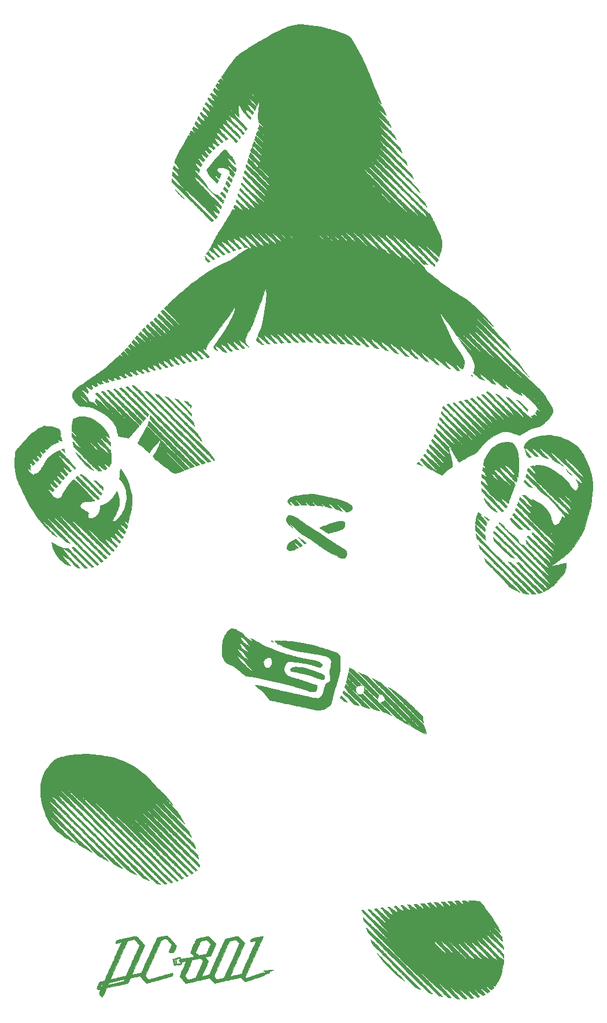
<source format=gts>
G04 #@! TF.GenerationSoftware,KiCad,Pcbnew,(5.1.9)-1*
G04 #@! TF.CreationDate,2021-01-16T23:43:25-07:00*
G04 #@! TF.ProjectId,purplewizard-ART,70757270-6c65-4776-997a-6172642d4152,1*
G04 #@! TF.SameCoordinates,Original*
G04 #@! TF.FileFunction,Soldermask,Top*
G04 #@! TF.FilePolarity,Negative*
%FSLAX46Y46*%
G04 Gerber Fmt 4.6, Leading zero omitted, Abs format (unit mm)*
G04 Created by KiCad (PCBNEW (5.1.9)-1) date 2021-01-16 23:43:25*
%MOMM*%
%LPD*%
G01*
G04 APERTURE LIST*
%ADD10C,0.010000*%
G04 APERTURE END LIST*
D10*
G36*
X124864940Y-163806869D02*
G01*
X124884083Y-163857674D01*
X124905134Y-163929871D01*
X124925731Y-164013252D01*
X124943507Y-164097609D01*
X124956097Y-164172734D01*
X124961138Y-164228418D01*
X124957807Y-164252700D01*
X124934562Y-164275532D01*
X124912160Y-164264583D01*
X124889354Y-164217582D01*
X124864895Y-164132257D01*
X124846369Y-164049685D01*
X124824620Y-163940548D01*
X124813245Y-163866144D01*
X124812333Y-163820140D01*
X124821974Y-163796204D01*
X124842257Y-163788005D01*
X124850073Y-163787666D01*
X124864940Y-163806869D01*
G37*
X124864940Y-163806869D02*
X124884083Y-163857674D01*
X124905134Y-163929871D01*
X124925731Y-164013252D01*
X124943507Y-164097609D01*
X124956097Y-164172734D01*
X124961138Y-164228418D01*
X124957807Y-164252700D01*
X124934562Y-164275532D01*
X124912160Y-164264583D01*
X124889354Y-164217582D01*
X124864895Y-164132257D01*
X124846369Y-164049685D01*
X124824620Y-163940548D01*
X124813245Y-163866144D01*
X124812333Y-163820140D01*
X124821974Y-163796204D01*
X124842257Y-163788005D01*
X124850073Y-163787666D01*
X124864940Y-163806869D01*
G36*
X132628030Y-48889931D02*
G01*
X132661699Y-48932080D01*
X132702993Y-48989548D01*
X132755453Y-49057405D01*
X132827162Y-49139331D01*
X132905659Y-49221350D01*
X132936132Y-49251020D01*
X133089575Y-49396775D01*
X133016625Y-49574512D01*
X132982598Y-49655146D01*
X132953173Y-49720767D01*
X132932863Y-49761481D01*
X132927850Y-49769095D01*
X132908329Y-49760679D01*
X132864350Y-49726691D01*
X132801198Y-49671682D01*
X132724160Y-49600205D01*
X132662936Y-49540975D01*
X132413846Y-49296010D01*
X132505679Y-49084921D01*
X132543971Y-48999457D01*
X132576935Y-48930599D01*
X132600634Y-48886286D01*
X132610404Y-48873833D01*
X132628030Y-48889931D01*
G37*
X132628030Y-48889931D02*
X132661699Y-48932080D01*
X132702993Y-48989548D01*
X132755453Y-49057405D01*
X132827162Y-49139331D01*
X132905659Y-49221350D01*
X132936132Y-49251020D01*
X133089575Y-49396775D01*
X133016625Y-49574512D01*
X132982598Y-49655146D01*
X132953173Y-49720767D01*
X132932863Y-49761481D01*
X132927850Y-49769095D01*
X132908329Y-49760679D01*
X132864350Y-49726691D01*
X132801198Y-49671682D01*
X132724160Y-49600205D01*
X132662936Y-49540975D01*
X132413846Y-49296010D01*
X132505679Y-49084921D01*
X132543971Y-48999457D01*
X132576935Y-48930599D01*
X132600634Y-48886286D01*
X132610404Y-48873833D01*
X132628030Y-48889931D01*
G36*
X132093941Y-45024700D02*
G01*
X132131392Y-45037235D01*
X132171252Y-45063505D01*
X132218440Y-45107909D01*
X132277876Y-45174849D01*
X132354481Y-45268725D01*
X132412715Y-45342333D01*
X132577876Y-45547303D01*
X132751098Y-45753036D01*
X132920722Y-45945878D01*
X133025093Y-46059517D01*
X133112329Y-46159099D01*
X133182560Y-46256821D01*
X133247132Y-46369476D01*
X133283144Y-46441398D01*
X133328303Y-46539719D01*
X133375751Y-46651489D01*
X133422412Y-46768444D01*
X133465211Y-46882318D01*
X133501073Y-46984848D01*
X133526922Y-47067769D01*
X133539682Y-47122816D01*
X133540500Y-47132979D01*
X133526265Y-47128729D01*
X133486435Y-47098292D01*
X133425317Y-47045446D01*
X133347219Y-46973971D01*
X133256451Y-46887643D01*
X133217708Y-46849943D01*
X133048866Y-46686148D01*
X132905209Y-46550543D01*
X132783136Y-46440278D01*
X132679049Y-46352501D01*
X132589347Y-46284361D01*
X132510430Y-46233008D01*
X132438698Y-46195591D01*
X132370551Y-46169259D01*
X132350477Y-46163155D01*
X132314049Y-46155647D01*
X132296733Y-46163014D01*
X132299026Y-46190672D01*
X132321426Y-46244039D01*
X132364431Y-46328529D01*
X132365932Y-46331387D01*
X132454447Y-46478744D01*
X132574694Y-46646038D01*
X132723335Y-46829498D01*
X132897029Y-47025354D01*
X133092436Y-47229836D01*
X133306217Y-47439172D01*
X133527861Y-47643192D01*
X133652805Y-47754797D01*
X133629195Y-47938607D01*
X133615548Y-48033474D01*
X133600296Y-48121995D01*
X133586218Y-48188422D01*
X133582996Y-48200467D01*
X133560408Y-48278517D01*
X133419201Y-48171638D01*
X133344135Y-48117063D01*
X133273115Y-48069247D01*
X133219369Y-48037019D01*
X133211660Y-48033126D01*
X133158751Y-47993453D01*
X133110005Y-47923588D01*
X133086558Y-47877752D01*
X133019670Y-47764168D01*
X132929138Y-47647756D01*
X132826326Y-47541110D01*
X132722597Y-47456824D01*
X132685667Y-47433485D01*
X132613143Y-47399169D01*
X132542671Y-47377835D01*
X132484122Y-47371010D01*
X132447364Y-47380222D01*
X132439833Y-47395460D01*
X132447855Y-47423025D01*
X132473450Y-47464151D01*
X132518913Y-47521432D01*
X132586540Y-47597462D01*
X132678625Y-47694835D01*
X132797464Y-47816147D01*
X132924130Y-47942907D01*
X133068951Y-48089079D01*
X133184293Y-48210513D01*
X133272742Y-48310113D01*
X133336886Y-48390780D01*
X133376393Y-48450315D01*
X133410700Y-48509988D01*
X133432226Y-48555905D01*
X133440230Y-48597400D01*
X133433969Y-48643809D01*
X133412702Y-48704466D01*
X133375687Y-48788705D01*
X133343999Y-48857974D01*
X133259289Y-49043198D01*
X133087686Y-48878910D01*
X133004428Y-48803972D01*
X132917733Y-48733827D01*
X132839962Y-48678128D01*
X132799666Y-48654040D01*
X132683250Y-48593458D01*
X132690026Y-48418629D01*
X132688711Y-48269783D01*
X132668726Y-48150990D01*
X132625357Y-48054719D01*
X132553890Y-47973443D01*
X132449613Y-47899632D01*
X132323534Y-47833228D01*
X132080317Y-47734692D01*
X131832029Y-47671493D01*
X131568214Y-47641276D01*
X131455583Y-47637893D01*
X131340907Y-47637469D01*
X131258488Y-47639411D01*
X131198263Y-47645156D01*
X131150165Y-47656143D01*
X131104129Y-47673812D01*
X131060789Y-47694329D01*
X130964748Y-47751250D01*
X130904600Y-47814027D01*
X130874031Y-47891718D01*
X130866605Y-47972765D01*
X130877386Y-48079018D01*
X130914030Y-48175276D01*
X130980057Y-48265940D01*
X131078988Y-48355409D01*
X131214344Y-48448082D01*
X131276892Y-48485536D01*
X131350509Y-48529716D01*
X131407747Y-48566742D01*
X131440426Y-48591187D01*
X131445000Y-48597045D01*
X131437167Y-48620680D01*
X131415747Y-48675461D01*
X131383859Y-48753636D01*
X131344621Y-48847454D01*
X131337587Y-48864064D01*
X131294059Y-48966685D01*
X131253806Y-49061625D01*
X131221168Y-49138638D01*
X131200490Y-49187481D01*
X131199798Y-49189118D01*
X131169421Y-49260987D01*
X130952669Y-49050402D01*
X130852276Y-48956465D01*
X130751046Y-48868126D01*
X130654934Y-48789990D01*
X130569894Y-48726664D01*
X130501882Y-48682752D01*
X130456854Y-48662861D01*
X130450677Y-48662166D01*
X130447327Y-48677601D01*
X130467317Y-48720491D01*
X130506958Y-48785711D01*
X130562557Y-48868138D01*
X130630422Y-48962647D01*
X130706864Y-49064114D01*
X130788189Y-49167416D01*
X130870707Y-49267429D01*
X130950727Y-49359028D01*
X130960252Y-49369502D01*
X131070684Y-49490333D01*
X131021130Y-49610708D01*
X130984921Y-49697513D01*
X130946717Y-49787367D01*
X130927566Y-49831587D01*
X130883555Y-49932092D01*
X130513402Y-49561444D01*
X130405363Y-49454508D01*
X130301569Y-49354081D01*
X130207494Y-49265279D01*
X130128609Y-49193222D01*
X130070386Y-49143028D01*
X130046566Y-49124790D01*
X129993126Y-49076653D01*
X129924571Y-48997109D01*
X129845160Y-48892388D01*
X129759151Y-48768723D01*
X129670805Y-48632346D01*
X129584380Y-48489488D01*
X129504135Y-48346382D01*
X129469713Y-48280706D01*
X129366706Y-48079163D01*
X129617819Y-47677456D01*
X129671445Y-47592047D01*
X129720183Y-47515849D01*
X129766813Y-47445383D01*
X129814111Y-47377168D01*
X129864855Y-47307726D01*
X129921823Y-47233576D01*
X129987791Y-47151240D01*
X130065538Y-47057236D01*
X130157841Y-46948085D01*
X130267478Y-46820308D01*
X130397225Y-46670425D01*
X130549862Y-46494957D01*
X130690307Y-46333833D01*
X130842970Y-46158906D01*
X130990537Y-45990090D01*
X131130091Y-45830700D01*
X131258720Y-45684053D01*
X131373509Y-45553465D01*
X131471543Y-45442253D01*
X131549908Y-45353733D01*
X131605689Y-45291222D01*
X131631799Y-45262487D01*
X131742886Y-45159161D01*
X131857939Y-45081706D01*
X131969247Y-45034521D01*
X132053977Y-45021500D01*
X132093941Y-45024700D01*
G37*
X132093941Y-45024700D02*
X132131392Y-45037235D01*
X132171252Y-45063505D01*
X132218440Y-45107909D01*
X132277876Y-45174849D01*
X132354481Y-45268725D01*
X132412715Y-45342333D01*
X132577876Y-45547303D01*
X132751098Y-45753036D01*
X132920722Y-45945878D01*
X133025093Y-46059517D01*
X133112329Y-46159099D01*
X133182560Y-46256821D01*
X133247132Y-46369476D01*
X133283144Y-46441398D01*
X133328303Y-46539719D01*
X133375751Y-46651489D01*
X133422412Y-46768444D01*
X133465211Y-46882318D01*
X133501073Y-46984848D01*
X133526922Y-47067769D01*
X133539682Y-47122816D01*
X133540500Y-47132979D01*
X133526265Y-47128729D01*
X133486435Y-47098292D01*
X133425317Y-47045446D01*
X133347219Y-46973971D01*
X133256451Y-46887643D01*
X133217708Y-46849943D01*
X133048866Y-46686148D01*
X132905209Y-46550543D01*
X132783136Y-46440278D01*
X132679049Y-46352501D01*
X132589347Y-46284361D01*
X132510430Y-46233008D01*
X132438698Y-46195591D01*
X132370551Y-46169259D01*
X132350477Y-46163155D01*
X132314049Y-46155647D01*
X132296733Y-46163014D01*
X132299026Y-46190672D01*
X132321426Y-46244039D01*
X132364431Y-46328529D01*
X132365932Y-46331387D01*
X132454447Y-46478744D01*
X132574694Y-46646038D01*
X132723335Y-46829498D01*
X132897029Y-47025354D01*
X133092436Y-47229836D01*
X133306217Y-47439172D01*
X133527861Y-47643192D01*
X133652805Y-47754797D01*
X133629195Y-47938607D01*
X133615548Y-48033474D01*
X133600296Y-48121995D01*
X133586218Y-48188422D01*
X133582996Y-48200467D01*
X133560408Y-48278517D01*
X133419201Y-48171638D01*
X133344135Y-48117063D01*
X133273115Y-48069247D01*
X133219369Y-48037019D01*
X133211660Y-48033126D01*
X133158751Y-47993453D01*
X133110005Y-47923588D01*
X133086558Y-47877752D01*
X133019670Y-47764168D01*
X132929138Y-47647756D01*
X132826326Y-47541110D01*
X132722597Y-47456824D01*
X132685667Y-47433485D01*
X132613143Y-47399169D01*
X132542671Y-47377835D01*
X132484122Y-47371010D01*
X132447364Y-47380222D01*
X132439833Y-47395460D01*
X132447855Y-47423025D01*
X132473450Y-47464151D01*
X132518913Y-47521432D01*
X132586540Y-47597462D01*
X132678625Y-47694835D01*
X132797464Y-47816147D01*
X132924130Y-47942907D01*
X133068951Y-48089079D01*
X133184293Y-48210513D01*
X133272742Y-48310113D01*
X133336886Y-48390780D01*
X133376393Y-48450315D01*
X133410700Y-48509988D01*
X133432226Y-48555905D01*
X133440230Y-48597400D01*
X133433969Y-48643809D01*
X133412702Y-48704466D01*
X133375687Y-48788705D01*
X133343999Y-48857974D01*
X133259289Y-49043198D01*
X133087686Y-48878910D01*
X133004428Y-48803972D01*
X132917733Y-48733827D01*
X132839962Y-48678128D01*
X132799666Y-48654040D01*
X132683250Y-48593458D01*
X132690026Y-48418629D01*
X132688711Y-48269783D01*
X132668726Y-48150990D01*
X132625357Y-48054719D01*
X132553890Y-47973443D01*
X132449613Y-47899632D01*
X132323534Y-47833228D01*
X132080317Y-47734692D01*
X131832029Y-47671493D01*
X131568214Y-47641276D01*
X131455583Y-47637893D01*
X131340907Y-47637469D01*
X131258488Y-47639411D01*
X131198263Y-47645156D01*
X131150165Y-47656143D01*
X131104129Y-47673812D01*
X131060789Y-47694329D01*
X130964748Y-47751250D01*
X130904600Y-47814027D01*
X130874031Y-47891718D01*
X130866605Y-47972765D01*
X130877386Y-48079018D01*
X130914030Y-48175276D01*
X130980057Y-48265940D01*
X131078988Y-48355409D01*
X131214344Y-48448082D01*
X131276892Y-48485536D01*
X131350509Y-48529716D01*
X131407747Y-48566742D01*
X131440426Y-48591187D01*
X131445000Y-48597045D01*
X131437167Y-48620680D01*
X131415747Y-48675461D01*
X131383859Y-48753636D01*
X131344621Y-48847454D01*
X131337587Y-48864064D01*
X131294059Y-48966685D01*
X131253806Y-49061625D01*
X131221168Y-49138638D01*
X131200490Y-49187481D01*
X131199798Y-49189118D01*
X131169421Y-49260987D01*
X130952669Y-49050402D01*
X130852276Y-48956465D01*
X130751046Y-48868126D01*
X130654934Y-48789990D01*
X130569894Y-48726664D01*
X130501882Y-48682752D01*
X130456854Y-48662861D01*
X130450677Y-48662166D01*
X130447327Y-48677601D01*
X130467317Y-48720491D01*
X130506958Y-48785711D01*
X130562557Y-48868138D01*
X130630422Y-48962647D01*
X130706864Y-49064114D01*
X130788189Y-49167416D01*
X130870707Y-49267429D01*
X130950727Y-49359028D01*
X130960252Y-49369502D01*
X131070684Y-49490333D01*
X131021130Y-49610708D01*
X130984921Y-49697513D01*
X130946717Y-49787367D01*
X130927566Y-49831587D01*
X130883555Y-49932092D01*
X130513402Y-49561444D01*
X130405363Y-49454508D01*
X130301569Y-49354081D01*
X130207494Y-49265279D01*
X130128609Y-49193222D01*
X130070386Y-49143028D01*
X130046566Y-49124790D01*
X129993126Y-49076653D01*
X129924571Y-48997109D01*
X129845160Y-48892388D01*
X129759151Y-48768723D01*
X129670805Y-48632346D01*
X129584380Y-48489488D01*
X129504135Y-48346382D01*
X129469713Y-48280706D01*
X129366706Y-48079163D01*
X129617819Y-47677456D01*
X129671445Y-47592047D01*
X129720183Y-47515849D01*
X129766813Y-47445383D01*
X129814111Y-47377168D01*
X129864855Y-47307726D01*
X129921823Y-47233576D01*
X129987791Y-47151240D01*
X130065538Y-47057236D01*
X130157841Y-46948085D01*
X130267478Y-46820308D01*
X130397225Y-46670425D01*
X130549862Y-46494957D01*
X130690307Y-46333833D01*
X130842970Y-46158906D01*
X130990537Y-45990090D01*
X131130091Y-45830700D01*
X131258720Y-45684053D01*
X131373509Y-45553465D01*
X131471543Y-45442253D01*
X131549908Y-45353733D01*
X131605689Y-45291222D01*
X131631799Y-45262487D01*
X131742886Y-45159161D01*
X131857939Y-45081706D01*
X131969247Y-45034521D01*
X132053977Y-45021500D01*
X132093941Y-45024700D01*
G36*
X132781382Y-50157506D02*
G01*
X132703636Y-50351753D01*
X132669485Y-50433692D01*
X132640028Y-50498167D01*
X132619224Y-50536844D01*
X132612236Y-50544204D01*
X132593643Y-50529170D01*
X132550877Y-50488708D01*
X132489116Y-50427898D01*
X132413540Y-50351818D01*
X132354087Y-50291062D01*
X132109591Y-50039715D01*
X132184214Y-49837339D01*
X132258838Y-49634962D01*
X132781382Y-50157506D01*
G37*
X132781382Y-50157506D02*
X132703636Y-50351753D01*
X132669485Y-50433692D01*
X132640028Y-50498167D01*
X132619224Y-50536844D01*
X132612236Y-50544204D01*
X132593643Y-50529170D01*
X132550877Y-50488708D01*
X132489116Y-50427898D01*
X132413540Y-50351818D01*
X132354087Y-50291062D01*
X132109591Y-50039715D01*
X132184214Y-49837339D01*
X132258838Y-49634962D01*
X132781382Y-50157506D01*
G36*
X132201813Y-50720952D02*
G01*
X132461210Y-50980334D01*
X132396240Y-51149060D01*
X132366466Y-51225465D01*
X132342879Y-51284279D01*
X132329193Y-51316306D01*
X132327343Y-51319550D01*
X132312132Y-51305695D01*
X132272306Y-51266145D01*
X132212611Y-51205701D01*
X132137792Y-51129164D01*
X132061389Y-51050432D01*
X131799362Y-50779551D01*
X131942416Y-50461569D01*
X132201813Y-50720952D01*
G37*
X132201813Y-50720952D02*
X132461210Y-50980334D01*
X132396240Y-51149060D01*
X132366466Y-51225465D01*
X132342879Y-51284279D01*
X132329193Y-51316306D01*
X132327343Y-51319550D01*
X132312132Y-51305695D01*
X132272306Y-51266145D01*
X132212611Y-51205701D01*
X132137792Y-51129164D01*
X132061389Y-51050432D01*
X131799362Y-50779551D01*
X131942416Y-50461569D01*
X132201813Y-50720952D01*
G36*
X131575566Y-51199657D02*
G01*
X131621603Y-51234910D01*
X131689889Y-51295043D01*
X131777036Y-51377088D01*
X131866982Y-51465401D01*
X132161188Y-51759044D01*
X132098210Y-51929850D01*
X132069053Y-52007707D01*
X132045390Y-52068628D01*
X132030970Y-52103050D01*
X132028661Y-52107226D01*
X132012747Y-52094622D01*
X131971766Y-52055680D01*
X131909957Y-51994613D01*
X131831559Y-51915635D01*
X131740811Y-51822957D01*
X131691300Y-51771939D01*
X131360509Y-51430081D01*
X131449033Y-51321415D01*
X131497158Y-51262502D01*
X131535727Y-51215578D01*
X131555166Y-51192253D01*
X131575566Y-51199657D01*
G37*
X131575566Y-51199657D02*
X131621603Y-51234910D01*
X131689889Y-51295043D01*
X131777036Y-51377088D01*
X131866982Y-51465401D01*
X132161188Y-51759044D01*
X132098210Y-51929850D01*
X132069053Y-52007707D01*
X132045390Y-52068628D01*
X132030970Y-52103050D01*
X132028661Y-52107226D01*
X132012747Y-52094622D01*
X131971766Y-52055680D01*
X131909957Y-51994613D01*
X131831559Y-51915635D01*
X131740811Y-51822957D01*
X131691300Y-51771939D01*
X131360509Y-51430081D01*
X131449033Y-51321415D01*
X131497158Y-51262502D01*
X131535727Y-51215578D01*
X131555166Y-51192253D01*
X131575566Y-51199657D01*
G36*
X124767643Y-50888541D02*
G01*
X124811503Y-50925235D01*
X124872529Y-50979732D01*
X124946447Y-51048006D01*
X125028985Y-51126032D01*
X125115867Y-51209783D01*
X125202820Y-51295235D01*
X125285571Y-51378362D01*
X125359845Y-51455138D01*
X125401916Y-51500124D01*
X125487872Y-51593250D01*
X125591453Y-51704782D01*
X125701173Y-51822389D01*
X125805546Y-51933740D01*
X125832925Y-51962837D01*
X125912240Y-52047492D01*
X125979607Y-52120261D01*
X126030428Y-52176108D01*
X126060106Y-52209995D01*
X126065758Y-52217972D01*
X126047524Y-52205216D01*
X126002873Y-52170378D01*
X125937991Y-52118378D01*
X125859063Y-52054138D01*
X125835833Y-52035075D01*
X125623238Y-51850885D01*
X125409890Y-51648484D01*
X125203770Y-51436315D01*
X125012856Y-51222821D01*
X124845130Y-51016446D01*
X124748520Y-50884666D01*
X124745225Y-50873676D01*
X124767643Y-50888541D01*
G37*
X124767643Y-50888541D02*
X124811503Y-50925235D01*
X124872529Y-50979732D01*
X124946447Y-51048006D01*
X125028985Y-51126032D01*
X125115867Y-51209783D01*
X125202820Y-51295235D01*
X125285571Y-51378362D01*
X125359845Y-51455138D01*
X125401916Y-51500124D01*
X125487872Y-51593250D01*
X125591453Y-51704782D01*
X125701173Y-51822389D01*
X125805546Y-51933740D01*
X125832925Y-51962837D01*
X125912240Y-52047492D01*
X125979607Y-52120261D01*
X126030428Y-52176108D01*
X126060106Y-52209995D01*
X126065758Y-52217972D01*
X126047524Y-52205216D01*
X126002873Y-52170378D01*
X125937991Y-52118378D01*
X125859063Y-52054138D01*
X125835833Y-52035075D01*
X125623238Y-51850885D01*
X125409890Y-51648484D01*
X125203770Y-51436315D01*
X125012856Y-51222821D01*
X124845130Y-51016446D01*
X124748520Y-50884666D01*
X124745225Y-50873676D01*
X124767643Y-50888541D01*
G36*
X124426644Y-49458689D02*
G01*
X124536092Y-49571833D01*
X124656013Y-49687280D01*
X124791010Y-49809025D01*
X124945687Y-49941064D01*
X125124647Y-50087392D01*
X125332496Y-50252007D01*
X125412500Y-50314355D01*
X125586036Y-50449448D01*
X125729680Y-50562314D01*
X125847216Y-50656382D01*
X125942428Y-50735078D01*
X126019098Y-50801830D01*
X126081010Y-50860066D01*
X126131948Y-50913212D01*
X126175694Y-50964697D01*
X126216033Y-51017947D01*
X126256748Y-51076389D01*
X126261593Y-51083551D01*
X126374403Y-51244599D01*
X126498149Y-51409122D01*
X126635545Y-51580162D01*
X126789302Y-51760762D01*
X126962135Y-51953963D01*
X127156755Y-52162807D01*
X127375876Y-52390336D01*
X127622210Y-52639591D01*
X127859207Y-52874945D01*
X128006094Y-53020215D01*
X128159453Y-53172694D01*
X128312775Y-53325856D01*
X128459553Y-53473172D01*
X128593277Y-53608118D01*
X128707440Y-53724166D01*
X128767416Y-53785695D01*
X128860418Y-53880873D01*
X128977872Y-53999932D01*
X129114020Y-54137098D01*
X129263104Y-54286598D01*
X129419365Y-54442658D01*
X129577044Y-54599505D01*
X129730382Y-54751364D01*
X129743233Y-54764056D01*
X129919246Y-54938826D01*
X130066128Y-55086756D01*
X130183544Y-55207492D01*
X130271160Y-55300681D01*
X130328639Y-55365970D01*
X130355647Y-55403005D01*
X130357067Y-55411533D01*
X130319741Y-55431683D01*
X130256852Y-55457771D01*
X130183171Y-55484544D01*
X130113468Y-55506747D01*
X130062513Y-55519126D01*
X130051678Y-55520166D01*
X130026683Y-55505162D01*
X129977879Y-55463049D01*
X129909783Y-55398180D01*
X129826914Y-55314907D01*
X129733788Y-55217582D01*
X129699496Y-55180886D01*
X129624639Y-55101779D01*
X129522488Y-54996098D01*
X129396051Y-54866831D01*
X129248337Y-54716967D01*
X129082353Y-54549492D01*
X128901108Y-54367396D01*
X128707611Y-54173665D01*
X128504869Y-53971288D01*
X128295891Y-53763252D01*
X128083685Y-53552545D01*
X127871259Y-53342156D01*
X127661622Y-53135071D01*
X127457782Y-52934280D01*
X127262748Y-52742769D01*
X127079526Y-52563526D01*
X126911127Y-52399540D01*
X126760557Y-52253798D01*
X126630826Y-52129289D01*
X126546037Y-52048833D01*
X126415715Y-51924911D01*
X126280512Y-51794370D01*
X126147972Y-51664634D01*
X126025640Y-51543127D01*
X125921059Y-51437274D01*
X125857748Y-51371500D01*
X125787734Y-51298263D01*
X125692568Y-51199880D01*
X125576983Y-51081185D01*
X125445713Y-50947014D01*
X125303493Y-50802200D01*
X125155056Y-50651580D01*
X125005138Y-50499987D01*
X124946858Y-50441211D01*
X124286250Y-49775506D01*
X124267717Y-49647461D01*
X124256883Y-49549629D01*
X124249993Y-49443510D01*
X124248758Y-49393507D01*
X124248333Y-49267598D01*
X124426644Y-49458689D01*
G37*
X124426644Y-49458689D02*
X124536092Y-49571833D01*
X124656013Y-49687280D01*
X124791010Y-49809025D01*
X124945687Y-49941064D01*
X125124647Y-50087392D01*
X125332496Y-50252007D01*
X125412500Y-50314355D01*
X125586036Y-50449448D01*
X125729680Y-50562314D01*
X125847216Y-50656382D01*
X125942428Y-50735078D01*
X126019098Y-50801830D01*
X126081010Y-50860066D01*
X126131948Y-50913212D01*
X126175694Y-50964697D01*
X126216033Y-51017947D01*
X126256748Y-51076389D01*
X126261593Y-51083551D01*
X126374403Y-51244599D01*
X126498149Y-51409122D01*
X126635545Y-51580162D01*
X126789302Y-51760762D01*
X126962135Y-51953963D01*
X127156755Y-52162807D01*
X127375876Y-52390336D01*
X127622210Y-52639591D01*
X127859207Y-52874945D01*
X128006094Y-53020215D01*
X128159453Y-53172694D01*
X128312775Y-53325856D01*
X128459553Y-53473172D01*
X128593277Y-53608118D01*
X128707440Y-53724166D01*
X128767416Y-53785695D01*
X128860418Y-53880873D01*
X128977872Y-53999932D01*
X129114020Y-54137098D01*
X129263104Y-54286598D01*
X129419365Y-54442658D01*
X129577044Y-54599505D01*
X129730382Y-54751364D01*
X129743233Y-54764056D01*
X129919246Y-54938826D01*
X130066128Y-55086756D01*
X130183544Y-55207492D01*
X130271160Y-55300681D01*
X130328639Y-55365970D01*
X130355647Y-55403005D01*
X130357067Y-55411533D01*
X130319741Y-55431683D01*
X130256852Y-55457771D01*
X130183171Y-55484544D01*
X130113468Y-55506747D01*
X130062513Y-55519126D01*
X130051678Y-55520166D01*
X130026683Y-55505162D01*
X129977879Y-55463049D01*
X129909783Y-55398180D01*
X129826914Y-55314907D01*
X129733788Y-55217582D01*
X129699496Y-55180886D01*
X129624639Y-55101779D01*
X129522488Y-54996098D01*
X129396051Y-54866831D01*
X129248337Y-54716967D01*
X129082353Y-54549492D01*
X128901108Y-54367396D01*
X128707611Y-54173665D01*
X128504869Y-53971288D01*
X128295891Y-53763252D01*
X128083685Y-53552545D01*
X127871259Y-53342156D01*
X127661622Y-53135071D01*
X127457782Y-52934280D01*
X127262748Y-52742769D01*
X127079526Y-52563526D01*
X126911127Y-52399540D01*
X126760557Y-52253798D01*
X126630826Y-52129289D01*
X126546037Y-52048833D01*
X126415715Y-51924911D01*
X126280512Y-51794370D01*
X126147972Y-51664634D01*
X126025640Y-51543127D01*
X125921059Y-51437274D01*
X125857748Y-51371500D01*
X125787734Y-51298263D01*
X125692568Y-51199880D01*
X125576983Y-51081185D01*
X125445713Y-50947014D01*
X125303493Y-50802200D01*
X125155056Y-50651580D01*
X125005138Y-50499987D01*
X124946858Y-50441211D01*
X124286250Y-49775506D01*
X124267717Y-49647461D01*
X124256883Y-49549629D01*
X124249993Y-49443510D01*
X124248758Y-49393507D01*
X124248333Y-49267598D01*
X124426644Y-49458689D01*
G36*
X129572025Y-59902494D02*
G01*
X129599576Y-59947170D01*
X129632528Y-60011484D01*
X129633697Y-60013951D01*
X129649626Y-60046547D01*
X129666777Y-60077676D01*
X129687889Y-60110418D01*
X129715703Y-60147855D01*
X129752956Y-60193068D01*
X129802388Y-60249138D01*
X129866738Y-60319146D01*
X129948746Y-60406174D01*
X130051151Y-60513303D01*
X130176692Y-60643614D01*
X130328107Y-60800189D01*
X130383694Y-60857605D01*
X130540739Y-61019794D01*
X130432656Y-61074563D01*
X130348351Y-61113106D01*
X130292330Y-61127717D01*
X130258743Y-61119503D01*
X130249661Y-61109101D01*
X130223259Y-61077792D01*
X130170323Y-61023777D01*
X130096336Y-60952043D01*
X130006783Y-60867576D01*
X129907147Y-60775365D01*
X129802912Y-60680394D01*
X129699564Y-60587652D01*
X129602585Y-60502125D01*
X129517460Y-60428801D01*
X129449673Y-60372665D01*
X129404708Y-60338706D01*
X129397395Y-60334103D01*
X129287260Y-60270517D01*
X129413490Y-60080846D01*
X129466411Y-60003069D01*
X129511578Y-59939916D01*
X129543499Y-59898870D01*
X129555734Y-59886997D01*
X129572025Y-59902494D01*
G37*
X129572025Y-59902494D02*
X129599576Y-59947170D01*
X129632528Y-60011484D01*
X129633697Y-60013951D01*
X129649626Y-60046547D01*
X129666777Y-60077676D01*
X129687889Y-60110418D01*
X129715703Y-60147855D01*
X129752956Y-60193068D01*
X129802388Y-60249138D01*
X129866738Y-60319146D01*
X129948746Y-60406174D01*
X130051151Y-60513303D01*
X130176692Y-60643614D01*
X130328107Y-60800189D01*
X130383694Y-60857605D01*
X130540739Y-61019794D01*
X130432656Y-61074563D01*
X130348351Y-61113106D01*
X130292330Y-61127717D01*
X130258743Y-61119503D01*
X130249661Y-61109101D01*
X130223259Y-61077792D01*
X130170323Y-61023777D01*
X130096336Y-60952043D01*
X130006783Y-60867576D01*
X129907147Y-60775365D01*
X129802912Y-60680394D01*
X129699564Y-60587652D01*
X129602585Y-60502125D01*
X129517460Y-60428801D01*
X129449673Y-60372665D01*
X129404708Y-60338706D01*
X129397395Y-60334103D01*
X129287260Y-60270517D01*
X129413490Y-60080846D01*
X129466411Y-60003069D01*
X129511578Y-59939916D01*
X129543499Y-59898870D01*
X129555734Y-59886997D01*
X129572025Y-59902494D01*
G36*
X129211909Y-60748333D02*
G01*
X129262963Y-60811559D01*
X129336788Y-60894916D01*
X129425251Y-60989597D01*
X129520220Y-61086801D01*
X129569448Y-61135393D01*
X129665042Y-61229505D01*
X129732634Y-61298988D01*
X129775476Y-61347765D01*
X129796822Y-61379757D01*
X129799926Y-61398888D01*
X129794000Y-61406087D01*
X129738359Y-61439688D01*
X129675178Y-61472853D01*
X129618592Y-61498670D01*
X129582733Y-61510228D01*
X129580854Y-61510333D01*
X129557081Y-61496161D01*
X129510583Y-61457619D01*
X129448167Y-61400665D01*
X129379661Y-61334266D01*
X129301517Y-61254878D01*
X129248083Y-61195015D01*
X129212969Y-61145479D01*
X129189784Y-61097075D01*
X129172137Y-61040608D01*
X129170033Y-61032641D01*
X129150223Y-60941246D01*
X129132844Y-60834578D01*
X129123968Y-60758916D01*
X129110671Y-60610750D01*
X129211909Y-60748333D01*
G37*
X129211909Y-60748333D02*
X129262963Y-60811559D01*
X129336788Y-60894916D01*
X129425251Y-60989597D01*
X129520220Y-61086801D01*
X129569448Y-61135393D01*
X129665042Y-61229505D01*
X129732634Y-61298988D01*
X129775476Y-61347765D01*
X129796822Y-61379757D01*
X129799926Y-61398888D01*
X129794000Y-61406087D01*
X129738359Y-61439688D01*
X129675178Y-61472853D01*
X129618592Y-61498670D01*
X129582733Y-61510228D01*
X129580854Y-61510333D01*
X129557081Y-61496161D01*
X129510583Y-61457619D01*
X129448167Y-61400665D01*
X129379661Y-61334266D01*
X129301517Y-61254878D01*
X129248083Y-61195015D01*
X129212969Y-61145479D01*
X129189784Y-61097075D01*
X129172137Y-61040608D01*
X129170033Y-61032641D01*
X129150223Y-60941246D01*
X129132844Y-60834578D01*
X129123968Y-60758916D01*
X129110671Y-60610750D01*
X129211909Y-60748333D01*
G36*
X136802973Y-72490730D02*
G01*
X136827697Y-72531711D01*
X136849764Y-72573103D01*
X136936377Y-72721104D01*
X137050669Y-72878903D01*
X137195494Y-73050076D01*
X137373703Y-73238202D01*
X137405772Y-73270381D01*
X137494409Y-73359326D01*
X137571710Y-73437973D01*
X137633029Y-73501506D01*
X137673721Y-73545110D01*
X137689141Y-73563969D01*
X137689166Y-73564145D01*
X137678526Y-73573458D01*
X137643237Y-73570170D01*
X137578241Y-73553294D01*
X137488083Y-73524994D01*
X137286300Y-73445028D01*
X137092324Y-73341675D01*
X136914915Y-73220859D01*
X136762836Y-73088504D01*
X136650699Y-72958718D01*
X136610359Y-72903020D01*
X136697196Y-72694135D01*
X136733292Y-72608062D01*
X136763366Y-72537763D01*
X136783786Y-72491641D01*
X136790677Y-72477853D01*
X136802973Y-72490730D01*
G37*
X136802973Y-72490730D02*
X136827697Y-72531711D01*
X136849764Y-72573103D01*
X136936377Y-72721104D01*
X137050669Y-72878903D01*
X137195494Y-73050076D01*
X137373703Y-73238202D01*
X137405772Y-73270381D01*
X137494409Y-73359326D01*
X137571710Y-73437973D01*
X137633029Y-73501506D01*
X137673721Y-73545110D01*
X137689141Y-73563969D01*
X137689166Y-73564145D01*
X137678526Y-73573458D01*
X137643237Y-73570170D01*
X137578241Y-73553294D01*
X137488083Y-73524994D01*
X137286300Y-73445028D01*
X137092324Y-73341675D01*
X136914915Y-73220859D01*
X136762836Y-73088504D01*
X136650699Y-72958718D01*
X136610359Y-72903020D01*
X136697196Y-72694135D01*
X136733292Y-72608062D01*
X136763366Y-72537763D01*
X136783786Y-72491641D01*
X136790677Y-72477853D01*
X136802973Y-72490730D01*
G36*
X168182580Y-78076027D02*
G01*
X168223966Y-78114445D01*
X168231928Y-78125129D01*
X168259403Y-78167674D01*
X168258742Y-78184588D01*
X168225931Y-78179177D01*
X168183902Y-78164685D01*
X168140416Y-78137828D01*
X168130985Y-78109902D01*
X168149981Y-78074270D01*
X168182580Y-78076027D01*
G37*
X168182580Y-78076027D02*
X168223966Y-78114445D01*
X168231928Y-78125129D01*
X168259403Y-78167674D01*
X168258742Y-78184588D01*
X168225931Y-78179177D01*
X168183902Y-78164685D01*
X168140416Y-78137828D01*
X168130985Y-78109902D01*
X168149981Y-78074270D01*
X168182580Y-78076027D01*
G36*
X176572333Y-78306083D02*
G01*
X176561750Y-78316666D01*
X176551166Y-78306083D01*
X176561750Y-78295500D01*
X176572333Y-78306083D01*
G37*
X176572333Y-78306083D02*
X176561750Y-78316666D01*
X176551166Y-78306083D01*
X176561750Y-78295500D01*
X176572333Y-78306083D01*
G36*
X126156173Y-81867780D02*
G01*
X126228984Y-81883265D01*
X126315647Y-81901629D01*
X126338989Y-81906565D01*
X126514062Y-81943568D01*
X126804538Y-82250161D01*
X127095013Y-82556754D01*
X127087986Y-82685669D01*
X127082019Y-82756381D01*
X127073651Y-82809258D01*
X127066324Y-82830013D01*
X127048489Y-82819267D01*
X127004565Y-82781684D01*
X126938117Y-82720637D01*
X126852711Y-82639500D01*
X126751912Y-82541647D01*
X126639286Y-82430451D01*
X126554886Y-82346047D01*
X126408783Y-82198263D01*
X126292461Y-82078521D01*
X126204956Y-81985759D01*
X126145305Y-81918919D01*
X126112543Y-81876941D01*
X126105706Y-81858766D01*
X126111000Y-81858106D01*
X126156173Y-81867780D01*
G37*
X126156173Y-81867780D02*
X126228984Y-81883265D01*
X126315647Y-81901629D01*
X126338989Y-81906565D01*
X126514062Y-81943568D01*
X126804538Y-82250161D01*
X127095013Y-82556754D01*
X127087986Y-82685669D01*
X127082019Y-82756381D01*
X127073651Y-82809258D01*
X127066324Y-82830013D01*
X127048489Y-82819267D01*
X127004565Y-82781684D01*
X126938117Y-82720637D01*
X126852711Y-82639500D01*
X126751912Y-82541647D01*
X126639286Y-82430451D01*
X126554886Y-82346047D01*
X126408783Y-82198263D01*
X126292461Y-82078521D01*
X126204956Y-81985759D01*
X126145305Y-81918919D01*
X126112543Y-81876941D01*
X126105706Y-81858766D01*
X126111000Y-81858106D01*
X126156173Y-81867780D01*
G36*
X174752000Y-81713957D02*
G01*
X174793137Y-81727681D01*
X174862971Y-81752952D01*
X174950797Y-81785837D01*
X175023003Y-81813507D01*
X175241091Y-81897926D01*
X175839707Y-82496731D01*
X176438322Y-83095536D01*
X176361007Y-83224082D01*
X176283692Y-83352629D01*
X176182473Y-83231773D01*
X176091788Y-83126758D01*
X175976633Y-82998505D01*
X175842921Y-82853248D01*
X175696568Y-82697224D01*
X175543489Y-82536668D01*
X175389598Y-82377818D01*
X175240811Y-82226909D01*
X175103043Y-82090177D01*
X175058916Y-82047205D01*
X174940926Y-81931572D01*
X174849756Y-81839194D01*
X174786499Y-81771259D01*
X174752249Y-81728955D01*
X174748102Y-81713470D01*
X174752000Y-81713957D01*
G37*
X174752000Y-81713957D02*
X174793137Y-81727681D01*
X174862971Y-81752952D01*
X174950797Y-81785837D01*
X175023003Y-81813507D01*
X175241091Y-81897926D01*
X175839707Y-82496731D01*
X176438322Y-83095536D01*
X176361007Y-83224082D01*
X176283692Y-83352629D01*
X176182473Y-83231773D01*
X176091788Y-83126758D01*
X175976633Y-82998505D01*
X175842921Y-82853248D01*
X175696568Y-82697224D01*
X175543489Y-82536668D01*
X175389598Y-82377818D01*
X175240811Y-82226909D01*
X175103043Y-82090177D01*
X175058916Y-82047205D01*
X174940926Y-81931572D01*
X174849756Y-81839194D01*
X174786499Y-81771259D01*
X174752249Y-81728955D01*
X174748102Y-81713470D01*
X174752000Y-81713957D01*
G36*
X124901417Y-81589207D02*
G01*
X125106950Y-81637674D01*
X127088100Y-83618916D01*
X127116728Y-83819641D01*
X127128448Y-83906350D01*
X127136575Y-83975512D01*
X127140070Y-84017725D01*
X127139549Y-84026173D01*
X127123597Y-84014500D01*
X127085989Y-83978357D01*
X127033639Y-83924510D01*
X127010122Y-83899531D01*
X126975006Y-83862725D01*
X126912855Y-83798500D01*
X126826348Y-83709594D01*
X126718163Y-83598744D01*
X126590977Y-83468684D01*
X126447469Y-83322153D01*
X126290315Y-83161887D01*
X126122195Y-82990622D01*
X125945786Y-82811094D01*
X125791192Y-82653912D01*
X124695883Y-81540741D01*
X124901417Y-81589207D01*
G37*
X124901417Y-81589207D02*
X125106950Y-81637674D01*
X127088100Y-83618916D01*
X127116728Y-83819641D01*
X127128448Y-83906350D01*
X127136575Y-83975512D01*
X127140070Y-84017725D01*
X127139549Y-84026173D01*
X127123597Y-84014500D01*
X127085989Y-83978357D01*
X127033639Y-83924510D01*
X127010122Y-83899531D01*
X126975006Y-83862725D01*
X126912855Y-83798500D01*
X126826348Y-83709594D01*
X126718163Y-83598744D01*
X126590977Y-83468684D01*
X126447469Y-83322153D01*
X126290315Y-83161887D01*
X126122195Y-82990622D01*
X125945786Y-82811094D01*
X125791192Y-82653912D01*
X124695883Y-81540741D01*
X124901417Y-81589207D01*
G36*
X117870923Y-80874422D02*
G01*
X118074925Y-81077902D01*
X118302756Y-81303554D01*
X118547416Y-81544538D01*
X118801906Y-81794016D01*
X119059227Y-82045146D01*
X119312378Y-82291089D01*
X119554361Y-82525005D01*
X119778175Y-82740055D01*
X119866833Y-82824781D01*
X120041377Y-82991414D01*
X120206753Y-83149576D01*
X120360431Y-83296830D01*
X120499882Y-83430740D01*
X120622578Y-83548870D01*
X120725990Y-83648782D01*
X120807589Y-83728040D01*
X120864846Y-83784208D01*
X120895233Y-83814848D01*
X120899560Y-83819837D01*
X120889292Y-83841113D01*
X120857982Y-83884477D01*
X120813246Y-83940861D01*
X120762702Y-84001197D01*
X120713969Y-84056416D01*
X120674665Y-84097452D01*
X120652407Y-84115235D01*
X120651278Y-84115379D01*
X120634606Y-84100434D01*
X120591535Y-84058009D01*
X120525025Y-83991119D01*
X120438039Y-83902783D01*
X120333537Y-83796015D01*
X120214482Y-83673833D01*
X120083835Y-83539251D01*
X119962083Y-83413430D01*
X119840969Y-83288541D01*
X119693714Y-83137463D01*
X119524054Y-82963994D01*
X119335728Y-82771933D01*
X119132473Y-82565078D01*
X118918028Y-82347230D01*
X118696129Y-82122186D01*
X118470515Y-81893745D01*
X118244923Y-81665707D01*
X118023092Y-81441869D01*
X117922321Y-81340334D01*
X117694961Y-81110947D01*
X117484923Y-80898203D01*
X117293550Y-80703497D01*
X117122190Y-80528222D01*
X116972188Y-80373772D01*
X116844888Y-80241541D01*
X116741638Y-80132924D01*
X116663782Y-80049314D01*
X116612667Y-79992105D01*
X116589637Y-79962691D01*
X116588821Y-79958886D01*
X116623565Y-79950859D01*
X116686267Y-79938967D01*
X116759673Y-79926399D01*
X116901596Y-79903259D01*
X117870923Y-80874422D01*
G37*
X117870923Y-80874422D02*
X118074925Y-81077902D01*
X118302756Y-81303554D01*
X118547416Y-81544538D01*
X118801906Y-81794016D01*
X119059227Y-82045146D01*
X119312378Y-82291089D01*
X119554361Y-82525005D01*
X119778175Y-82740055D01*
X119866833Y-82824781D01*
X120041377Y-82991414D01*
X120206753Y-83149576D01*
X120360431Y-83296830D01*
X120499882Y-83430740D01*
X120622578Y-83548870D01*
X120725990Y-83648782D01*
X120807589Y-83728040D01*
X120864846Y-83784208D01*
X120895233Y-83814848D01*
X120899560Y-83819837D01*
X120889292Y-83841113D01*
X120857982Y-83884477D01*
X120813246Y-83940861D01*
X120762702Y-84001197D01*
X120713969Y-84056416D01*
X120674665Y-84097452D01*
X120652407Y-84115235D01*
X120651278Y-84115379D01*
X120634606Y-84100434D01*
X120591535Y-84058009D01*
X120525025Y-83991119D01*
X120438039Y-83902783D01*
X120333537Y-83796015D01*
X120214482Y-83673833D01*
X120083835Y-83539251D01*
X119962083Y-83413430D01*
X119840969Y-83288541D01*
X119693714Y-83137463D01*
X119524054Y-82963994D01*
X119335728Y-82771933D01*
X119132473Y-82565078D01*
X118918028Y-82347230D01*
X118696129Y-82122186D01*
X118470515Y-81893745D01*
X118244923Y-81665707D01*
X118023092Y-81441869D01*
X117922321Y-81340334D01*
X117694961Y-81110947D01*
X117484923Y-80898203D01*
X117293550Y-80703497D01*
X117122190Y-80528222D01*
X116972188Y-80373772D01*
X116844888Y-80241541D01*
X116741638Y-80132924D01*
X116663782Y-80049314D01*
X116612667Y-79992105D01*
X116589637Y-79962691D01*
X116588821Y-79958886D01*
X116623565Y-79950859D01*
X116686267Y-79938967D01*
X116759673Y-79926399D01*
X116901596Y-79903259D01*
X117870923Y-80874422D01*
G36*
X116693613Y-80782586D02*
G01*
X116891928Y-80982040D01*
X117086780Y-81176485D01*
X117281480Y-81369105D01*
X117479342Y-81563084D01*
X117683678Y-81761608D01*
X117897802Y-81967859D01*
X118125026Y-82185024D01*
X118368662Y-82416285D01*
X118632024Y-82664828D01*
X118918425Y-82933837D01*
X119231177Y-83226496D01*
X119401166Y-83385206D01*
X119564447Y-83537621D01*
X119720912Y-83683809D01*
X119867360Y-83820768D01*
X120000587Y-83945496D01*
X120117389Y-84054991D01*
X120214563Y-84146252D01*
X120288906Y-84216276D01*
X120337215Y-84262061D01*
X120351356Y-84275657D01*
X120444296Y-84366270D01*
X120267469Y-84569385D01*
X120199756Y-84645972D01*
X120141748Y-84709350D01*
X120099137Y-84753458D01*
X120077617Y-84772235D01*
X120076672Y-84772500D01*
X120059188Y-84757677D01*
X120016466Y-84715738D01*
X119952192Y-84650471D01*
X119870057Y-84565669D01*
X119773748Y-84465122D01*
X119666953Y-84352621D01*
X119628725Y-84312125D01*
X119453015Y-84125092D01*
X119300649Y-83961336D01*
X119165360Y-83813880D01*
X119040879Y-83675747D01*
X118920941Y-83539961D01*
X118799276Y-83399545D01*
X118669617Y-83247522D01*
X118625662Y-83195576D01*
X118544890Y-83101220D01*
X118466891Y-83012334D01*
X118398723Y-82936807D01*
X118347444Y-82882527D01*
X118332148Y-82867500D01*
X118305852Y-82841401D01*
X118252821Y-82787544D01*
X118175691Y-82708652D01*
X118077100Y-82607451D01*
X117959684Y-82486667D01*
X117826082Y-82349025D01*
X117678931Y-82197252D01*
X117520867Y-82034071D01*
X117354528Y-81862209D01*
X117182551Y-81684391D01*
X117007574Y-81503343D01*
X116832233Y-81321790D01*
X116659165Y-81142457D01*
X116491009Y-80968071D01*
X116330401Y-80801357D01*
X116179978Y-80645039D01*
X116042378Y-80501844D01*
X115957213Y-80413079D01*
X115677676Y-80121506D01*
X115831993Y-80095109D01*
X115986309Y-80068712D01*
X116693613Y-80782586D01*
G37*
X116693613Y-80782586D02*
X116891928Y-80982040D01*
X117086780Y-81176485D01*
X117281480Y-81369105D01*
X117479342Y-81563084D01*
X117683678Y-81761608D01*
X117897802Y-81967859D01*
X118125026Y-82185024D01*
X118368662Y-82416285D01*
X118632024Y-82664828D01*
X118918425Y-82933837D01*
X119231177Y-83226496D01*
X119401166Y-83385206D01*
X119564447Y-83537621D01*
X119720912Y-83683809D01*
X119867360Y-83820768D01*
X120000587Y-83945496D01*
X120117389Y-84054991D01*
X120214563Y-84146252D01*
X120288906Y-84216276D01*
X120337215Y-84262061D01*
X120351356Y-84275657D01*
X120444296Y-84366270D01*
X120267469Y-84569385D01*
X120199756Y-84645972D01*
X120141748Y-84709350D01*
X120099137Y-84753458D01*
X120077617Y-84772235D01*
X120076672Y-84772500D01*
X120059188Y-84757677D01*
X120016466Y-84715738D01*
X119952192Y-84650471D01*
X119870057Y-84565669D01*
X119773748Y-84465122D01*
X119666953Y-84352621D01*
X119628725Y-84312125D01*
X119453015Y-84125092D01*
X119300649Y-83961336D01*
X119165360Y-83813880D01*
X119040879Y-83675747D01*
X118920941Y-83539961D01*
X118799276Y-83399545D01*
X118669617Y-83247522D01*
X118625662Y-83195576D01*
X118544890Y-83101220D01*
X118466891Y-83012334D01*
X118398723Y-82936807D01*
X118347444Y-82882527D01*
X118332148Y-82867500D01*
X118305852Y-82841401D01*
X118252821Y-82787544D01*
X118175691Y-82708652D01*
X118077100Y-82607451D01*
X117959684Y-82486667D01*
X117826082Y-82349025D01*
X117678931Y-82197252D01*
X117520867Y-82034071D01*
X117354528Y-81862209D01*
X117182551Y-81684391D01*
X117007574Y-81503343D01*
X116832233Y-81321790D01*
X116659165Y-81142457D01*
X116491009Y-80968071D01*
X116330401Y-80801357D01*
X116179978Y-80645039D01*
X116042378Y-80501844D01*
X115957213Y-80413079D01*
X115677676Y-80121506D01*
X115831993Y-80095109D01*
X115986309Y-80068712D01*
X116693613Y-80782586D01*
G36*
X115748155Y-80906984D02*
G01*
X115900684Y-81054954D01*
X116078349Y-81226009D01*
X116275201Y-81414495D01*
X116485295Y-81614758D01*
X116702681Y-81821144D01*
X116921411Y-82028000D01*
X117135539Y-82229672D01*
X117339115Y-82420506D01*
X117411336Y-82487947D01*
X117662533Y-82722533D01*
X117917722Y-82961394D01*
X118173342Y-83201169D01*
X118425831Y-83438497D01*
X118671627Y-83670015D01*
X118907170Y-83892364D01*
X119128897Y-84102180D01*
X119333247Y-84296104D01*
X119516660Y-84470774D01*
X119675573Y-84622829D01*
X119787053Y-84730166D01*
X119973191Y-84910083D01*
X119779240Y-85132333D01*
X119708020Y-85213195D01*
X119646360Y-85281793D01*
X119599722Y-85332159D01*
X119573567Y-85358321D01*
X119570448Y-85360593D01*
X119553070Y-85347120D01*
X119509828Y-85306139D01*
X119443939Y-85240908D01*
X119358620Y-85154683D01*
X119257086Y-85050722D01*
X119142556Y-84932281D01*
X119018244Y-84802618D01*
X118985154Y-84767926D01*
X118789401Y-84562406D01*
X118607749Y-84371494D01*
X118436572Y-84191346D01*
X118272244Y-84018117D01*
X118111140Y-83847965D01*
X117949635Y-83677044D01*
X117784103Y-83501511D01*
X117610919Y-83317522D01*
X117426458Y-83121234D01*
X117227093Y-82908801D01*
X117009200Y-82676382D01*
X116769154Y-82420130D01*
X116543934Y-82179583D01*
X116357613Y-81980838D01*
X116171108Y-81782451D01*
X115987752Y-81587935D01*
X115810879Y-81400803D01*
X115643823Y-81224567D01*
X115489918Y-81062741D01*
X115352497Y-80918837D01*
X115234893Y-80796369D01*
X115140441Y-80698849D01*
X115089044Y-80646460D01*
X114988517Y-80544484D01*
X114898984Y-80452914D01*
X114824416Y-80375872D01*
X114768781Y-80317479D01*
X114736051Y-80281859D01*
X114728928Y-80272562D01*
X114750725Y-80267504D01*
X114803780Y-80258654D01*
X114877381Y-80247776D01*
X114890905Y-80245888D01*
X115047895Y-80224157D01*
X115748155Y-80906984D01*
G37*
X115748155Y-80906984D02*
X115900684Y-81054954D01*
X116078349Y-81226009D01*
X116275201Y-81414495D01*
X116485295Y-81614758D01*
X116702681Y-81821144D01*
X116921411Y-82028000D01*
X117135539Y-82229672D01*
X117339115Y-82420506D01*
X117411336Y-82487947D01*
X117662533Y-82722533D01*
X117917722Y-82961394D01*
X118173342Y-83201169D01*
X118425831Y-83438497D01*
X118671627Y-83670015D01*
X118907170Y-83892364D01*
X119128897Y-84102180D01*
X119333247Y-84296104D01*
X119516660Y-84470774D01*
X119675573Y-84622829D01*
X119787053Y-84730166D01*
X119973191Y-84910083D01*
X119779240Y-85132333D01*
X119708020Y-85213195D01*
X119646360Y-85281793D01*
X119599722Y-85332159D01*
X119573567Y-85358321D01*
X119570448Y-85360593D01*
X119553070Y-85347120D01*
X119509828Y-85306139D01*
X119443939Y-85240908D01*
X119358620Y-85154683D01*
X119257086Y-85050722D01*
X119142556Y-84932281D01*
X119018244Y-84802618D01*
X118985154Y-84767926D01*
X118789401Y-84562406D01*
X118607749Y-84371494D01*
X118436572Y-84191346D01*
X118272244Y-84018117D01*
X118111140Y-83847965D01*
X117949635Y-83677044D01*
X117784103Y-83501511D01*
X117610919Y-83317522D01*
X117426458Y-83121234D01*
X117227093Y-82908801D01*
X117009200Y-82676382D01*
X116769154Y-82420130D01*
X116543934Y-82179583D01*
X116357613Y-81980838D01*
X116171108Y-81782451D01*
X115987752Y-81587935D01*
X115810879Y-81400803D01*
X115643823Y-81224567D01*
X115489918Y-81062741D01*
X115352497Y-80918837D01*
X115234893Y-80796369D01*
X115140441Y-80698849D01*
X115089044Y-80646460D01*
X114988517Y-80544484D01*
X114898984Y-80452914D01*
X114824416Y-80375872D01*
X114768781Y-80317479D01*
X114736051Y-80281859D01*
X114728928Y-80272562D01*
X114750725Y-80267504D01*
X114803780Y-80258654D01*
X114877381Y-80247776D01*
X114890905Y-80245888D01*
X115047895Y-80224157D01*
X115748155Y-80906984D01*
G36*
X123289582Y-81199904D02*
G01*
X123344614Y-81212289D01*
X123423330Y-81230489D01*
X123499629Y-81248406D01*
X123724244Y-81301479D01*
X125536747Y-83103904D01*
X127349250Y-84906328D01*
X127459044Y-85225272D01*
X127495920Y-85333572D01*
X127526876Y-85426759D01*
X127549704Y-85497991D01*
X127562191Y-85540428D01*
X127563748Y-85549306D01*
X127548255Y-85535925D01*
X127506197Y-85495598D01*
X127440767Y-85431487D01*
X127355158Y-85346758D01*
X127252562Y-85244573D01*
X127136172Y-85128097D01*
X127009180Y-85000492D01*
X126966079Y-84957073D01*
X126859774Y-84849697D01*
X126727319Y-84715542D01*
X126572152Y-84558108D01*
X126397711Y-84380892D01*
X126207433Y-84187394D01*
X126004756Y-83981111D01*
X125793119Y-83765542D01*
X125575958Y-83544186D01*
X125356713Y-83320540D01*
X125138819Y-83098104D01*
X125006318Y-82962750D01*
X124802842Y-82754935D01*
X124604367Y-82552416D01*
X124413350Y-82357693D01*
X124232253Y-82173263D01*
X124063534Y-82001627D01*
X123909654Y-81845284D01*
X123773072Y-81706732D01*
X123656248Y-81588471D01*
X123561643Y-81493000D01*
X123491715Y-81422819D01*
X123449043Y-81380541D01*
X123377890Y-81310634D01*
X123320167Y-81252804D01*
X123281326Y-81212598D01*
X123266817Y-81195558D01*
X123266983Y-81195333D01*
X123289582Y-81199904D01*
G37*
X123289582Y-81199904D02*
X123344614Y-81212289D01*
X123423330Y-81230489D01*
X123499629Y-81248406D01*
X123724244Y-81301479D01*
X125536747Y-83103904D01*
X127349250Y-84906328D01*
X127459044Y-85225272D01*
X127495920Y-85333572D01*
X127526876Y-85426759D01*
X127549704Y-85497991D01*
X127562191Y-85540428D01*
X127563748Y-85549306D01*
X127548255Y-85535925D01*
X127506197Y-85495598D01*
X127440767Y-85431487D01*
X127355158Y-85346758D01*
X127252562Y-85244573D01*
X127136172Y-85128097D01*
X127009180Y-85000492D01*
X126966079Y-84957073D01*
X126859774Y-84849697D01*
X126727319Y-84715542D01*
X126572152Y-84558108D01*
X126397711Y-84380892D01*
X126207433Y-84187394D01*
X126004756Y-83981111D01*
X125793119Y-83765542D01*
X125575958Y-83544186D01*
X125356713Y-83320540D01*
X125138819Y-83098104D01*
X125006318Y-82962750D01*
X124802842Y-82754935D01*
X124604367Y-82552416D01*
X124413350Y-82357693D01*
X124232253Y-82173263D01*
X124063534Y-82001627D01*
X123909654Y-81845284D01*
X123773072Y-81706732D01*
X123656248Y-81588471D01*
X123561643Y-81493000D01*
X123491715Y-81422819D01*
X123449043Y-81380541D01*
X123377890Y-81310634D01*
X123320167Y-81252804D01*
X123281326Y-81212598D01*
X123266817Y-81195558D01*
X123266983Y-81195333D01*
X123289582Y-81199904D01*
G36*
X114392792Y-80617748D02*
G01*
X114480452Y-80703276D01*
X114584357Y-80804007D01*
X114705724Y-80921103D01*
X114845775Y-81055730D01*
X115005728Y-81209052D01*
X115186804Y-81382234D01*
X115390221Y-81576439D01*
X115617199Y-81792833D01*
X115868958Y-82032579D01*
X116146717Y-82296843D01*
X116451696Y-82586787D01*
X116785114Y-82903578D01*
X117115166Y-83217022D01*
X117434827Y-83520582D01*
X117725088Y-83796324D01*
X117987290Y-84045536D01*
X118222772Y-84269507D01*
X118432876Y-84469525D01*
X118618940Y-84646877D01*
X118782306Y-84802854D01*
X118924314Y-84938742D01*
X119046303Y-85055830D01*
X119149614Y-85155406D01*
X119235588Y-85238759D01*
X119305564Y-85307177D01*
X119360882Y-85361947D01*
X119402884Y-85404360D01*
X119432908Y-85435702D01*
X119452295Y-85457262D01*
X119462386Y-85470328D01*
X119464666Y-85475505D01*
X119451690Y-85495257D01*
X119416625Y-85539786D01*
X119365264Y-85602310D01*
X119303402Y-85676047D01*
X119236833Y-85754215D01*
X119171350Y-85830034D01*
X119112748Y-85896721D01*
X119066821Y-85947494D01*
X119039363Y-85975572D01*
X119034503Y-85979000D01*
X119019183Y-85964457D01*
X118976756Y-85922662D01*
X118909979Y-85856369D01*
X118821610Y-85768328D01*
X118714406Y-85661291D01*
X118591125Y-85538011D01*
X118454525Y-85401240D01*
X118307363Y-85253729D01*
X118233824Y-85179958D01*
X118019164Y-84964206D01*
X117829528Y-84772661D01*
X117659747Y-84599860D01*
X117504648Y-84440339D01*
X117359060Y-84288635D01*
X117217815Y-84139284D01*
X117075739Y-83986822D01*
X116927663Y-83825787D01*
X116768415Y-83650714D01*
X116592825Y-83456141D01*
X116416444Y-83259720D01*
X116156898Y-82970267D01*
X115923508Y-82710125D01*
X115714216Y-82477044D01*
X115526961Y-82268774D01*
X115359687Y-82083066D01*
X115210333Y-81917670D01*
X115076840Y-81770338D01*
X114957150Y-81638819D01*
X114849204Y-81520864D01*
X114750942Y-81414224D01*
X114660306Y-81316650D01*
X114575237Y-81225891D01*
X114493675Y-81139699D01*
X114413563Y-81055824D01*
X114332840Y-80972017D01*
X114249449Y-80886028D01*
X114161329Y-80795607D01*
X114155678Y-80789819D01*
X114051231Y-80681907D01*
X113974496Y-80600137D01*
X113922763Y-80541217D01*
X113893319Y-80501853D01*
X113883454Y-80478752D01*
X113890456Y-80468621D01*
X113891094Y-80468426D01*
X113932260Y-80458421D01*
X113998440Y-80444063D01*
X114054125Y-80432702D01*
X114178668Y-80407988D01*
X114392792Y-80617748D01*
G37*
X114392792Y-80617748D02*
X114480452Y-80703276D01*
X114584357Y-80804007D01*
X114705724Y-80921103D01*
X114845775Y-81055730D01*
X115005728Y-81209052D01*
X115186804Y-81382234D01*
X115390221Y-81576439D01*
X115617199Y-81792833D01*
X115868958Y-82032579D01*
X116146717Y-82296843D01*
X116451696Y-82586787D01*
X116785114Y-82903578D01*
X117115166Y-83217022D01*
X117434827Y-83520582D01*
X117725088Y-83796324D01*
X117987290Y-84045536D01*
X118222772Y-84269507D01*
X118432876Y-84469525D01*
X118618940Y-84646877D01*
X118782306Y-84802854D01*
X118924314Y-84938742D01*
X119046303Y-85055830D01*
X119149614Y-85155406D01*
X119235588Y-85238759D01*
X119305564Y-85307177D01*
X119360882Y-85361947D01*
X119402884Y-85404360D01*
X119432908Y-85435702D01*
X119452295Y-85457262D01*
X119462386Y-85470328D01*
X119464666Y-85475505D01*
X119451690Y-85495257D01*
X119416625Y-85539786D01*
X119365264Y-85602310D01*
X119303402Y-85676047D01*
X119236833Y-85754215D01*
X119171350Y-85830034D01*
X119112748Y-85896721D01*
X119066821Y-85947494D01*
X119039363Y-85975572D01*
X119034503Y-85979000D01*
X119019183Y-85964457D01*
X118976756Y-85922662D01*
X118909979Y-85856369D01*
X118821610Y-85768328D01*
X118714406Y-85661291D01*
X118591125Y-85538011D01*
X118454525Y-85401240D01*
X118307363Y-85253729D01*
X118233824Y-85179958D01*
X118019164Y-84964206D01*
X117829528Y-84772661D01*
X117659747Y-84599860D01*
X117504648Y-84440339D01*
X117359060Y-84288635D01*
X117217815Y-84139284D01*
X117075739Y-83986822D01*
X116927663Y-83825787D01*
X116768415Y-83650714D01*
X116592825Y-83456141D01*
X116416444Y-83259720D01*
X116156898Y-82970267D01*
X115923508Y-82710125D01*
X115714216Y-82477044D01*
X115526961Y-82268774D01*
X115359687Y-82083066D01*
X115210333Y-81917670D01*
X115076840Y-81770338D01*
X114957150Y-81638819D01*
X114849204Y-81520864D01*
X114750942Y-81414224D01*
X114660306Y-81316650D01*
X114575237Y-81225891D01*
X114493675Y-81139699D01*
X114413563Y-81055824D01*
X114332840Y-80972017D01*
X114249449Y-80886028D01*
X114161329Y-80795607D01*
X114155678Y-80789819D01*
X114051231Y-80681907D01*
X113974496Y-80600137D01*
X113922763Y-80541217D01*
X113893319Y-80501853D01*
X113883454Y-80478752D01*
X113890456Y-80468621D01*
X113891094Y-80468426D01*
X113932260Y-80458421D01*
X113998440Y-80444063D01*
X114054125Y-80432702D01*
X114178668Y-80407988D01*
X114392792Y-80617748D01*
G36*
X121853425Y-80839155D02*
G01*
X121927621Y-80858637D01*
X122018763Y-80882873D01*
X122078750Y-80898960D01*
X122290416Y-80955916D01*
X124407083Y-83071501D01*
X124672132Y-83336198D01*
X124939003Y-83602302D01*
X125205112Y-83867253D01*
X125467871Y-84128494D01*
X125724696Y-84383466D01*
X125973001Y-84629610D01*
X126210200Y-84864368D01*
X126433707Y-85085182D01*
X126640936Y-85289491D01*
X126829302Y-85474739D01*
X126996220Y-85638367D01*
X127139102Y-85777815D01*
X127255365Y-85890526D01*
X127281438Y-85915640D01*
X128039126Y-86644195D01*
X128189903Y-86930722D01*
X128286269Y-87112567D01*
X128380279Y-87287558D01*
X128467670Y-87447867D01*
X128544175Y-87585668D01*
X128602658Y-87688208D01*
X128631314Y-87739597D01*
X128646878Y-87771856D01*
X128647719Y-87777535D01*
X128632226Y-87762523D01*
X128590068Y-87719459D01*
X128523759Y-87650964D01*
X128435814Y-87559656D01*
X128328748Y-87448155D01*
X128205074Y-87319080D01*
X128067308Y-87175049D01*
X127917965Y-87018682D01*
X127759558Y-86852598D01*
X127740833Y-86832951D01*
X127550100Y-86633867D01*
X127331598Y-86407690D01*
X127087820Y-86156933D01*
X126821256Y-85884107D01*
X126534397Y-85591725D01*
X126229736Y-85282299D01*
X125909763Y-84958342D01*
X125576970Y-84622364D01*
X125233847Y-84276880D01*
X124882888Y-83924400D01*
X124526582Y-83567438D01*
X124167422Y-83208504D01*
X123807898Y-82850113D01*
X123450502Y-82494774D01*
X123097726Y-82145002D01*
X122792384Y-81843113D01*
X122573578Y-81626669D01*
X122384317Y-81438535D01*
X122223617Y-81277696D01*
X122090493Y-81143136D01*
X121983961Y-81033839D01*
X121903036Y-80948790D01*
X121846733Y-80886972D01*
X121814068Y-80847369D01*
X121804057Y-80828966D01*
X121808134Y-80827579D01*
X121853425Y-80839155D01*
G37*
X121853425Y-80839155D02*
X121927621Y-80858637D01*
X122018763Y-80882873D01*
X122078750Y-80898960D01*
X122290416Y-80955916D01*
X124407083Y-83071501D01*
X124672132Y-83336198D01*
X124939003Y-83602302D01*
X125205112Y-83867253D01*
X125467871Y-84128494D01*
X125724696Y-84383466D01*
X125973001Y-84629610D01*
X126210200Y-84864368D01*
X126433707Y-85085182D01*
X126640936Y-85289491D01*
X126829302Y-85474739D01*
X126996220Y-85638367D01*
X127139102Y-85777815D01*
X127255365Y-85890526D01*
X127281438Y-85915640D01*
X128039126Y-86644195D01*
X128189903Y-86930722D01*
X128286269Y-87112567D01*
X128380279Y-87287558D01*
X128467670Y-87447867D01*
X128544175Y-87585668D01*
X128602658Y-87688208D01*
X128631314Y-87739597D01*
X128646878Y-87771856D01*
X128647719Y-87777535D01*
X128632226Y-87762523D01*
X128590068Y-87719459D01*
X128523759Y-87650964D01*
X128435814Y-87559656D01*
X128328748Y-87448155D01*
X128205074Y-87319080D01*
X128067308Y-87175049D01*
X127917965Y-87018682D01*
X127759558Y-86852598D01*
X127740833Y-86832951D01*
X127550100Y-86633867D01*
X127331598Y-86407690D01*
X127087820Y-86156933D01*
X126821256Y-85884107D01*
X126534397Y-85591725D01*
X126229736Y-85282299D01*
X125909763Y-84958342D01*
X125576970Y-84622364D01*
X125233847Y-84276880D01*
X124882888Y-83924400D01*
X124526582Y-83567438D01*
X124167422Y-83208504D01*
X123807898Y-82850113D01*
X123450502Y-82494774D01*
X123097726Y-82145002D01*
X122792384Y-81843113D01*
X122573578Y-81626669D01*
X122384317Y-81438535D01*
X122223617Y-81277696D01*
X122090493Y-81143136D01*
X121983961Y-81033839D01*
X121903036Y-80948790D01*
X121846733Y-80886972D01*
X121814068Y-80847369D01*
X121804057Y-80828966D01*
X121808134Y-80827579D01*
X121853425Y-80839155D01*
G36*
X120616280Y-85548278D02*
G01*
X120659022Y-85588169D01*
X120725515Y-85652073D01*
X120812729Y-85736971D01*
X120917633Y-85839840D01*
X121037199Y-85957658D01*
X121168396Y-86087405D01*
X121308195Y-86226057D01*
X121453566Y-86370595D01*
X121601479Y-86517995D01*
X121748905Y-86665236D01*
X121892814Y-86809297D01*
X122030176Y-86947156D01*
X122157962Y-87075791D01*
X122273141Y-87192181D01*
X122372684Y-87293304D01*
X122453562Y-87376137D01*
X122512743Y-87437661D01*
X122547200Y-87474852D01*
X122555000Y-87484903D01*
X122542588Y-87514022D01*
X122509074Y-87567405D01*
X122460036Y-87637793D01*
X122401053Y-87717926D01*
X122337704Y-87800546D01*
X122275568Y-87878396D01*
X122220224Y-87944215D01*
X122177251Y-87990746D01*
X122152228Y-88010730D01*
X122150638Y-88011000D01*
X122133470Y-87996315D01*
X122089236Y-87953978D01*
X122020509Y-87886558D01*
X121929864Y-87796629D01*
X121819873Y-87686762D01*
X121693110Y-87559528D01*
X121552150Y-87417500D01*
X121399565Y-87263250D01*
X121237931Y-87099348D01*
X121214588Y-87075638D01*
X120293919Y-86140276D01*
X120442606Y-85842680D01*
X120493980Y-85740363D01*
X120538840Y-85651980D01*
X120573754Y-85584219D01*
X120595288Y-85543765D01*
X120600318Y-85535425D01*
X120616280Y-85548278D01*
G37*
X120616280Y-85548278D02*
X120659022Y-85588169D01*
X120725515Y-85652073D01*
X120812729Y-85736971D01*
X120917633Y-85839840D01*
X121037199Y-85957658D01*
X121168396Y-86087405D01*
X121308195Y-86226057D01*
X121453566Y-86370595D01*
X121601479Y-86517995D01*
X121748905Y-86665236D01*
X121892814Y-86809297D01*
X122030176Y-86947156D01*
X122157962Y-87075791D01*
X122273141Y-87192181D01*
X122372684Y-87293304D01*
X122453562Y-87376137D01*
X122512743Y-87437661D01*
X122547200Y-87474852D01*
X122555000Y-87484903D01*
X122542588Y-87514022D01*
X122509074Y-87567405D01*
X122460036Y-87637793D01*
X122401053Y-87717926D01*
X122337704Y-87800546D01*
X122275568Y-87878396D01*
X122220224Y-87944215D01*
X122177251Y-87990746D01*
X122152228Y-88010730D01*
X122150638Y-88011000D01*
X122133470Y-87996315D01*
X122089236Y-87953978D01*
X122020509Y-87886558D01*
X121929864Y-87796629D01*
X121819873Y-87686762D01*
X121693110Y-87559528D01*
X121552150Y-87417500D01*
X121399565Y-87263250D01*
X121237931Y-87099348D01*
X121214588Y-87075638D01*
X120293919Y-86140276D01*
X120442606Y-85842680D01*
X120493980Y-85740363D01*
X120538840Y-85651980D01*
X120573754Y-85584219D01*
X120595288Y-85543765D01*
X120600318Y-85535425D01*
X120616280Y-85548278D01*
G36*
X175993777Y-88949388D02*
G01*
X175996311Y-88974508D01*
X175993777Y-88977611D01*
X175981194Y-88974705D01*
X175979666Y-88963500D01*
X175987411Y-88946077D01*
X175993777Y-88949388D01*
G37*
X175993777Y-88949388D02*
X175996311Y-88974508D01*
X175993777Y-88977611D01*
X175981194Y-88974705D01*
X175979666Y-88963500D01*
X175987411Y-88946077D01*
X175993777Y-88949388D01*
G36*
X176022000Y-89016416D02*
G01*
X176011416Y-89027000D01*
X176000833Y-89016416D01*
X176011416Y-89005833D01*
X176022000Y-89016416D01*
G37*
X176022000Y-89016416D02*
X176011416Y-89027000D01*
X176000833Y-89016416D01*
X176011416Y-89005833D01*
X176022000Y-89016416D01*
G36*
X108492604Y-89013605D02*
G01*
X108512497Y-89107467D01*
X108536362Y-89202409D01*
X108554529Y-89263684D01*
X108572796Y-89323766D01*
X108582082Y-89364764D01*
X108581864Y-89375139D01*
X108564695Y-89363812D01*
X108522086Y-89328166D01*
X108459413Y-89272908D01*
X108382053Y-89202744D01*
X108328662Y-89153442D01*
X108082907Y-88925014D01*
X108180495Y-88897660D01*
X108264217Y-88880006D01*
X108351431Y-88870015D01*
X108371773Y-88869277D01*
X108465462Y-88868250D01*
X108492604Y-89013605D01*
G37*
X108492604Y-89013605D02*
X108512497Y-89107467D01*
X108536362Y-89202409D01*
X108554529Y-89263684D01*
X108572796Y-89323766D01*
X108582082Y-89364764D01*
X108581864Y-89375139D01*
X108564695Y-89363812D01*
X108522086Y-89328166D01*
X108459413Y-89272908D01*
X108382053Y-89202744D01*
X108328662Y-89153442D01*
X108082907Y-88925014D01*
X108180495Y-88897660D01*
X108264217Y-88880006D01*
X108351431Y-88870015D01*
X108371773Y-88869277D01*
X108465462Y-88868250D01*
X108492604Y-89013605D01*
G36*
X120922210Y-86866247D02*
G01*
X121074006Y-87014882D01*
X121226619Y-87164653D01*
X121375169Y-87310748D01*
X121514777Y-87448355D01*
X121640562Y-87572663D01*
X121747645Y-87678860D01*
X121831148Y-87762133D01*
X121855591Y-87786676D01*
X122119266Y-88052149D01*
X121747731Y-88417866D01*
X121590825Y-88574512D01*
X121461674Y-88708982D01*
X121355926Y-88826691D01*
X121269229Y-88933051D01*
X121197229Y-89033477D01*
X121135574Y-89133382D01*
X121079911Y-89238180D01*
X121067073Y-89264426D01*
X121027813Y-89343352D01*
X120994592Y-89405577D01*
X120971977Y-89442781D01*
X120965384Y-89449634D01*
X120942464Y-89438688D01*
X120897093Y-89409801D01*
X120859550Y-89383748D01*
X120782776Y-89325915D01*
X120694648Y-89253649D01*
X120591595Y-89163756D01*
X120470044Y-89053046D01*
X120326424Y-88918324D01*
X120157163Y-88756398D01*
X120150452Y-88749931D01*
X119943607Y-88555497D01*
X119760663Y-88394156D01*
X119600404Y-88264923D01*
X119461614Y-88166814D01*
X119351008Y-88102776D01*
X119291424Y-88072547D01*
X119249753Y-88050829D01*
X119237003Y-88043609D01*
X119244883Y-88024456D01*
X119270123Y-87973886D01*
X119309668Y-87897566D01*
X119360464Y-87801166D01*
X119419455Y-87690355D01*
X119483589Y-87570800D01*
X119549809Y-87448170D01*
X119615062Y-87328135D01*
X119635223Y-87291333D01*
X120311333Y-87291333D01*
X120319077Y-87308755D01*
X120325444Y-87305444D01*
X120327977Y-87280324D01*
X120325444Y-87277222D01*
X120312860Y-87280127D01*
X120311333Y-87291333D01*
X119635223Y-87291333D01*
X119676294Y-87216362D01*
X119730450Y-87118521D01*
X119774475Y-87040279D01*
X119805315Y-86987306D01*
X119812105Y-86976294D01*
X119870937Y-86883506D01*
X120069294Y-87081038D01*
X120143518Y-87152911D01*
X120207334Y-87210871D01*
X120254821Y-87249820D01*
X120280057Y-87264662D01*
X120282067Y-87264154D01*
X120273511Y-87244624D01*
X120239904Y-87201365D01*
X120186327Y-87140382D01*
X120117859Y-87067681D01*
X120102825Y-87052262D01*
X120030601Y-86977278D01*
X119970610Y-86912451D01*
X119928429Y-86863996D01*
X119909635Y-86838132D01*
X119909166Y-86836370D01*
X119919117Y-86812623D01*
X119946640Y-86758704D01*
X119988243Y-86681157D01*
X120040433Y-86586530D01*
X120080835Y-86514623D01*
X120252504Y-86211291D01*
X120922210Y-86866247D01*
G37*
X120922210Y-86866247D02*
X121074006Y-87014882D01*
X121226619Y-87164653D01*
X121375169Y-87310748D01*
X121514777Y-87448355D01*
X121640562Y-87572663D01*
X121747645Y-87678860D01*
X121831148Y-87762133D01*
X121855591Y-87786676D01*
X122119266Y-88052149D01*
X121747731Y-88417866D01*
X121590825Y-88574512D01*
X121461674Y-88708982D01*
X121355926Y-88826691D01*
X121269229Y-88933051D01*
X121197229Y-89033477D01*
X121135574Y-89133382D01*
X121079911Y-89238180D01*
X121067073Y-89264426D01*
X121027813Y-89343352D01*
X120994592Y-89405577D01*
X120971977Y-89442781D01*
X120965384Y-89449634D01*
X120942464Y-89438688D01*
X120897093Y-89409801D01*
X120859550Y-89383748D01*
X120782776Y-89325915D01*
X120694648Y-89253649D01*
X120591595Y-89163756D01*
X120470044Y-89053046D01*
X120326424Y-88918324D01*
X120157163Y-88756398D01*
X120150452Y-88749931D01*
X119943607Y-88555497D01*
X119760663Y-88394156D01*
X119600404Y-88264923D01*
X119461614Y-88166814D01*
X119351008Y-88102776D01*
X119291424Y-88072547D01*
X119249753Y-88050829D01*
X119237003Y-88043609D01*
X119244883Y-88024456D01*
X119270123Y-87973886D01*
X119309668Y-87897566D01*
X119360464Y-87801166D01*
X119419455Y-87690355D01*
X119483589Y-87570800D01*
X119549809Y-87448170D01*
X119615062Y-87328135D01*
X119635223Y-87291333D01*
X120311333Y-87291333D01*
X120319077Y-87308755D01*
X120325444Y-87305444D01*
X120327977Y-87280324D01*
X120325444Y-87277222D01*
X120312860Y-87280127D01*
X120311333Y-87291333D01*
X119635223Y-87291333D01*
X119676294Y-87216362D01*
X119730450Y-87118521D01*
X119774475Y-87040279D01*
X119805315Y-86987306D01*
X119812105Y-86976294D01*
X119870937Y-86883506D01*
X120069294Y-87081038D01*
X120143518Y-87152911D01*
X120207334Y-87210871D01*
X120254821Y-87249820D01*
X120280057Y-87264662D01*
X120282067Y-87264154D01*
X120273511Y-87244624D01*
X120239904Y-87201365D01*
X120186327Y-87140382D01*
X120117859Y-87067681D01*
X120102825Y-87052262D01*
X120030601Y-86977278D01*
X119970610Y-86912451D01*
X119928429Y-86863996D01*
X119909635Y-86838132D01*
X119909166Y-86836370D01*
X119919117Y-86812623D01*
X119946640Y-86758704D01*
X119988243Y-86681157D01*
X120040433Y-86586530D01*
X120080835Y-86514623D01*
X120252504Y-86211291D01*
X120922210Y-86866247D01*
G36*
X162929239Y-86884759D02*
G01*
X163009695Y-86961316D01*
X163111323Y-87056704D01*
X163230664Y-87167777D01*
X163364262Y-87291386D01*
X163508660Y-87424387D01*
X163660402Y-87563633D01*
X163816030Y-87705977D01*
X163972088Y-87848272D01*
X164125119Y-87987373D01*
X164271667Y-88120132D01*
X164408273Y-88243403D01*
X164531483Y-88354039D01*
X164637838Y-88448895D01*
X164723882Y-88524824D01*
X164786158Y-88578678D01*
X164821210Y-88607312D01*
X164823376Y-88608871D01*
X164857509Y-88636749D01*
X164859198Y-88659095D01*
X164841097Y-88682429D01*
X164825592Y-88704616D01*
X164818258Y-88733716D01*
X164818883Y-88779365D01*
X164827255Y-88851201D01*
X164836036Y-88911745D01*
X164853117Y-89012317D01*
X164877223Y-89136661D01*
X164904887Y-89267537D01*
X164927601Y-89366828D01*
X164950860Y-89466025D01*
X164969495Y-89548903D01*
X164981791Y-89607586D01*
X164986039Y-89634197D01*
X164985875Y-89634936D01*
X164971435Y-89620875D01*
X164933189Y-89578858D01*
X164874851Y-89513097D01*
X164800133Y-89427805D01*
X164712751Y-89327194D01*
X164630645Y-89232023D01*
X164440043Y-89011807D01*
X164235923Y-88778438D01*
X164022907Y-88537060D01*
X163805623Y-88292813D01*
X163588693Y-88050840D01*
X163376743Y-87816283D01*
X163174399Y-87594284D01*
X162986283Y-87389984D01*
X162817023Y-87208526D01*
X162692832Y-87077550D01*
X162599596Y-86980184D01*
X162668579Y-86840294D01*
X162737561Y-86700405D01*
X162929239Y-86884759D01*
G37*
X162929239Y-86884759D02*
X163009695Y-86961316D01*
X163111323Y-87056704D01*
X163230664Y-87167777D01*
X163364262Y-87291386D01*
X163508660Y-87424387D01*
X163660402Y-87563633D01*
X163816030Y-87705977D01*
X163972088Y-87848272D01*
X164125119Y-87987373D01*
X164271667Y-88120132D01*
X164408273Y-88243403D01*
X164531483Y-88354039D01*
X164637838Y-88448895D01*
X164723882Y-88524824D01*
X164786158Y-88578678D01*
X164821210Y-88607312D01*
X164823376Y-88608871D01*
X164857509Y-88636749D01*
X164859198Y-88659095D01*
X164841097Y-88682429D01*
X164825592Y-88704616D01*
X164818258Y-88733716D01*
X164818883Y-88779365D01*
X164827255Y-88851201D01*
X164836036Y-88911745D01*
X164853117Y-89012317D01*
X164877223Y-89136661D01*
X164904887Y-89267537D01*
X164927601Y-89366828D01*
X164950860Y-89466025D01*
X164969495Y-89548903D01*
X164981791Y-89607586D01*
X164986039Y-89634197D01*
X164985875Y-89634936D01*
X164971435Y-89620875D01*
X164933189Y-89578858D01*
X164874851Y-89513097D01*
X164800133Y-89427805D01*
X164712751Y-89327194D01*
X164630645Y-89232023D01*
X164440043Y-89011807D01*
X164235923Y-88778438D01*
X164022907Y-88537060D01*
X163805623Y-88292813D01*
X163588693Y-88050840D01*
X163376743Y-87816283D01*
X163174399Y-87594284D01*
X162986283Y-87389984D01*
X162817023Y-87208526D01*
X162692832Y-87077550D01*
X162599596Y-86980184D01*
X162668579Y-86840294D01*
X162737561Y-86700405D01*
X162929239Y-86884759D01*
G36*
X176037938Y-89082150D02*
G01*
X176068728Y-89112988D01*
X176118921Y-89168305D01*
X176184796Y-89243978D01*
X176262628Y-89335880D01*
X176278946Y-89355419D01*
X176376941Y-89471456D01*
X176481196Y-89592250D01*
X176582921Y-89707791D01*
X176673322Y-89808066D01*
X176728638Y-89867479D01*
X176913467Y-90061703D01*
X176772420Y-90105268D01*
X176700344Y-90126917D01*
X176645025Y-90142394D01*
X176618043Y-90148465D01*
X176617728Y-90148466D01*
X176597848Y-90134692D01*
X176553737Y-90097441D01*
X176491882Y-90042365D01*
X176418769Y-89975119D01*
X176417400Y-89973841D01*
X176230716Y-89799583D01*
X176191523Y-89617776D01*
X176153020Y-89461757D01*
X176102697Y-89290217D01*
X176047304Y-89125676D01*
X176030276Y-89079916D01*
X176037938Y-89082150D01*
G37*
X176037938Y-89082150D02*
X176068728Y-89112988D01*
X176118921Y-89168305D01*
X176184796Y-89243978D01*
X176262628Y-89335880D01*
X176278946Y-89355419D01*
X176376941Y-89471456D01*
X176481196Y-89592250D01*
X176582921Y-89707791D01*
X176673322Y-89808066D01*
X176728638Y-89867479D01*
X176913467Y-90061703D01*
X176772420Y-90105268D01*
X176700344Y-90126917D01*
X176645025Y-90142394D01*
X176618043Y-90148465D01*
X176617728Y-90148466D01*
X176597848Y-90134692D01*
X176553737Y-90097441D01*
X176491882Y-90042365D01*
X176418769Y-89975119D01*
X176417400Y-89973841D01*
X176230716Y-89799583D01*
X176191523Y-89617776D01*
X176153020Y-89461757D01*
X176102697Y-89290217D01*
X176047304Y-89125676D01*
X176030276Y-89079916D01*
X176037938Y-89082150D01*
G36*
X120518498Y-80453079D02*
G01*
X120769086Y-80532165D01*
X122376418Y-82140646D01*
X122620108Y-82384060D01*
X122889472Y-82652303D01*
X123179799Y-82940727D01*
X123486382Y-83244680D01*
X123804512Y-83559514D01*
X124129479Y-83880577D01*
X124456575Y-84203220D01*
X124781092Y-84522793D01*
X125098321Y-84834646D01*
X125403552Y-85134129D01*
X125692077Y-85416591D01*
X125846416Y-85567376D01*
X126103988Y-85818918D01*
X126367942Y-86076906D01*
X126634982Y-86338106D01*
X126901811Y-86599287D01*
X127165134Y-86857216D01*
X127421655Y-87108662D01*
X127668076Y-87350390D01*
X127901102Y-87579170D01*
X128117437Y-87791769D01*
X128313785Y-87984955D01*
X128486848Y-88155494D01*
X128633332Y-88300155D01*
X128650801Y-88317437D01*
X129592520Y-89249250D01*
X130053093Y-89871448D01*
X130158165Y-90013806D01*
X130254817Y-90145551D01*
X130340246Y-90262801D01*
X130411648Y-90361674D01*
X130466220Y-90438289D01*
X130501160Y-90488764D01*
X130513664Y-90509217D01*
X130513666Y-90509271D01*
X130495540Y-90525642D01*
X130452708Y-90541236D01*
X130402493Y-90550196D01*
X130391120Y-90550710D01*
X130373231Y-90536041D01*
X130327122Y-90493074D01*
X130254482Y-90423473D01*
X130156996Y-90328903D01*
X130036352Y-90211028D01*
X129894237Y-90071513D01*
X129732338Y-89912021D01*
X129552342Y-89734218D01*
X129355936Y-89539767D01*
X129144807Y-89330334D01*
X128920641Y-89107581D01*
X128685127Y-88873173D01*
X128439951Y-88628776D01*
X128186872Y-88376125D01*
X127901169Y-88090469D01*
X127603070Y-87791996D01*
X127296135Y-87484291D01*
X126983926Y-87170940D01*
X126670004Y-86855528D01*
X126357929Y-86541640D01*
X126051262Y-86232861D01*
X125753564Y-85932777D01*
X125468396Y-85644972D01*
X125199318Y-85373032D01*
X124949893Y-85120542D01*
X124723680Y-84891088D01*
X124541752Y-84706091D01*
X124292897Y-84452788D01*
X124022032Y-84177310D01*
X123734728Y-83885313D01*
X123436561Y-83582454D01*
X123133104Y-83274389D01*
X122829931Y-82966775D01*
X122532616Y-82665268D01*
X122246733Y-82375526D01*
X121977856Y-82103205D01*
X121731558Y-81853961D01*
X121670747Y-81792462D01*
X120267911Y-80373993D01*
X120518498Y-80453079D01*
G37*
X120518498Y-80453079D02*
X120769086Y-80532165D01*
X122376418Y-82140646D01*
X122620108Y-82384060D01*
X122889472Y-82652303D01*
X123179799Y-82940727D01*
X123486382Y-83244680D01*
X123804512Y-83559514D01*
X124129479Y-83880577D01*
X124456575Y-84203220D01*
X124781092Y-84522793D01*
X125098321Y-84834646D01*
X125403552Y-85134129D01*
X125692077Y-85416591D01*
X125846416Y-85567376D01*
X126103988Y-85818918D01*
X126367942Y-86076906D01*
X126634982Y-86338106D01*
X126901811Y-86599287D01*
X127165134Y-86857216D01*
X127421655Y-87108662D01*
X127668076Y-87350390D01*
X127901102Y-87579170D01*
X128117437Y-87791769D01*
X128313785Y-87984955D01*
X128486848Y-88155494D01*
X128633332Y-88300155D01*
X128650801Y-88317437D01*
X129592520Y-89249250D01*
X130053093Y-89871448D01*
X130158165Y-90013806D01*
X130254817Y-90145551D01*
X130340246Y-90262801D01*
X130411648Y-90361674D01*
X130466220Y-90438289D01*
X130501160Y-90488764D01*
X130513664Y-90509217D01*
X130513666Y-90509271D01*
X130495540Y-90525642D01*
X130452708Y-90541236D01*
X130402493Y-90550196D01*
X130391120Y-90550710D01*
X130373231Y-90536041D01*
X130327122Y-90493074D01*
X130254482Y-90423473D01*
X130156996Y-90328903D01*
X130036352Y-90211028D01*
X129894237Y-90071513D01*
X129732338Y-89912021D01*
X129552342Y-89734218D01*
X129355936Y-89539767D01*
X129144807Y-89330334D01*
X128920641Y-89107581D01*
X128685127Y-88873173D01*
X128439951Y-88628776D01*
X128186872Y-88376125D01*
X127901169Y-88090469D01*
X127603070Y-87791996D01*
X127296135Y-87484291D01*
X126983926Y-87170940D01*
X126670004Y-86855528D01*
X126357929Y-86541640D01*
X126051262Y-86232861D01*
X125753564Y-85932777D01*
X125468396Y-85644972D01*
X125199318Y-85373032D01*
X124949893Y-85120542D01*
X124723680Y-84891088D01*
X124541752Y-84706091D01*
X124292897Y-84452788D01*
X124022032Y-84177310D01*
X123734728Y-83885313D01*
X123436561Y-83582454D01*
X123133104Y-83274389D01*
X122829931Y-82966775D01*
X122532616Y-82665268D01*
X122246733Y-82375526D01*
X121977856Y-82103205D01*
X121731558Y-81853961D01*
X121670747Y-81792462D01*
X120267911Y-80373993D01*
X120518498Y-80453079D01*
G36*
X143229557Y-26648892D02*
G01*
X143964113Y-26701276D01*
X144675681Y-26780239D01*
X145375493Y-26887440D01*
X146074784Y-27024537D01*
X146600333Y-27146657D01*
X146752252Y-27184521D01*
X146889224Y-27219480D01*
X147017439Y-27253343D01*
X147143090Y-27287919D01*
X147272368Y-27325016D01*
X147411464Y-27366443D01*
X147566571Y-27414009D01*
X147743880Y-27469521D01*
X147949583Y-27534789D01*
X148166666Y-27604185D01*
X148436846Y-27690786D01*
X148670012Y-27765648D01*
X148869475Y-27829902D01*
X149038552Y-27884682D01*
X149180555Y-27931119D01*
X149298798Y-27970345D01*
X149396596Y-28003494D01*
X149477262Y-28031696D01*
X149544110Y-28056084D01*
X149600454Y-28077791D01*
X149649609Y-28097949D01*
X149694887Y-28117689D01*
X149739603Y-28138144D01*
X149766743Y-28150856D01*
X149935351Y-28235910D01*
X150086361Y-28325638D01*
X150223511Y-28424202D01*
X150350536Y-28535767D01*
X150471175Y-28664496D01*
X150589163Y-28814552D01*
X150708236Y-28990099D01*
X150832133Y-29195300D01*
X150964588Y-29434320D01*
X151030717Y-29559250D01*
X151110520Y-29710195D01*
X151198957Y-29874770D01*
X151289032Y-30040132D01*
X151373750Y-30193439D01*
X151445774Y-30321250D01*
X151614746Y-30625897D01*
X151794200Y-30966591D01*
X151982029Y-31338961D01*
X152176126Y-31738635D01*
X152374382Y-32161244D01*
X152574689Y-32602415D01*
X152774941Y-33057778D01*
X152854236Y-33242172D01*
X152903043Y-33357253D01*
X152962450Y-33498739D01*
X153031085Y-33663273D01*
X153107578Y-33847500D01*
X153190558Y-34048063D01*
X153278654Y-34261606D01*
X153370496Y-34484773D01*
X153464713Y-34714208D01*
X153559934Y-34946555D01*
X153654789Y-35178457D01*
X153747907Y-35406560D01*
X153837917Y-35627506D01*
X153923448Y-35837939D01*
X154003130Y-36034504D01*
X154075593Y-36213845D01*
X154139465Y-36372604D01*
X154193375Y-36507427D01*
X154235954Y-36614957D01*
X154265830Y-36691837D01*
X154281632Y-36734713D01*
X154283833Y-36742483D01*
X154294559Y-36778550D01*
X154314083Y-36814869D01*
X154329240Y-36845340D01*
X154358185Y-36910002D01*
X154398777Y-37003826D01*
X154448872Y-37121784D01*
X154506329Y-37258845D01*
X154569005Y-37409979D01*
X154609049Y-37507333D01*
X154674339Y-37666496D01*
X154735895Y-37816437D01*
X154791509Y-37951786D01*
X154838972Y-38067169D01*
X154876075Y-38157217D01*
X154900610Y-38216558D01*
X154908176Y-38234708D01*
X154942587Y-38316500D01*
X154787835Y-38191082D01*
X154665488Y-38093186D01*
X154553315Y-38005834D01*
X154455396Y-37932005D01*
X154375812Y-37874677D01*
X154318641Y-37836827D01*
X154287963Y-37821435D01*
X154283833Y-37823175D01*
X154296921Y-37849113D01*
X154333395Y-37901975D01*
X154389065Y-37976564D01*
X154459744Y-38067680D01*
X154541245Y-38170128D01*
X154629378Y-38278707D01*
X154719957Y-38388221D01*
X154808794Y-38493471D01*
X154891699Y-38589259D01*
X154964487Y-38670388D01*
X154979203Y-38686263D01*
X155183416Y-38904891D01*
X155400095Y-39428487D01*
X155458086Y-39568686D01*
X155510975Y-39696673D01*
X155556532Y-39807043D01*
X155592529Y-39894394D01*
X155616738Y-39953324D01*
X155626873Y-39978283D01*
X155615295Y-39973316D01*
X155577023Y-39943774D01*
X155516709Y-39893533D01*
X155439004Y-39826471D01*
X155348562Y-39746465D01*
X155346695Y-39744794D01*
X155227449Y-39639791D01*
X155101870Y-39532183D01*
X154973981Y-39425130D01*
X154847806Y-39321794D01*
X154727370Y-39225337D01*
X154616696Y-39138920D01*
X154519809Y-39065705D01*
X154440733Y-39008853D01*
X154383493Y-38971525D01*
X154352112Y-38956884D01*
X154347333Y-38959672D01*
X154360762Y-38985848D01*
X154399097Y-39040382D01*
X154459407Y-39119736D01*
X154538761Y-39220373D01*
X154634230Y-39338755D01*
X154742884Y-39471345D01*
X154861791Y-39614606D01*
X154988023Y-39765000D01*
X155118648Y-39918989D01*
X155250736Y-40073037D01*
X155381358Y-40223606D01*
X155507583Y-40367158D01*
X155587600Y-40456943D01*
X155688105Y-40569204D01*
X155781514Y-40673878D01*
X155863367Y-40765940D01*
X155929205Y-40840368D01*
X155974570Y-40892138D01*
X155992560Y-40913177D01*
X156011164Y-40944359D01*
X156041699Y-41005062D01*
X156081118Y-41088334D01*
X156126371Y-41187222D01*
X156174411Y-41294773D01*
X156222191Y-41404036D01*
X156266663Y-41508057D01*
X156304779Y-41599883D01*
X156333491Y-41672564D01*
X156349751Y-41719145D01*
X156351877Y-41732844D01*
X156335444Y-41720947D01*
X156293127Y-41684625D01*
X156229966Y-41628362D01*
X156151001Y-41556641D01*
X156071883Y-41483784D01*
X155920850Y-41345585D01*
X155763006Y-41204282D01*
X155601589Y-41062523D01*
X155439836Y-40922958D01*
X155280985Y-40788236D01*
X155128275Y-40661006D01*
X154984941Y-40543917D01*
X154854223Y-40439620D01*
X154739357Y-40350762D01*
X154643581Y-40279994D01*
X154570133Y-40229964D01*
X154522251Y-40203322D01*
X154504163Y-40200947D01*
X154512910Y-40220774D01*
X154545529Y-40268915D01*
X154598737Y-40341206D01*
X154669252Y-40433483D01*
X154753791Y-40541581D01*
X154849073Y-40661339D01*
X154951814Y-40788590D01*
X155058732Y-40919173D01*
X155166545Y-41048924D01*
X155259106Y-41158583D01*
X155503759Y-41441750D01*
X155757293Y-41726455D01*
X156026532Y-42020205D01*
X156318301Y-42330504D01*
X156454286Y-42472868D01*
X156841963Y-42876987D01*
X156961947Y-43160785D01*
X157006356Y-43266080D01*
X157046142Y-43360888D01*
X157077749Y-43436700D01*
X157097622Y-43485007D01*
X157101130Y-43493801D01*
X157092249Y-43494308D01*
X157056851Y-43468832D01*
X156998921Y-43420746D01*
X156922443Y-43353426D01*
X156831401Y-43270244D01*
X156776222Y-43218634D01*
X156290480Y-42769682D01*
X155814571Y-42347711D01*
X155352161Y-41955897D01*
X154906919Y-41597415D01*
X154878621Y-41575313D01*
X154784603Y-41503369D01*
X154701445Y-41442271D01*
X154635086Y-41396183D01*
X154591467Y-41369267D01*
X154577322Y-41364142D01*
X154583498Y-41381999D01*
X154612721Y-41427989D01*
X154661518Y-41497246D01*
X154726421Y-41584904D01*
X154803957Y-41686098D01*
X154837971Y-41729579D01*
X154926330Y-41839873D01*
X155025075Y-41959152D01*
X155135888Y-42089261D01*
X155260456Y-42232042D01*
X155400462Y-42389338D01*
X155557592Y-42562993D01*
X155733531Y-42754850D01*
X155929963Y-42966752D01*
X156148574Y-43200541D01*
X156391047Y-43458062D01*
X156659068Y-43741158D01*
X156954322Y-44051671D01*
X157105770Y-44210534D01*
X157654767Y-44785986D01*
X157800059Y-45120701D01*
X157847554Y-45230614D01*
X157888560Y-45326459D01*
X157920333Y-45401747D01*
X157940132Y-45449991D01*
X157945509Y-45464794D01*
X157931078Y-45452572D01*
X157889894Y-45413693D01*
X157825229Y-45351343D01*
X157740353Y-45268710D01*
X157638538Y-45168980D01*
X157523056Y-45055339D01*
X157397178Y-44930974D01*
X157379458Y-44913430D01*
X156986391Y-44528235D01*
X156615446Y-44173305D01*
X156262968Y-43845322D01*
X155925304Y-43540970D01*
X155598801Y-43256932D01*
X155279802Y-42989890D01*
X155098750Y-42843062D01*
X154956133Y-42729037D01*
X154843047Y-42639396D01*
X154756217Y-42571766D01*
X154692371Y-42523771D01*
X154648238Y-42493035D01*
X154620543Y-42477183D01*
X154606014Y-42473840D01*
X154601380Y-42480631D01*
X154601333Y-42482029D01*
X154615000Y-42506937D01*
X154654472Y-42560759D01*
X154717458Y-42640744D01*
X154801666Y-42744140D01*
X154904804Y-42868197D01*
X155024581Y-43010164D01*
X155158705Y-43167290D01*
X155304885Y-43336823D01*
X155460827Y-43516013D01*
X155499677Y-43560406D01*
X155808187Y-43908832D01*
X156130623Y-44265535D01*
X156470142Y-44633886D01*
X156829899Y-45017256D01*
X157213053Y-45419018D01*
X157622759Y-45842542D01*
X157946999Y-46174088D01*
X158509249Y-46746583D01*
X158620998Y-47000583D01*
X158663855Y-47098254D01*
X158701114Y-47183652D01*
X158729127Y-47248375D01*
X158744241Y-47284023D01*
X158745166Y-47286333D01*
X158733740Y-47280165D01*
X158695498Y-47247700D01*
X158633954Y-47192175D01*
X158552620Y-47116828D01*
X158455010Y-47024896D01*
X158344637Y-46919616D01*
X158285780Y-46863000D01*
X158049390Y-46635349D01*
X157837396Y-46432035D01*
X157644067Y-46247654D01*
X157463671Y-46076804D01*
X157290476Y-45914082D01*
X157118751Y-45754085D01*
X156942763Y-45591410D01*
X156756782Y-45420654D01*
X156718000Y-45385165D01*
X156537885Y-45221286D01*
X156352271Y-45053994D01*
X156163811Y-44885571D01*
X155975163Y-44718297D01*
X155788979Y-44554454D01*
X155607915Y-44396322D01*
X155434627Y-44246183D01*
X155271769Y-44106317D01*
X155121997Y-43979006D01*
X154987964Y-43866531D01*
X154872327Y-43771173D01*
X154777741Y-43695213D01*
X154706860Y-43640932D01*
X154662339Y-43610610D01*
X154646950Y-43605821D01*
X154655742Y-43637127D01*
X154693400Y-43697256D01*
X154758900Y-43785055D01*
X154851219Y-43899368D01*
X154969333Y-44039042D01*
X155112217Y-44202922D01*
X155278848Y-44389853D01*
X155468203Y-44598681D01*
X155679257Y-44828252D01*
X155910986Y-45077411D01*
X156162367Y-45345003D01*
X156432376Y-45629874D01*
X156568779Y-45772916D01*
X156855421Y-46072933D01*
X157114641Y-46344230D01*
X157348257Y-46588703D01*
X157558083Y-46808247D01*
X157745935Y-47004758D01*
X157913630Y-47180132D01*
X158062982Y-47336266D01*
X158195808Y-47475054D01*
X158313923Y-47598393D01*
X158419142Y-47708179D01*
X158513282Y-47806306D01*
X158598159Y-47894672D01*
X158675587Y-47975172D01*
X158747382Y-48049702D01*
X158815361Y-48120157D01*
X158881339Y-48188434D01*
X158947132Y-48256428D01*
X158963470Y-48273301D01*
X159378023Y-48701377D01*
X159500005Y-48972813D01*
X159545106Y-49073523D01*
X159584465Y-49162062D01*
X159614544Y-49230427D01*
X159631810Y-49270618D01*
X159633967Y-49276000D01*
X159622170Y-49268756D01*
X159583447Y-49234659D01*
X159520918Y-49176674D01*
X159437705Y-49097769D01*
X159336928Y-49000908D01*
X159221709Y-48889060D01*
X159095168Y-48765190D01*
X159054996Y-48725666D01*
X158299911Y-47989707D01*
X157562399Y-47286715D01*
X157087736Y-46843034D01*
X156958068Y-46722500D01*
X156824910Y-46598193D01*
X156695420Y-46476834D01*
X156576757Y-46365144D01*
X156476080Y-46269844D01*
X156411083Y-46207793D01*
X156244044Y-46048789D01*
X156071495Y-45887269D01*
X155896283Y-45725695D01*
X155721255Y-45566534D01*
X155549259Y-45412251D01*
X155383142Y-45265311D01*
X155225752Y-45128178D01*
X155079935Y-45003318D01*
X154948540Y-44893196D01*
X154834413Y-44800277D01*
X154740402Y-44727026D01*
X154669353Y-44675908D01*
X154624116Y-44649388D01*
X154608621Y-44647323D01*
X154604732Y-44653108D01*
X154604998Y-44661841D01*
X154611696Y-44676209D01*
X154627104Y-44698897D01*
X154653496Y-44732592D01*
X154693152Y-44779981D01*
X154748348Y-44843750D01*
X154821360Y-44926586D01*
X154914466Y-45031175D01*
X155029942Y-45160203D01*
X155170066Y-45316358D01*
X155269340Y-45426885D01*
X155850274Y-46070348D01*
X156411522Y-46685296D01*
X156958397Y-47277377D01*
X157496211Y-47852239D01*
X158030276Y-48415531D01*
X158565905Y-48972902D01*
X159108410Y-49530000D01*
X159546205Y-49974500D01*
X160310794Y-50747083D01*
X160429980Y-50998887D01*
X160474219Y-51093337D01*
X160510951Y-51173647D01*
X160536803Y-51232294D01*
X160548400Y-51261760D01*
X160548713Y-51263470D01*
X160534513Y-51252504D01*
X160494776Y-51214996D01*
X160433413Y-51154817D01*
X160354336Y-51075837D01*
X160261455Y-50981927D01*
X160173004Y-50891648D01*
X159973929Y-50689507D01*
X159747404Y-50462866D01*
X159497416Y-50215579D01*
X159227948Y-49951499D01*
X158942986Y-49674481D01*
X158646515Y-49388379D01*
X158342520Y-49097048D01*
X158034986Y-48804340D01*
X157727899Y-48514111D01*
X157425244Y-48230215D01*
X157309669Y-48122416D01*
X157138098Y-47963160D01*
X156955312Y-47794418D01*
X156763738Y-47618369D01*
X156565799Y-47437190D01*
X156363923Y-47253062D01*
X156160535Y-47068164D01*
X155958061Y-46884673D01*
X155758925Y-46704769D01*
X155565555Y-46530632D01*
X155380374Y-46364439D01*
X155205810Y-46208370D01*
X155044288Y-46064603D01*
X154898233Y-45935318D01*
X154770070Y-45822694D01*
X154662227Y-45728909D01*
X154577128Y-45656142D01*
X154517198Y-45606573D01*
X154484864Y-45582379D01*
X154479842Y-45580435D01*
X154481964Y-45607672D01*
X154512611Y-45662807D01*
X154570247Y-45743930D01*
X154653334Y-45849131D01*
X154760337Y-45976502D01*
X154889720Y-46124133D01*
X155039946Y-46290114D01*
X155123697Y-46380789D01*
X155206037Y-46469574D01*
X155310246Y-46582245D01*
X155429576Y-46711490D01*
X155557282Y-46849997D01*
X155686615Y-46990452D01*
X155807227Y-47121622D01*
X156322512Y-47680719D01*
X156813821Y-48210105D01*
X157284052Y-48712780D01*
X157736105Y-49191740D01*
X158172878Y-49649985D01*
X158597271Y-50090513D01*
X159012181Y-50516321D01*
X159420509Y-50930408D01*
X159825152Y-51335772D01*
X160229010Y-51735411D01*
X160634981Y-52132323D01*
X160902179Y-52391055D01*
X161265776Y-52741837D01*
X161406583Y-53022832D01*
X161458038Y-53126341D01*
X161503882Y-53220092D01*
X161540128Y-53295819D01*
X161562790Y-53345259D01*
X161567079Y-53355615D01*
X161577122Y-53385218D01*
X161571959Y-53391722D01*
X161545120Y-53373867D01*
X161507176Y-53343976D01*
X161478411Y-53317959D01*
X161422670Y-53264615D01*
X161342748Y-53186714D01*
X161241440Y-53087023D01*
X161121542Y-52968313D01*
X160985850Y-52833352D01*
X160837159Y-52684908D01*
X160678264Y-52525752D01*
X160511961Y-52358651D01*
X160485666Y-52332182D01*
X159992510Y-51836744D01*
X159524817Y-51369210D01*
X159079317Y-50926394D01*
X158652739Y-50505114D01*
X158241811Y-50102185D01*
X157843262Y-49714422D01*
X157453823Y-49338642D01*
X157070221Y-48971661D01*
X156689186Y-48610294D01*
X156307446Y-48251357D01*
X155972964Y-47939277D01*
X155743676Y-47726498D01*
X155521803Y-47521401D01*
X155309515Y-47325950D01*
X155108980Y-47142110D01*
X154922371Y-46971845D01*
X154751856Y-46817119D01*
X154599606Y-46679896D01*
X154467791Y-46562140D01*
X154358582Y-46465816D01*
X154274148Y-46392886D01*
X154216660Y-46345317D01*
X154191119Y-46326593D01*
X154127599Y-46282864D01*
X154067312Y-46232879D01*
X154067095Y-46232676D01*
X154021500Y-46195450D01*
X153999681Y-46189773D01*
X154001403Y-46212330D01*
X154026430Y-46259804D01*
X154073848Y-46327980D01*
X154130422Y-46398795D01*
X154214433Y-46497998D01*
X154323939Y-46623498D01*
X154456998Y-46773205D01*
X154611670Y-46945029D01*
X154786011Y-47136877D01*
X154978080Y-47346659D01*
X155185935Y-47572285D01*
X155407635Y-47811663D01*
X155641237Y-48062703D01*
X155884799Y-48323313D01*
X156136381Y-48591404D01*
X156394039Y-48864883D01*
X156655833Y-49141661D01*
X156919820Y-49419646D01*
X157184058Y-49696748D01*
X157446606Y-49970875D01*
X157705522Y-50239937D01*
X157744583Y-50280410D01*
X157917455Y-50458833D01*
X158109751Y-50656178D01*
X158318344Y-50869303D01*
X158540106Y-51095065D01*
X158771913Y-51330323D01*
X159010635Y-51571933D01*
X159253147Y-51816753D01*
X159496321Y-52061641D01*
X159737032Y-52303454D01*
X159972151Y-52539050D01*
X160198552Y-52765285D01*
X160413109Y-52979019D01*
X160612694Y-53177108D01*
X160794180Y-53356410D01*
X160954442Y-53513781D01*
X161090350Y-53646081D01*
X161165725Y-53718648D01*
X161298649Y-53844414D01*
X161433156Y-53969073D01*
X161563285Y-54087285D01*
X161683074Y-54193716D01*
X161786565Y-54283027D01*
X161867795Y-54349881D01*
X161889331Y-54366583D01*
X162112795Y-54535916D01*
X162286833Y-54927500D01*
X162336220Y-55036195D01*
X162401320Y-55175757D01*
X162478800Y-55339243D01*
X162565330Y-55519710D01*
X162657580Y-55710215D01*
X162752219Y-55903816D01*
X162845916Y-56093570D01*
X162855486Y-56112833D01*
X163007943Y-56422061D01*
X163141485Y-56698863D01*
X163257968Y-56947703D01*
X163359249Y-57173040D01*
X163447185Y-57379338D01*
X163523633Y-57571058D01*
X163590448Y-57752662D01*
X163649489Y-57928611D01*
X163702611Y-58103367D01*
X163740672Y-58240007D01*
X163761801Y-58322264D01*
X163776940Y-58393636D01*
X163787046Y-58464071D01*
X163793075Y-58543520D01*
X163795985Y-58641932D01*
X163796733Y-58769257D01*
X163796662Y-58822166D01*
X163794766Y-58987884D01*
X163789299Y-59124028D01*
X163779279Y-59243280D01*
X163763726Y-59358319D01*
X163748379Y-59446583D01*
X163724218Y-59570042D01*
X163697875Y-59694665D01*
X163671225Y-59812550D01*
X163646145Y-59915795D01*
X163624511Y-59996499D01*
X163608198Y-60046761D01*
X163603493Y-60056720D01*
X163584744Y-60050619D01*
X163542927Y-60019633D01*
X163484654Y-59969068D01*
X163430515Y-59917969D01*
X163327154Y-59819273D01*
X163234453Y-59734806D01*
X163156974Y-59668454D01*
X163099278Y-59624101D01*
X163065926Y-59605632D01*
X163063445Y-59605333D01*
X163052385Y-59618552D01*
X163073576Y-59657716D01*
X163126405Y-59722084D01*
X163210259Y-59810916D01*
X163324526Y-59923471D01*
X163334898Y-59933416D01*
X163578157Y-60166250D01*
X163356591Y-60810902D01*
X162741315Y-60202826D01*
X162507582Y-59974248D01*
X162299927Y-59776265D01*
X162118749Y-59609244D01*
X161964445Y-59473553D01*
X161841191Y-59372500D01*
X161740798Y-59293406D01*
X161646718Y-59217893D01*
X161566411Y-59152053D01*
X161507339Y-59101977D01*
X161483850Y-59080752D01*
X161439376Y-59042365D01*
X161407741Y-59022840D01*
X161399894Y-59022716D01*
X161405528Y-59045351D01*
X161433849Y-59095961D01*
X161481244Y-59169350D01*
X161544100Y-59260324D01*
X161618801Y-59363686D01*
X161701733Y-59474241D01*
X161789284Y-59586793D01*
X161812498Y-59615916D01*
X161889238Y-59706976D01*
X161991848Y-59821658D01*
X162115232Y-59954723D01*
X162254292Y-60100927D01*
X162403934Y-60255029D01*
X162559059Y-60411788D01*
X162714573Y-60565962D01*
X162865377Y-60712308D01*
X163006377Y-60845585D01*
X163023759Y-60861713D01*
X163244102Y-61065669D01*
X163166073Y-61240376D01*
X163120295Y-61343493D01*
X163086647Y-61410695D01*
X163057698Y-61443610D01*
X163026020Y-61443867D01*
X162984184Y-61413096D01*
X162924762Y-61352924D01*
X162877772Y-61303592D01*
X162792248Y-61212626D01*
X162693415Y-61104662D01*
X162595236Y-60995077D01*
X162531746Y-60922592D01*
X162448328Y-60829689D01*
X162342494Y-60717319D01*
X162220360Y-60591498D01*
X162088043Y-60458244D01*
X161951658Y-60323573D01*
X161817319Y-60193500D01*
X161691144Y-60074044D01*
X161579247Y-59971219D01*
X161487744Y-59891044D01*
X161459333Y-59867557D01*
X161364606Y-59792763D01*
X161257671Y-59710851D01*
X161158867Y-59637358D01*
X161141833Y-59625008D01*
X161067308Y-59568788D01*
X160968393Y-59490461D01*
X160850732Y-59394822D01*
X160719971Y-59286664D01*
X160581755Y-59170783D01*
X160441730Y-59051973D01*
X160305542Y-58935029D01*
X160178836Y-58824744D01*
X160067256Y-58725914D01*
X159976450Y-58643334D01*
X159912061Y-58581796D01*
X159904767Y-58574407D01*
X159830645Y-58500497D01*
X159782277Y-58456821D01*
X159758052Y-58441314D01*
X159756357Y-58451912D01*
X159775580Y-58486549D01*
X159814109Y-58543162D01*
X159870332Y-58619686D01*
X159942637Y-58714056D01*
X160029413Y-58824208D01*
X160129046Y-58948076D01*
X160239925Y-59083597D01*
X160360438Y-59228705D01*
X160488973Y-59381337D01*
X160623918Y-59539426D01*
X160763660Y-59700910D01*
X160906588Y-59863723D01*
X160947441Y-59909810D01*
X161109490Y-60091129D01*
X161268977Y-60267206D01*
X161431061Y-60443559D01*
X161600900Y-60625710D01*
X161783654Y-60819177D01*
X161984482Y-61029482D01*
X162208542Y-61262144D01*
X162290171Y-61346538D01*
X162818096Y-61891826D01*
X162750341Y-61997413D01*
X162712563Y-62053663D01*
X162683621Y-62091964D01*
X162671716Y-62103000D01*
X162654917Y-62088593D01*
X162611036Y-62047317D01*
X162543072Y-61982088D01*
X162454027Y-61895820D01*
X162346900Y-61791430D01*
X162224692Y-61671832D01*
X162090403Y-61539943D01*
X161955001Y-61406540D01*
X161530356Y-60989302D01*
X161131271Y-60600912D01*
X160754956Y-60238779D01*
X160398623Y-59900309D01*
X160059481Y-59582913D01*
X159734743Y-59283996D01*
X159421619Y-59000969D01*
X159117319Y-58731238D01*
X158819055Y-58472213D01*
X158559500Y-58251185D01*
X158449864Y-58157416D01*
X158336292Y-58058110D01*
X158229164Y-57962484D01*
X158138858Y-57879756D01*
X158101711Y-57844623D01*
X158018362Y-57767317D01*
X157954588Y-57713903D01*
X157912565Y-57685514D01*
X157894473Y-57683285D01*
X157902489Y-57708348D01*
X157936323Y-57758541D01*
X158038727Y-57892812D01*
X158163831Y-58051883D01*
X158306070Y-58229037D01*
X158459879Y-58417560D01*
X158619692Y-58610736D01*
X158779944Y-58801851D01*
X158935069Y-58984189D01*
X159079501Y-59151035D01*
X159207677Y-59295674D01*
X159238881Y-59330166D01*
X159671824Y-59790754D01*
X160123026Y-60239821D01*
X160514320Y-60607240D01*
X160608504Y-60694979D01*
X160715619Y-60797215D01*
X160832099Y-60910318D01*
X160954380Y-61030662D01*
X161078898Y-61154620D01*
X161202088Y-61278562D01*
X161320385Y-61398862D01*
X161430225Y-61511892D01*
X161528044Y-61614025D01*
X161610276Y-61701632D01*
X161673357Y-61771086D01*
X161713723Y-61818759D01*
X161727809Y-61841023D01*
X161727496Y-61841892D01*
X161705127Y-61840898D01*
X161658349Y-61830201D01*
X161648571Y-61827471D01*
X161567141Y-61812664D01*
X161471069Y-61807519D01*
X161375956Y-61811663D01*
X161297405Y-61824722D01*
X161264770Y-61836654D01*
X161247858Y-61844631D01*
X161231211Y-61847532D01*
X161211243Y-61842353D01*
X161184372Y-61826093D01*
X161147011Y-61795749D01*
X161095578Y-61748318D01*
X161026488Y-61680799D01*
X160936157Y-61590189D01*
X160820999Y-61473486D01*
X160772994Y-61424729D01*
X160657343Y-61305740D01*
X160547751Y-61190142D01*
X160448899Y-61083093D01*
X160365467Y-60989747D01*
X160302135Y-60915262D01*
X160263584Y-60864792D01*
X160260731Y-60860413D01*
X160225720Y-60812988D01*
X160166729Y-60743889D01*
X160083054Y-60652409D01*
X159973991Y-60537839D01*
X159838835Y-60399472D01*
X159676884Y-60236601D01*
X159487434Y-60048518D01*
X159269780Y-59834515D01*
X159023219Y-59593884D01*
X158747046Y-59325919D01*
X158440558Y-59029910D01*
X158427768Y-59017582D01*
X158214804Y-58813333D01*
X158028390Y-58636790D01*
X157865583Y-58485289D01*
X157723441Y-58356166D01*
X157599021Y-58246756D01*
X157489381Y-58154397D01*
X157391578Y-58076424D01*
X157369435Y-58059475D01*
X157257297Y-57973866D01*
X157143455Y-57886084D01*
X157037736Y-57803765D01*
X156949967Y-57734546D01*
X156909086Y-57701729D01*
X156814369Y-57628616D01*
X156747050Y-57585188D01*
X156707749Y-57571789D01*
X156696833Y-57584759D01*
X156708530Y-57620980D01*
X156740037Y-57682184D01*
X156785977Y-57759325D01*
X156840975Y-57843361D01*
X156897647Y-57922583D01*
X156993842Y-58046895D01*
X157102206Y-58179769D01*
X157225556Y-58324359D01*
X157366710Y-58483820D01*
X157528484Y-58661306D01*
X157713696Y-58859971D01*
X157925162Y-59082971D01*
X158053987Y-59217456D01*
X158336310Y-59509785D01*
X158600897Y-59780703D01*
X158846481Y-60028976D01*
X159071796Y-60253368D01*
X159275578Y-60452646D01*
X159456561Y-60625575D01*
X159613478Y-60770921D01*
X159745063Y-60887447D01*
X159850052Y-60973921D01*
X159871833Y-60990577D01*
X159961288Y-61062458D01*
X160076815Y-61163181D01*
X160215868Y-61290390D01*
X160375902Y-61441730D01*
X160554371Y-61614846D01*
X160670532Y-61729469D01*
X160820763Y-61878978D01*
X160943541Y-62002215D01*
X161041785Y-62102399D01*
X161118415Y-62182748D01*
X161176348Y-62246480D01*
X161218505Y-62296814D01*
X161247802Y-62336969D01*
X161267161Y-62370163D01*
X161279499Y-62399614D01*
X161280209Y-62401721D01*
X161329828Y-62511102D01*
X161407514Y-62633410D01*
X161505743Y-62758651D01*
X161616990Y-62876830D01*
X161683380Y-62937235D01*
X161758318Y-62998261D01*
X161857570Y-63074925D01*
X161970388Y-63159134D01*
X162086026Y-63242800D01*
X162137119Y-63278814D01*
X162260773Y-63367879D01*
X162401709Y-63473803D01*
X162545454Y-63585454D01*
X162677534Y-63691695D01*
X162723719Y-63730067D01*
X163184391Y-64109570D01*
X163660362Y-64486921D01*
X164143204Y-64855792D01*
X164624488Y-65209852D01*
X165095786Y-65542772D01*
X165512750Y-65824574D01*
X165594060Y-65876582D01*
X165706194Y-65945889D01*
X165843153Y-66028909D01*
X165998937Y-66122057D01*
X166167547Y-66221748D01*
X166342982Y-66324398D01*
X166519244Y-66426421D01*
X166537630Y-66436994D01*
X166743464Y-66555852D01*
X166917116Y-66657547D01*
X167063550Y-66745225D01*
X167187730Y-66822030D01*
X167294620Y-66891107D01*
X167389182Y-66955600D01*
X167476380Y-67018654D01*
X167561178Y-67083414D01*
X167574797Y-67094099D01*
X168209143Y-67615914D01*
X168837497Y-68177736D01*
X169457710Y-68777415D01*
X170067633Y-69412800D01*
X170665114Y-70081740D01*
X171194735Y-70716013D01*
X171258496Y-70796473D01*
X171302283Y-70855795D01*
X171325140Y-70893236D01*
X171326113Y-70908053D01*
X171304246Y-70899502D01*
X171258584Y-70866839D01*
X171188173Y-70809320D01*
X171092058Y-70726203D01*
X170969283Y-70616744D01*
X170818894Y-70480198D01*
X170639935Y-70315823D01*
X170431453Y-70122874D01*
X170423416Y-70115415D01*
X170209755Y-69917535D01*
X170025547Y-69747918D01*
X169869659Y-69605561D01*
X169740961Y-69489458D01*
X169638319Y-69398605D01*
X169560603Y-69331995D01*
X169506680Y-69288625D01*
X169475418Y-69267488D01*
X169466254Y-69265523D01*
X169477092Y-69283249D01*
X169513497Y-69327073D01*
X169571596Y-69392672D01*
X169647511Y-69475728D01*
X169737369Y-69571919D01*
X169804539Y-69642709D01*
X170010736Y-69860301D01*
X170201464Y-70065221D01*
X170384967Y-70266620D01*
X170569491Y-70473652D01*
X170763279Y-70695470D01*
X170974576Y-70941227D01*
X170981855Y-70949750D01*
X171092848Y-71077639D01*
X171225256Y-71226837D01*
X171370923Y-71388362D01*
X171521692Y-71553228D01*
X171669407Y-71712453D01*
X171799250Y-71850068D01*
X172047204Y-72110302D01*
X172267700Y-72342052D01*
X172462603Y-72547366D01*
X172633779Y-72728290D01*
X172783094Y-72886872D01*
X172912414Y-73025160D01*
X173023604Y-73145200D01*
X173118531Y-73249041D01*
X173199060Y-73338729D01*
X173267058Y-73416312D01*
X173324389Y-73483838D01*
X173372920Y-73543353D01*
X173414518Y-73596906D01*
X173451047Y-73646543D01*
X173484373Y-73694312D01*
X173496931Y-73712916D01*
X173540884Y-73780774D01*
X173593680Y-73865685D01*
X173651371Y-73960882D01*
X173710007Y-74059600D01*
X173765639Y-74155071D01*
X173814318Y-74240527D01*
X173852095Y-74309203D01*
X173875022Y-74354330D01*
X173879881Y-74369121D01*
X173863756Y-74356259D01*
X173820648Y-74317194D01*
X173753996Y-74255163D01*
X173667236Y-74173407D01*
X173563806Y-74075163D01*
X173447141Y-73963669D01*
X173323250Y-73844641D01*
X173164211Y-73692063D01*
X172986127Y-73522240D01*
X172798489Y-73344155D01*
X172610788Y-73166793D01*
X172432513Y-72999137D01*
X172273158Y-72850172D01*
X172243750Y-72822815D01*
X172113115Y-72701066D01*
X171987787Y-72583609D01*
X171872346Y-72474786D01*
X171771377Y-72378942D01*
X171689460Y-72300421D01*
X171631180Y-72243566D01*
X171608750Y-72220918D01*
X171547319Y-72160387D01*
X171465315Y-72084212D01*
X171374929Y-72003554D01*
X171312416Y-71949736D01*
X171180973Y-71837783D01*
X171051107Y-71725332D01*
X170919262Y-71609120D01*
X170781883Y-71485881D01*
X170635414Y-71352354D01*
X170476299Y-71205273D01*
X170300983Y-71041376D01*
X170105908Y-70857398D01*
X169887521Y-70650076D01*
X169658619Y-70431772D01*
X169510786Y-70291340D01*
X169355218Y-70144994D01*
X169197179Y-69997578D01*
X169041933Y-69853937D01*
X168894745Y-69718917D01*
X168760879Y-69597362D01*
X168645599Y-69494116D01*
X168554169Y-69414025D01*
X168534171Y-69396927D01*
X168501244Y-69375755D01*
X168486704Y-69379832D01*
X168486666Y-69380765D01*
X168500995Y-69406187D01*
X168541410Y-69457417D01*
X168604054Y-69530336D01*
X168685072Y-69620828D01*
X168780607Y-69724773D01*
X168886803Y-69838053D01*
X168999803Y-69956552D01*
X169115750Y-70076150D01*
X169230789Y-70192730D01*
X169341063Y-70302174D01*
X169431559Y-70389750D01*
X169544976Y-70500877D01*
X169676447Y-70634592D01*
X169816696Y-70781151D01*
X169956448Y-70930810D01*
X170086428Y-71073827D01*
X170136317Y-71130073D01*
X170398644Y-71427673D01*
X170645758Y-71706294D01*
X170881084Y-71969578D01*
X171108047Y-72221168D01*
X171330072Y-72464704D01*
X171550584Y-72703830D01*
X171773008Y-72942187D01*
X172000769Y-73183418D01*
X172237291Y-73431164D01*
X172486000Y-73689068D01*
X172750321Y-73960772D01*
X173033679Y-74249917D01*
X173339499Y-74560147D01*
X173671205Y-74895103D01*
X173779383Y-75004083D01*
X174006762Y-75233278D01*
X174206219Y-75434906D01*
X174379885Y-75611215D01*
X174529890Y-75764451D01*
X174658366Y-75896862D01*
X174767442Y-76010697D01*
X174859251Y-76108202D01*
X174935922Y-76191626D01*
X174999586Y-76263215D01*
X175052375Y-76325218D01*
X175096419Y-76379881D01*
X175133849Y-76429453D01*
X175143927Y-76443416D01*
X175262956Y-76607563D01*
X175405210Y-76799510D01*
X175566993Y-77014389D01*
X175744606Y-77247328D01*
X175934355Y-77493459D01*
X176132542Y-77747911D01*
X176184311Y-77813958D01*
X176275829Y-77930881D01*
X176357695Y-78036088D01*
X176426581Y-78125247D01*
X176479157Y-78194031D01*
X176512092Y-78238110D01*
X176522119Y-78253166D01*
X176506642Y-78238189D01*
X176466021Y-78195736D01*
X176403729Y-78129524D01*
X176323242Y-78043272D01*
X176228034Y-77940696D01*
X176121580Y-77825515D01*
X176062231Y-77761112D01*
X175271500Y-76912439D01*
X174497503Y-76102481D01*
X173740121Y-75331115D01*
X172999237Y-74598224D01*
X172274729Y-73903685D01*
X171811504Y-73471804D01*
X171667309Y-73338392D01*
X171515619Y-73197144D01*
X171363870Y-73055047D01*
X171219501Y-72919087D01*
X171089946Y-72796253D01*
X170982643Y-72693532D01*
X170963686Y-72675221D01*
X170865483Y-72581598D01*
X170742304Y-72466409D01*
X170601035Y-72335961D01*
X170448558Y-72196564D01*
X170291759Y-72054525D01*
X170137522Y-71916155D01*
X170063583Y-71850376D01*
X169897846Y-71702036D01*
X169712756Y-71534046D01*
X169518235Y-71355566D01*
X169324208Y-71175755D01*
X169140598Y-71003771D01*
X168977331Y-70848775D01*
X168951842Y-70824322D01*
X168760696Y-70641131D01*
X168597894Y-70486296D01*
X168461769Y-70358315D01*
X168350654Y-70255687D01*
X168262882Y-70176910D01*
X168196786Y-70120481D01*
X168150700Y-70084901D01*
X168122956Y-70068666D01*
X168112931Y-70068513D01*
X168110529Y-70075434D01*
X168114856Y-70087878D01*
X168128194Y-70108375D01*
X168152824Y-70139458D01*
X168191032Y-70183658D01*
X168245099Y-70243507D01*
X168317308Y-70321537D01*
X168409943Y-70420279D01*
X168525285Y-70542265D01*
X168665619Y-70690027D01*
X168812974Y-70844833D01*
X168980365Y-71020634D01*
X169122026Y-71169619D01*
X169241460Y-71295592D01*
X169342168Y-71402359D01*
X169427654Y-71493723D01*
X169501419Y-71573489D01*
X169566965Y-71645462D01*
X169627795Y-71713445D01*
X169687411Y-71781244D01*
X169749316Y-71852663D01*
X169817011Y-71931506D01*
X169865175Y-71987833D01*
X170029728Y-72178520D01*
X170201379Y-72373513D01*
X170382479Y-72575307D01*
X170575378Y-72786395D01*
X170782427Y-73009270D01*
X171005975Y-73246427D01*
X171248375Y-73500358D01*
X171511975Y-73773557D01*
X171799128Y-74068518D01*
X172112182Y-74387735D01*
X172453489Y-74733700D01*
X172454021Y-74734237D01*
X172868681Y-75151086D01*
X173288054Y-75567763D01*
X173715169Y-75987152D01*
X174153050Y-76412137D01*
X174604724Y-76845601D01*
X175073218Y-77290430D01*
X175561558Y-77749506D01*
X176072771Y-78225714D01*
X176609882Y-78721938D01*
X177175919Y-79241062D01*
X177355500Y-79405050D01*
X177544042Y-79578013D01*
X177705685Y-79728626D01*
X177845667Y-79862092D01*
X177969230Y-79983611D01*
X178081614Y-80098386D01*
X178188059Y-80211619D01*
X178293805Y-80328511D01*
X178350333Y-80392554D01*
X178448170Y-80504555D01*
X178528883Y-80598559D01*
X178597018Y-80680994D01*
X178657122Y-80758291D01*
X178713739Y-80836877D01*
X178771416Y-80923183D01*
X178834698Y-81023637D01*
X178908131Y-81144668D01*
X178996261Y-81292706D01*
X179045001Y-81375047D01*
X179140447Y-81534479D01*
X179239700Y-81696828D01*
X179337956Y-81854479D01*
X179430415Y-81999819D01*
X179512272Y-82125235D01*
X179578727Y-82223112D01*
X179589685Y-82238625D01*
X179736116Y-82455721D01*
X179855287Y-82657232D01*
X179945416Y-82839812D01*
X180004721Y-83000114D01*
X180014451Y-83036032D01*
X180036381Y-83172131D01*
X180040636Y-83320396D01*
X180028030Y-83465782D01*
X179999379Y-83593246D01*
X179981763Y-83640083D01*
X179938394Y-83724423D01*
X179873435Y-83832971D01*
X179792430Y-83957445D01*
X179700925Y-84089560D01*
X179604465Y-84221034D01*
X179521357Y-84327792D01*
X179426806Y-84439833D01*
X179309509Y-84570145D01*
X179177184Y-84710869D01*
X179037550Y-84854148D01*
X178898327Y-84992123D01*
X178767233Y-85116937D01*
X178651987Y-85220731D01*
X178606324Y-85259333D01*
X178484719Y-85356221D01*
X178372836Y-85437134D01*
X178263938Y-85504919D01*
X178151289Y-85562426D01*
X178028151Y-85612500D01*
X177887789Y-85657990D01*
X177723465Y-85701743D01*
X177528444Y-85746607D01*
X177378024Y-85778544D01*
X177230142Y-85809418D01*
X177104666Y-85836831D01*
X176996160Y-85863199D01*
X176899187Y-85890935D01*
X176808309Y-85922455D01*
X176718089Y-85960174D01*
X176623091Y-86006505D01*
X176517876Y-86063864D01*
X176397008Y-86134666D01*
X176255051Y-86221325D01*
X176086566Y-86326255D01*
X175944976Y-86414978D01*
X175786712Y-86513748D01*
X175638959Y-86605092D01*
X175505697Y-86686617D01*
X175390901Y-86755928D01*
X175298550Y-86810628D01*
X175232621Y-86848325D01*
X175197092Y-86866622D01*
X175192568Y-86868000D01*
X175158553Y-86860775D01*
X175088030Y-86839806D01*
X174984152Y-86806148D01*
X174850071Y-86760858D01*
X174688940Y-86704992D01*
X174503913Y-86639606D01*
X174402750Y-86603431D01*
X174267259Y-86557190D01*
X174111424Y-86507730D01*
X173956115Y-86461502D01*
X173841833Y-86430020D01*
X173563211Y-86372471D01*
X173279351Y-86342428D01*
X173001901Y-86340519D01*
X172742506Y-86367369D01*
X172727066Y-86370033D01*
X172403386Y-86446823D01*
X172071295Y-86563698D01*
X171732727Y-86719691D01*
X171389617Y-86913840D01*
X171043899Y-87145176D01*
X170793833Y-87334717D01*
X170685452Y-87425706D01*
X170555460Y-87542619D01*
X170409950Y-87679369D01*
X170255014Y-87829870D01*
X170096744Y-87988037D01*
X169941234Y-88147783D01*
X169794577Y-88303022D01*
X169662864Y-88447668D01*
X169555296Y-88571916D01*
X169464152Y-88679914D01*
X169354661Y-88808157D01*
X169236614Y-88945264D01*
X169119803Y-89079855D01*
X169031218Y-89181030D01*
X168935363Y-89289535D01*
X168855924Y-89376536D01*
X168786274Y-89446540D01*
X168719788Y-89504051D01*
X168649842Y-89553576D01*
X168569811Y-89599620D01*
X168473069Y-89646689D01*
X168352991Y-89699288D01*
X168202953Y-89761923D01*
X168137017Y-89789164D01*
X168019876Y-89837869D01*
X167918435Y-89881196D01*
X167827129Y-89922129D01*
X167740389Y-89963655D01*
X167652647Y-90008758D01*
X167558337Y-90060425D01*
X167451891Y-90121641D01*
X167327741Y-90195391D01*
X167180319Y-90284661D01*
X167004060Y-90392436D01*
X166948722Y-90426372D01*
X166803103Y-90515533D01*
X166669154Y-90597218D01*
X166551089Y-90668884D01*
X166453120Y-90727988D01*
X166379460Y-90771986D01*
X166334321Y-90798335D01*
X166321606Y-90805000D01*
X166301636Y-90790828D01*
X166290793Y-90778541D01*
X166275874Y-90755886D01*
X166240841Y-90700716D01*
X166187866Y-90616509D01*
X166119123Y-90506742D01*
X166036785Y-90374892D01*
X165943025Y-90224436D01*
X165840016Y-90058851D01*
X165729932Y-89881613D01*
X165692166Y-89820750D01*
X165579643Y-89639383D01*
X165473064Y-89467648D01*
X165374670Y-89309151D01*
X165286700Y-89167496D01*
X165211394Y-89046290D01*
X165150992Y-88949137D01*
X165107732Y-88879642D01*
X165083855Y-88841411D01*
X165080756Y-88836500D01*
X165068843Y-88809742D01*
X165085612Y-88812442D01*
X165130127Y-88843808D01*
X165201452Y-88903052D01*
X165298651Y-88989384D01*
X165420787Y-89102013D01*
X165566923Y-89240151D01*
X165622558Y-89293410D01*
X165728424Y-89394212D01*
X165824228Y-89483837D01*
X165905805Y-89558516D01*
X165968985Y-89614482D01*
X166009604Y-89647965D01*
X166023338Y-89655883D01*
X166022126Y-89628621D01*
X165989423Y-89580159D01*
X165928130Y-89513981D01*
X165841146Y-89433572D01*
X165831014Y-89424768D01*
X165757346Y-89356350D01*
X165659038Y-89257099D01*
X165535804Y-89126703D01*
X165387360Y-88964847D01*
X165213421Y-88771220D01*
X165013703Y-88545508D01*
X164787921Y-88287398D01*
X164593082Y-88062858D01*
X164357335Y-87790560D01*
X164147055Y-87548161D01*
X163960224Y-87333365D01*
X163794824Y-87143872D01*
X163648835Y-86977388D01*
X163520239Y-86831614D01*
X163407017Y-86704254D01*
X163307150Y-86593010D01*
X163218620Y-86495584D01*
X163155602Y-86427130D01*
X162913840Y-86166177D01*
X162939440Y-86051782D01*
X162956415Y-85986838D01*
X162973005Y-85940786D01*
X162981942Y-85926942D01*
X163003708Y-85935831D01*
X163048857Y-85968152D01*
X163109979Y-86018287D01*
X163155984Y-86058873D01*
X163209258Y-86106944D01*
X163289178Y-86178795D01*
X163390815Y-86270005D01*
X163509239Y-86376156D01*
X163639521Y-86492829D01*
X163776732Y-86615606D01*
X163883770Y-86711312D01*
X164029559Y-86842102D01*
X164177788Y-86975953D01*
X164322371Y-87107307D01*
X164457224Y-87230608D01*
X164576260Y-87340299D01*
X164673394Y-87430823D01*
X164719000Y-87473980D01*
X164825151Y-87573155D01*
X164939588Y-87676441D01*
X165051158Y-87773995D01*
X165148705Y-87855973D01*
X165184429Y-87884667D01*
X165393983Y-88052956D01*
X165589839Y-88217842D01*
X165781907Y-88388134D01*
X165980099Y-88572641D01*
X166194325Y-88780170D01*
X166216277Y-88801805D01*
X166321071Y-88904214D01*
X166416104Y-88995163D01*
X166497249Y-89070860D01*
X166560382Y-89127513D01*
X166601378Y-89161330D01*
X166615873Y-89169182D01*
X166605018Y-89151300D01*
X166567842Y-89107053D01*
X166507788Y-89040180D01*
X166428298Y-88954419D01*
X166332815Y-88853509D01*
X166224781Y-88741189D01*
X166169016Y-88683848D01*
X165955339Y-88460486D01*
X165761707Y-88249092D01*
X165592434Y-88054492D01*
X165451830Y-87881511D01*
X165450649Y-87879991D01*
X165362592Y-87770174D01*
X165248581Y-87633646D01*
X165112021Y-87474196D01*
X164956319Y-87295610D01*
X164784880Y-87101675D01*
X164601112Y-86896178D01*
X164408419Y-86682906D01*
X164210209Y-86465646D01*
X164009887Y-86248186D01*
X163810859Y-86034311D01*
X163616531Y-85827810D01*
X163430310Y-85632469D01*
X163412749Y-85614197D01*
X163332223Y-85528751D01*
X163263278Y-85452293D01*
X163210884Y-85390603D01*
X163180009Y-85349458D01*
X163173833Y-85336400D01*
X163182165Y-85292787D01*
X163206743Y-85212390D01*
X163246941Y-85097253D01*
X163248504Y-85092948D01*
X163266205Y-85098322D01*
X163311005Y-85133262D01*
X163381253Y-85196261D01*
X163475299Y-85285812D01*
X163591492Y-85400406D01*
X163655609Y-85464836D01*
X163774274Y-85583930D01*
X163888956Y-85697196D01*
X164003134Y-85807783D01*
X164120288Y-85918840D01*
X164243894Y-86033519D01*
X164377433Y-86154968D01*
X164524383Y-86286339D01*
X164688222Y-86430780D01*
X164872429Y-86591442D01*
X165080484Y-86771475D01*
X165315864Y-86974028D01*
X165438666Y-87079400D01*
X165670997Y-87278938D01*
X165874681Y-87454671D01*
X166053514Y-87609989D01*
X166211290Y-87748283D01*
X166351804Y-87872945D01*
X166478851Y-87987366D01*
X166596227Y-88094937D01*
X166707725Y-88199049D01*
X166817140Y-88303094D01*
X166928269Y-88410462D01*
X166929093Y-88411264D01*
X167016395Y-88495367D01*
X167075084Y-88549959D01*
X167105059Y-88574901D01*
X167106221Y-88570055D01*
X167078470Y-88535282D01*
X167021706Y-88470445D01*
X166935830Y-88375404D01*
X166820741Y-88250023D01*
X166783974Y-88210224D01*
X166724566Y-88145359D01*
X166640338Y-88052469D01*
X166534560Y-87935202D01*
X166410503Y-87797205D01*
X166271435Y-87642123D01*
X166120628Y-87473605D01*
X165961350Y-87295296D01*
X165796873Y-87110845D01*
X165630466Y-86923897D01*
X165616326Y-86907996D01*
X165387462Y-86650731D01*
X165183790Y-86422105D01*
X165002490Y-86219019D01*
X164840740Y-86038372D01*
X164695721Y-85877064D01*
X164564612Y-85731996D01*
X164444591Y-85600068D01*
X164332840Y-85478178D01*
X164226536Y-85363228D01*
X164122859Y-85252118D01*
X164018989Y-85141747D01*
X163912104Y-85029015D01*
X163799385Y-84910822D01*
X163794134Y-84905330D01*
X163425330Y-84519577D01*
X163462278Y-84397330D01*
X163484202Y-84329364D01*
X163503253Y-84278196D01*
X163513192Y-84258228D01*
X163531727Y-84266895D01*
X163573809Y-84301793D01*
X163634198Y-84358116D01*
X163707653Y-84431057D01*
X163755512Y-84480478D01*
X163866048Y-84594304D01*
X164001706Y-84730921D01*
X164156532Y-84884572D01*
X164324572Y-85049500D01*
X164499875Y-85219946D01*
X164676486Y-85390154D01*
X164848451Y-85554364D01*
X165009818Y-85706821D01*
X165154634Y-85841765D01*
X165276945Y-85953439D01*
X165298518Y-85972774D01*
X165418853Y-86078169D01*
X165559656Y-86198244D01*
X165707764Y-86321968D01*
X165850014Y-86438308D01*
X165934921Y-86506182D01*
X166048951Y-86597197D01*
X166161816Y-86688987D01*
X166265398Y-86774826D01*
X166351582Y-86847992D01*
X166411171Y-86900760D01*
X166497293Y-86978646D01*
X166593937Y-87063673D01*
X166681296Y-87138434D01*
X166687500Y-87143625D01*
X166738184Y-87188130D01*
X166813769Y-87257428D01*
X166909018Y-87346576D01*
X167018700Y-87450632D01*
X167137578Y-87564655D01*
X167260420Y-87683703D01*
X167287596Y-87710212D01*
X167402814Y-87822059D01*
X167508268Y-87923113D01*
X167600202Y-88009881D01*
X167674861Y-88078865D01*
X167728488Y-88126572D01*
X167757328Y-88149506D01*
X167761149Y-88150906D01*
X167750647Y-88132959D01*
X167714963Y-88089218D01*
X167658254Y-88024405D01*
X167584674Y-87943246D01*
X167498380Y-87850465D01*
X167475985Y-87826725D01*
X167333485Y-87675338D01*
X167200104Y-87531909D01*
X167070421Y-87390402D01*
X166939016Y-87244777D01*
X166800469Y-87088995D01*
X166649359Y-86917018D01*
X166480266Y-86722808D01*
X166349394Y-86571666D01*
X166111064Y-86296245D01*
X165898558Y-86051329D01*
X165710303Y-85835149D01*
X165544728Y-85645936D01*
X165400261Y-85481921D01*
X165275330Y-85341333D01*
X165168365Y-85222404D01*
X165077792Y-85123365D01*
X165002042Y-85042447D01*
X164939541Y-84977879D01*
X164892237Y-84931250D01*
X164834389Y-84874792D01*
X164752138Y-84792922D01*
X164650479Y-84690692D01*
X164534403Y-84573151D01*
X164408906Y-84445352D01*
X164278980Y-84312344D01*
X164195605Y-84226607D01*
X163676010Y-83691299D01*
X163713291Y-83553572D01*
X163750572Y-83415846D01*
X163890827Y-83563427D01*
X164008629Y-83684745D01*
X164151395Y-83827002D01*
X164319844Y-83990866D01*
X164514694Y-84177006D01*
X164736662Y-84386091D01*
X164986467Y-84618791D01*
X165264826Y-84875775D01*
X165572458Y-85157710D01*
X165910081Y-85465268D01*
X166278412Y-85799115D01*
X166655750Y-86139722D01*
X166847329Y-86312557D01*
X167038687Y-86485586D01*
X167225996Y-86655324D01*
X167405427Y-86818284D01*
X167573154Y-86970982D01*
X167725348Y-87109932D01*
X167858182Y-87231649D01*
X167967828Y-87332647D01*
X168050458Y-87409440D01*
X168061592Y-87419883D01*
X168217887Y-87566615D01*
X168346156Y-87686690D01*
X168449109Y-87782560D01*
X168529458Y-87856678D01*
X168589912Y-87911495D01*
X168633182Y-87949464D01*
X168661980Y-87973036D01*
X168679016Y-87984665D01*
X168687000Y-87986801D01*
X168687749Y-87986306D01*
X168677073Y-87968710D01*
X168641891Y-87925685D01*
X168586803Y-87862542D01*
X168516409Y-87784589D01*
X168460766Y-87724349D01*
X168365610Y-87621669D01*
X168244533Y-87490093D01*
X168099901Y-87332218D01*
X167934079Y-87150645D01*
X167749432Y-86947971D01*
X167548325Y-86726797D01*
X167333124Y-86489721D01*
X167106193Y-86239342D01*
X166869899Y-85978259D01*
X166626607Y-85709073D01*
X166602833Y-85682749D01*
X166338177Y-85390311D01*
X166097128Y-85125383D01*
X165875519Y-84883525D01*
X165669184Y-84660299D01*
X165473956Y-84451264D01*
X165285668Y-84251983D01*
X165100153Y-84058016D01*
X164913244Y-83864924D01*
X164720775Y-83668268D01*
X164542019Y-83487249D01*
X163908045Y-82847581D01*
X163945015Y-82711002D01*
X163981986Y-82574422D01*
X164122468Y-82726252D01*
X164278853Y-82893032D01*
X164440506Y-83060765D01*
X164610496Y-83232369D01*
X164791892Y-83410761D01*
X164987763Y-83598859D01*
X165201176Y-83799582D01*
X165435202Y-84015846D01*
X165692908Y-84250571D01*
X165977364Y-84506673D01*
X166264166Y-84762644D01*
X166487623Y-84961602D01*
X166683358Y-85136398D01*
X166855473Y-85290788D01*
X167008071Y-85428526D01*
X167145253Y-85553367D01*
X167271123Y-85669066D01*
X167389782Y-85779377D01*
X167505333Y-85888055D01*
X167621878Y-85998856D01*
X167743520Y-86115533D01*
X167766586Y-86137750D01*
X167865163Y-86231520D01*
X167987811Y-86346248D01*
X168126864Y-86474878D01*
X168274656Y-86610351D01*
X168423521Y-86745610D01*
X168565793Y-86873599D01*
X168571367Y-86878583D01*
X168703611Y-86997139D01*
X168834339Y-87114981D01*
X168957822Y-87226898D01*
X169068332Y-87327679D01*
X169160140Y-87412112D01*
X169227518Y-87474986D01*
X169240292Y-87487125D01*
X169322769Y-87564290D01*
X169382932Y-87617158D01*
X169419132Y-87644689D01*
X169429716Y-87645842D01*
X169413033Y-87619577D01*
X169372024Y-87570120D01*
X169321197Y-87512268D01*
X169246303Y-87427870D01*
X169151687Y-87321757D01*
X169041696Y-87198766D01*
X168920676Y-87063729D01*
X168792973Y-86921481D01*
X168662933Y-86776856D01*
X168534902Y-86634688D01*
X168413227Y-86499810D01*
X168302252Y-86377057D01*
X168206326Y-86271263D01*
X168129792Y-86187261D01*
X168081952Y-86135222D01*
X168012582Y-86060073D01*
X167921130Y-85960538D01*
X167813964Y-85843578D01*
X167697456Y-85716152D01*
X167577977Y-85585218D01*
X167481289Y-85479055D01*
X167367055Y-85353738D01*
X167253100Y-85229154D01*
X167145172Y-85111556D01*
X167049014Y-85007193D01*
X166970374Y-84922316D01*
X166919322Y-84867750D01*
X166845379Y-84787946D01*
X166754302Y-84687439D01*
X166656422Y-84577741D01*
X166562067Y-84470365D01*
X166539533Y-84444416D01*
X166483866Y-84382427D01*
X166401701Y-84294149D01*
X166296517Y-84183183D01*
X166171796Y-84053128D01*
X166031016Y-83907587D01*
X165877658Y-83750159D01*
X165715202Y-83584445D01*
X165547128Y-83414045D01*
X165411564Y-83277377D01*
X165250339Y-83114793D01*
X165098841Y-82961113D01*
X164959578Y-82818940D01*
X164835059Y-82690879D01*
X164727792Y-82579535D01*
X164640285Y-82487512D01*
X164575046Y-82417413D01*
X164534582Y-82371844D01*
X164521403Y-82353408D01*
X164521554Y-82353209D01*
X164550453Y-82343373D01*
X164607766Y-82328855D01*
X164671407Y-82314847D01*
X164803253Y-82287615D01*
X165782418Y-83260381D01*
X165960153Y-83436323D01*
X166136251Y-83609451D01*
X166307227Y-83776413D01*
X166469598Y-83933858D01*
X166619879Y-84078437D01*
X166754585Y-84206799D01*
X166870232Y-84315592D01*
X166963335Y-84401467D01*
X167030411Y-84461072D01*
X167035933Y-84465782D01*
X167151951Y-84565821D01*
X167279803Y-84678792D01*
X167405949Y-84792572D01*
X167516849Y-84895037D01*
X167543975Y-84920666D01*
X167638171Y-85009344D01*
X167756815Y-85119600D01*
X167895262Y-85247226D01*
X168048865Y-85388016D01*
X168212979Y-85537762D01*
X168382959Y-85692256D01*
X168554159Y-85847293D01*
X168721934Y-85998663D01*
X168881638Y-86142161D01*
X169028625Y-86273578D01*
X169158250Y-86388708D01*
X169265867Y-86483343D01*
X169343916Y-86550795D01*
X169453897Y-86646893D01*
X169579857Y-86760857D01*
X169708252Y-86880215D01*
X169825540Y-86992492D01*
X169856484Y-87022879D01*
X169941730Y-87105578D01*
X170016884Y-87175399D01*
X170076804Y-87227815D01*
X170116350Y-87258297D01*
X170129952Y-87263769D01*
X170120607Y-87244732D01*
X170085644Y-87200752D01*
X170029419Y-87136783D01*
X169956286Y-87057779D01*
X169870599Y-86968694D01*
X169870385Y-86968476D01*
X169761834Y-86854697D01*
X169638260Y-86720482D01*
X169511050Y-86578483D01*
X169391587Y-86441351D01*
X169322803Y-86360000D01*
X169222188Y-86240912D01*
X169113947Y-86115815D01*
X169007095Y-85994928D01*
X168910648Y-85888474D01*
X168846733Y-85820250D01*
X168770135Y-85739074D01*
X168673395Y-85634578D01*
X168564282Y-85515270D01*
X168450567Y-85389656D01*
X168340020Y-85266243D01*
X168315062Y-85238166D01*
X168200835Y-85110488D01*
X168076286Y-84973037D01*
X167950685Y-84835927D01*
X167833304Y-84709272D01*
X167733414Y-84603186D01*
X167723215Y-84592499D01*
X167645705Y-84510614D01*
X167545243Y-84403237D01*
X167427281Y-84276265D01*
X167297273Y-84135594D01*
X167160671Y-83987122D01*
X167022929Y-83836746D01*
X166920703Y-83724666D01*
X166771660Y-83562205D01*
X166606838Y-83384759D01*
X166434339Y-83200908D01*
X166262265Y-83019227D01*
X166098719Y-82848295D01*
X165951802Y-82696689D01*
X165896010Y-82639832D01*
X165779549Y-82521194D01*
X165673644Y-82412322D01*
X165581715Y-82316809D01*
X165507179Y-82238247D01*
X165453457Y-82180229D01*
X165423967Y-82146349D01*
X165419389Y-82138992D01*
X165443082Y-82130605D01*
X165496377Y-82117165D01*
X165561505Y-82102899D01*
X165694928Y-82075396D01*
X166535172Y-82922366D01*
X166699991Y-83087910D01*
X166863541Y-83251063D01*
X167022006Y-83408091D01*
X167171570Y-83555259D01*
X167308417Y-83688834D01*
X167428730Y-83805081D01*
X167528692Y-83900268D01*
X167604489Y-83970660D01*
X167629416Y-83993005D01*
X167730229Y-84081733D01*
X167833161Y-84172242D01*
X167928093Y-84255643D01*
X168004907Y-84323042D01*
X168025551Y-84341129D01*
X168089513Y-84398188D01*
X168175552Y-84476438D01*
X168275025Y-84567939D01*
X168379288Y-84664755D01*
X168449142Y-84730166D01*
X168526556Y-84801976D01*
X168630722Y-84897145D01*
X168756569Y-85011115D01*
X168899025Y-85139328D01*
X169053021Y-85277225D01*
X169213484Y-85420247D01*
X169375344Y-85563837D01*
X169447060Y-85627224D01*
X169604007Y-85766058D01*
X169758602Y-85903348D01*
X169906349Y-86035061D01*
X170042750Y-86157167D01*
X170163306Y-86265634D01*
X170263520Y-86356430D01*
X170338895Y-86425524D01*
X170368037Y-86452724D01*
X170492150Y-86569163D01*
X170586522Y-86656134D01*
X170651080Y-86713573D01*
X170685749Y-86741415D01*
X170690453Y-86739594D01*
X170675205Y-86719833D01*
X170640703Y-86679738D01*
X170581930Y-86612595D01*
X170502874Y-86522882D01*
X170407519Y-86415075D01*
X170299851Y-86293650D01*
X170183856Y-86163084D01*
X170063519Y-86027852D01*
X169942826Y-85892432D01*
X169825763Y-85761301D01*
X169716315Y-85638933D01*
X169618469Y-85529806D01*
X169536209Y-85438397D01*
X169473522Y-85369181D01*
X169442381Y-85335208D01*
X169365676Y-85251231D01*
X169272587Y-85147541D01*
X169174227Y-85036607D01*
X169081712Y-84930900D01*
X169071223Y-84918803D01*
X168996370Y-84833707D01*
X168899508Y-84725610D01*
X168787701Y-84602282D01*
X168668014Y-84471491D01*
X168547511Y-84341006D01*
X168476267Y-84264500D01*
X168356897Y-84136121D01*
X168232271Y-84000932D01*
X168109896Y-83867155D01*
X167997276Y-83743015D01*
X167901918Y-83636734D01*
X167858049Y-83587166D01*
X167793042Y-83515287D01*
X167702459Y-83418226D01*
X167590772Y-83300621D01*
X167462454Y-83167112D01*
X167321974Y-83022338D01*
X167173805Y-82870937D01*
X167022419Y-82717550D01*
X166937806Y-82632417D01*
X166250018Y-81942252D01*
X166557826Y-81869686D01*
X167178288Y-82491795D01*
X167352449Y-82665717D01*
X167516142Y-82827537D01*
X167673922Y-82981529D01*
X167830347Y-83131965D01*
X167989974Y-83283115D01*
X168157359Y-83439253D01*
X168337059Y-83604649D01*
X168533632Y-83783576D01*
X168751634Y-83980305D01*
X168995622Y-84199109D01*
X169079937Y-84274491D01*
X169218693Y-84398722D01*
X169361863Y-84527354D01*
X169502392Y-84654017D01*
X169633225Y-84772341D01*
X169747308Y-84875955D01*
X169837585Y-84958489D01*
X169845648Y-84965905D01*
X169939647Y-85051610D01*
X170057222Y-85157544D01*
X170189966Y-85276205D01*
X170329468Y-85400091D01*
X170467320Y-85521700D01*
X170544148Y-85589059D01*
X170661251Y-85691548D01*
X170770614Y-85787438D01*
X170867346Y-85872428D01*
X170946561Y-85942217D01*
X171003367Y-85992506D01*
X171031958Y-86018147D01*
X171070414Y-86047360D01*
X171089291Y-86048527D01*
X171090166Y-86044029D01*
X171076222Y-86018198D01*
X171038536Y-85970014D01*
X170983328Y-85907030D01*
X170934393Y-85854860D01*
X170873933Y-85790186D01*
X170792752Y-85700512D01*
X170697393Y-85593222D01*
X170594401Y-85475698D01*
X170490319Y-85355324D01*
X170453448Y-85312250D01*
X170246652Y-85072215D01*
X170024580Y-84818596D01*
X169790486Y-84554884D01*
X169547627Y-84284567D01*
X169299258Y-84011137D01*
X169048635Y-83738085D01*
X168799014Y-83468900D01*
X168553650Y-83207073D01*
X168315799Y-82956095D01*
X168088717Y-82719456D01*
X167875661Y-82500646D01*
X167679884Y-82303156D01*
X167504644Y-82130476D01*
X167353196Y-81986097D01*
X167336187Y-81970293D01*
X167256267Y-81895326D01*
X167188817Y-81830228D01*
X167139355Y-81780467D01*
X167113399Y-81751513D01*
X167110833Y-81746926D01*
X167129887Y-81735605D01*
X167180490Y-81718583D01*
X167252801Y-81699053D01*
X167274875Y-81693738D01*
X167354992Y-81674559D01*
X167419805Y-81658352D01*
X167457658Y-81648050D01*
X167461287Y-81646839D01*
X167484493Y-81658163D01*
X167521735Y-81696111D01*
X167555578Y-81739679D01*
X167607423Y-81804885D01*
X167687839Y-81895593D01*
X167793938Y-82008979D01*
X167922831Y-82142217D01*
X168071629Y-82292484D01*
X168237444Y-82456955D01*
X168417388Y-82632805D01*
X168608571Y-82817209D01*
X168808106Y-83007344D01*
X169013104Y-83200384D01*
X169220675Y-83393505D01*
X169427933Y-83583883D01*
X169614078Y-83752585D01*
X169773240Y-83895311D01*
X169939718Y-84043649D01*
X170110728Y-84195190D01*
X170283489Y-84347526D01*
X170455216Y-84498251D01*
X170623128Y-84644956D01*
X170784440Y-84785234D01*
X170936371Y-84916678D01*
X171076137Y-85036878D01*
X171200956Y-85143429D01*
X171308044Y-85233922D01*
X171394618Y-85305950D01*
X171457896Y-85357105D01*
X171495094Y-85384979D01*
X171503431Y-85387166D01*
X171503401Y-85387117D01*
X171484699Y-85362876D01*
X171441380Y-85309973D01*
X171376391Y-85231874D01*
X171292680Y-85132045D01*
X171193194Y-85013955D01*
X171080880Y-84881069D01*
X170958686Y-84736854D01*
X170829560Y-84584777D01*
X170696449Y-84428304D01*
X170562300Y-84270902D01*
X170430062Y-84116039D01*
X170302681Y-83967180D01*
X170183104Y-83827792D01*
X170074281Y-83701343D01*
X169979157Y-83591298D01*
X169900681Y-83501125D01*
X169874331Y-83471076D01*
X169674143Y-83246595D01*
X169465657Y-83018595D01*
X169253155Y-82791440D01*
X169040919Y-82569498D01*
X168833233Y-82357134D01*
X168634378Y-82158712D01*
X168448636Y-81978598D01*
X168280289Y-81821159D01*
X168133621Y-81690758D01*
X168099495Y-81661762D01*
X168021727Y-81593106D01*
X167974553Y-81543806D01*
X167959764Y-81515833D01*
X167962932Y-81511244D01*
X167995727Y-81499173D01*
X168056423Y-81480684D01*
X168131889Y-81459778D01*
X168132006Y-81459747D01*
X168274763Y-81421947D01*
X168438923Y-81593108D01*
X168670277Y-81829564D01*
X168931919Y-82088351D01*
X169220368Y-82366269D01*
X169532145Y-82660115D01*
X169863772Y-82966689D01*
X170211768Y-83282788D01*
X170572655Y-83605212D01*
X170942953Y-83930757D01*
X171319183Y-84256224D01*
X171513500Y-84422236D01*
X171644427Y-84533900D01*
X171768940Y-84640644D01*
X171882291Y-84738355D01*
X171979735Y-84822922D01*
X172056522Y-84890234D01*
X172107905Y-84936179D01*
X172121597Y-84948904D01*
X172181714Y-85000953D01*
X172215817Y-85020170D01*
X172221736Y-85008704D01*
X172197296Y-84968703D01*
X172153864Y-84916983D01*
X172117969Y-84876120D01*
X172059601Y-84808087D01*
X171983329Y-84718284D01*
X171893724Y-84612109D01*
X171795358Y-84494962D01*
X171700034Y-84380916D01*
X171413807Y-84040349D01*
X171140959Y-83721538D01*
X170874990Y-83417298D01*
X170609399Y-83120440D01*
X170337686Y-82823779D01*
X170053348Y-82520128D01*
X169749886Y-82202301D01*
X169443793Y-81886662D01*
X169276508Y-81714456D01*
X169138490Y-81570605D01*
X169028672Y-81453935D01*
X168945988Y-81363272D01*
X168889370Y-81297442D01*
X168857752Y-81255270D01*
X168850068Y-81235583D01*
X168851127Y-81234347D01*
X168886212Y-81217828D01*
X168944942Y-81195185D01*
X168979901Y-81182992D01*
X169081553Y-81148860D01*
X169625561Y-81685388D01*
X170233773Y-82276527D01*
X170825694Y-82833993D01*
X171405203Y-83361330D01*
X171976181Y-83862085D01*
X172413083Y-84232299D01*
X172527343Y-84328917D01*
X172651411Y-84435946D01*
X172772459Y-84542192D01*
X172877654Y-84636460D01*
X172905942Y-84662330D01*
X172985056Y-84733621D01*
X173053074Y-84791992D01*
X173104109Y-84832616D01*
X173132274Y-84850660D01*
X173135609Y-84850779D01*
X173124997Y-84832620D01*
X173089565Y-84786104D01*
X173032272Y-84714818D01*
X172956076Y-84622349D01*
X172863936Y-84512286D01*
X172758811Y-84388214D01*
X172643659Y-84253721D01*
X172632167Y-84240371D01*
X172328503Y-83889072D01*
X172046279Y-83565406D01*
X171780537Y-83263913D01*
X171526321Y-82979129D01*
X171278672Y-82705594D01*
X171032634Y-82437845D01*
X170783251Y-82170420D01*
X170525564Y-81897857D01*
X170254617Y-81614694D01*
X170161502Y-81518048D01*
X170036896Y-81388575D01*
X169922381Y-81268930D01*
X169821102Y-81162449D01*
X169736206Y-81072469D01*
X169670836Y-81002326D01*
X169628138Y-80955355D01*
X169611259Y-80934894D01*
X169611169Y-80934300D01*
X169633221Y-80923414D01*
X169682059Y-80900668D01*
X169730209Y-80878670D01*
X169841336Y-80828262D01*
X170460459Y-81440811D01*
X170720069Y-81695023D01*
X170995819Y-81960180D01*
X171282589Y-82231602D01*
X171575261Y-82504610D01*
X171868717Y-82774525D01*
X172157837Y-83036668D01*
X172437504Y-83286360D01*
X172702598Y-83518922D01*
X172948000Y-83729674D01*
X173142186Y-83892213D01*
X173343500Y-84060650D01*
X173528646Y-84221194D01*
X173714688Y-84388821D01*
X173837472Y-84502414D01*
X173887488Y-84545966D01*
X173924619Y-84572557D01*
X173938732Y-84576822D01*
X173931923Y-84554140D01*
X173896728Y-84502617D01*
X173834319Y-84423721D01*
X173745871Y-84318915D01*
X173632557Y-84189666D01*
X173595446Y-84148083D01*
X173506876Y-84047745D01*
X173411743Y-83937617D01*
X173322367Y-83832076D01*
X173259951Y-83756500D01*
X173179087Y-83658875D01*
X173084660Y-83548006D01*
X172991903Y-83441676D01*
X172951720Y-83396666D01*
X172868610Y-83300908D01*
X172774937Y-83187293D01*
X172684392Y-83072659D01*
X172633334Y-83005083D01*
X172591060Y-82949298D01*
X172543425Y-82889744D01*
X172488375Y-82824258D01*
X172423854Y-82750674D01*
X172347807Y-82666831D01*
X172258180Y-82570563D01*
X172152917Y-82459707D01*
X172029962Y-82332100D01*
X171887262Y-82185577D01*
X171722760Y-82017975D01*
X171534402Y-81827130D01*
X171320133Y-81610878D01*
X171077897Y-81367055D01*
X171071082Y-81360203D01*
X170922542Y-81210514D01*
X170783747Y-81070006D01*
X170657441Y-80941499D01*
X170546364Y-80827812D01*
X170453258Y-80731767D01*
X170380864Y-80656182D01*
X170331924Y-80603879D01*
X170309180Y-80577677D01*
X170307935Y-80575175D01*
X170329422Y-80559860D01*
X170374952Y-80528557D01*
X170418734Y-80498827D01*
X170519885Y-80430460D01*
X171286567Y-81179606D01*
X171593824Y-81479095D01*
X171875172Y-81751674D01*
X172134264Y-82000737D01*
X172374750Y-82229678D01*
X172600283Y-82441889D01*
X172814513Y-82640765D01*
X173021094Y-82829699D01*
X173223675Y-83012086D01*
X173425909Y-83191318D01*
X173631447Y-83370790D01*
X173809382Y-83524264D01*
X173948528Y-83642954D01*
X174086664Y-83759447D01*
X174219982Y-83870649D01*
X174344675Y-83973468D01*
X174456936Y-84064809D01*
X174552958Y-84141580D01*
X174628933Y-84200686D01*
X174681054Y-84239034D01*
X174705513Y-84253531D01*
X174706701Y-84253353D01*
X174699673Y-84231696D01*
X174666284Y-84184021D01*
X174609924Y-84114426D01*
X174533982Y-84027011D01*
X174441849Y-83925873D01*
X174391420Y-83872126D01*
X174312570Y-83784850D01*
X174219038Y-83675054D01*
X174120712Y-83554695D01*
X174027480Y-83435726D01*
X173995297Y-83393172D01*
X173829061Y-83174294D01*
X173663716Y-82964328D01*
X173495041Y-82758492D01*
X173318813Y-82552000D01*
X173130811Y-82340068D01*
X172926811Y-82117912D01*
X172702593Y-81880749D01*
X172453932Y-81623793D01*
X172256435Y-81422875D01*
X172126264Y-81290937D01*
X172006244Y-81168840D01*
X171899450Y-81059745D01*
X171808958Y-80966815D01*
X171737843Y-80893212D01*
X171689179Y-80842096D01*
X171666041Y-80816630D01*
X171664607Y-80814333D01*
X171687216Y-80820694D01*
X171741898Y-80838048D01*
X171820635Y-80863800D01*
X171915406Y-80895358D01*
X171922832Y-80897851D01*
X172171431Y-80981370D01*
X173124209Y-81918416D01*
X173325981Y-82116591D01*
X173500984Y-82287778D01*
X173652400Y-82434910D01*
X173783410Y-82560918D01*
X173897195Y-82668733D01*
X173996936Y-82761288D01*
X174085815Y-82841515D01*
X174167011Y-82912344D01*
X174243707Y-82976708D01*
X174319084Y-83037539D01*
X174396321Y-83097768D01*
X174440295Y-83131356D01*
X174636696Y-83286725D01*
X174841726Y-83459921D01*
X175037603Y-83635681D01*
X175132343Y-83725349D01*
X175234593Y-83822378D01*
X175345138Y-83923981D01*
X175459510Y-84026385D01*
X175573241Y-84125819D01*
X175681862Y-84218510D01*
X175780906Y-84300686D01*
X175865905Y-84368577D01*
X175932389Y-84418410D01*
X175975891Y-84446413D01*
X175991289Y-84450433D01*
X175985041Y-84428077D01*
X175954897Y-84377215D01*
X175903965Y-84301936D01*
X175835354Y-84206336D01*
X175752175Y-84094506D01*
X175657535Y-83970540D01*
X175554544Y-83838529D01*
X175446312Y-83702568D01*
X175335946Y-83566748D01*
X175226557Y-83435162D01*
X175164548Y-83362120D01*
X175019822Y-83195028D01*
X174873800Y-83030542D01*
X174722083Y-82863994D01*
X174560275Y-82690715D01*
X174383979Y-82506037D01*
X174188796Y-82305290D01*
X173970331Y-82083806D01*
X173790041Y-81902762D01*
X173175083Y-81287274D01*
X173439666Y-81352253D01*
X173704250Y-81417233D01*
X174699083Y-82413247D01*
X174875018Y-82588950D01*
X175047033Y-82759901D01*
X175212002Y-82923043D01*
X175366798Y-83075322D01*
X175508294Y-83213683D01*
X175633363Y-83335072D01*
X175738877Y-83436434D01*
X175821710Y-83514713D01*
X175878735Y-83566855D01*
X175889708Y-83576403D01*
X175965300Y-83642824D01*
X176027332Y-83700931D01*
X176069498Y-83744557D01*
X176085490Y-83767538D01*
X176085500Y-83767791D01*
X176102707Y-83793590D01*
X176137663Y-83815805D01*
X176172356Y-83836694D01*
X176233167Y-83878400D01*
X176312810Y-83935729D01*
X176404001Y-84003492D01*
X176449871Y-84038303D01*
X176573171Y-84131013D01*
X176693780Y-84218922D01*
X176806853Y-84298763D01*
X176907549Y-84367269D01*
X176991025Y-84421174D01*
X177052437Y-84457211D01*
X177086943Y-84472114D01*
X177092081Y-84471473D01*
X177085527Y-84450526D01*
X177059213Y-84402095D01*
X177017412Y-84333546D01*
X176968119Y-84257801D01*
X176832829Y-84055456D01*
X176912993Y-84041913D01*
X176973627Y-84024607D01*
X177057082Y-83991946D01*
X177149764Y-83950165D01*
X177238079Y-83905496D01*
X177308434Y-83864174D01*
X177323750Y-83853551D01*
X177345563Y-83841322D01*
X177370406Y-83840282D01*
X177406122Y-83853433D01*
X177460554Y-83883775D01*
X177541546Y-83934311D01*
X177551696Y-83940774D01*
X177629508Y-83988500D01*
X177693846Y-84024459D01*
X177736749Y-84044409D01*
X177750013Y-84046375D01*
X177744707Y-84024404D01*
X177720384Y-83975021D01*
X177681250Y-83906209D01*
X177645211Y-83847444D01*
X177527705Y-83661216D01*
X177612383Y-83490832D01*
X177652841Y-83402043D01*
X177685991Y-83315708D01*
X177706225Y-83246876D01*
X177708984Y-83231557D01*
X177718149Y-83177108D01*
X177727039Y-83145707D01*
X177729732Y-83142666D01*
X177750488Y-83152875D01*
X177799056Y-83180312D01*
X177867084Y-83220195D01*
X177912153Y-83247138D01*
X178022823Y-83312325D01*
X178099787Y-83353001D01*
X178144632Y-83368030D01*
X178158947Y-83356276D01*
X178144320Y-83316603D01*
X178102340Y-83247876D01*
X178039540Y-83156027D01*
X177872890Y-82921498D01*
X177719392Y-82714774D01*
X177571458Y-82526753D01*
X177421499Y-82348336D01*
X177261925Y-82170423D01*
X177085149Y-81983913D01*
X176933262Y-81829450D01*
X176699647Y-81599250D01*
X176484433Y-81397200D01*
X176280741Y-81217493D01*
X176081690Y-81054322D01*
X176050509Y-81030708D01*
X176894656Y-81030708D01*
X176898803Y-81045561D01*
X176900882Y-81049187D01*
X176956388Y-81131275D01*
X177036577Y-81234218D01*
X177134712Y-81350500D01*
X177244056Y-81472608D01*
X177357874Y-81593024D01*
X177469429Y-81704233D01*
X177571983Y-81798720D01*
X177575383Y-81801680D01*
X177667539Y-81882263D01*
X177768579Y-81971418D01*
X177861165Y-82053823D01*
X177889259Y-82079041D01*
X177973970Y-82152687D01*
X178031871Y-82196595D01*
X178064941Y-82212064D01*
X178075166Y-82201035D01*
X178060619Y-82173112D01*
X178019771Y-82120188D01*
X177956810Y-82046626D01*
X177875926Y-81956792D01*
X177781309Y-81855050D01*
X177677146Y-81745766D01*
X177567627Y-81633305D01*
X177456941Y-81522032D01*
X177349278Y-81416312D01*
X177248826Y-81320509D01*
X177159775Y-81238990D01*
X177112083Y-81197499D01*
X177017234Y-81118086D01*
X176951177Y-81065078D01*
X176911216Y-81036583D01*
X176894656Y-81030708D01*
X176050509Y-81030708D01*
X175880401Y-80901882D01*
X175669994Y-80754365D01*
X175618268Y-80719644D01*
X175524044Y-80657370D01*
X175442485Y-80604393D01*
X175379933Y-80564761D01*
X175342733Y-80542520D01*
X175335412Y-80539166D01*
X175323876Y-80552712D01*
X175332213Y-80595104D01*
X175361211Y-80668977D01*
X175398022Y-80748779D01*
X175439056Y-80830858D01*
X175479196Y-80905246D01*
X175510698Y-80957688D01*
X175514438Y-80963116D01*
X175542779Y-81006153D01*
X175556172Y-81032863D01*
X175556333Y-81034159D01*
X175538481Y-81029123D01*
X175488928Y-81007633D01*
X175413674Y-80972485D01*
X175318723Y-80926474D01*
X175222958Y-80878877D01*
X175094866Y-80815036D01*
X174961401Y-80749394D01*
X174834760Y-80687896D01*
X174727144Y-80636484D01*
X174681738Y-80615239D01*
X174601747Y-80576814D01*
X174534049Y-80539796D01*
X174470570Y-80498297D01*
X174403233Y-80446430D01*
X174323966Y-80378305D01*
X174224692Y-80288035D01*
X174193575Y-80259253D01*
X174084956Y-80160699D01*
X173964592Y-80055136D01*
X173836924Y-79946117D01*
X173706394Y-79837194D01*
X173577445Y-79731920D01*
X173454519Y-79633844D01*
X173342058Y-79546520D01*
X173244503Y-79473500D01*
X173166298Y-79418335D01*
X173111884Y-79384578D01*
X173088159Y-79375362D01*
X173083331Y-79393661D01*
X173093458Y-79444813D01*
X173117178Y-79522608D01*
X173126184Y-79548644D01*
X173164090Y-79644576D01*
X173208379Y-79730534D01*
X173265594Y-79816558D01*
X173342280Y-79912689D01*
X173424476Y-80006317D01*
X173467297Y-80056572D01*
X173493871Y-80093170D01*
X173498664Y-80106224D01*
X173477199Y-80101771D01*
X173422505Y-80084371D01*
X173340891Y-80056201D01*
X173238668Y-80019440D01*
X173122144Y-79976266D01*
X173121037Y-79975850D01*
X172751750Y-79837136D01*
X172582416Y-79660328D01*
X172487641Y-79566924D01*
X172365927Y-79455407D01*
X172224904Y-79332102D01*
X172072202Y-79203332D01*
X171915450Y-79075420D01*
X171762277Y-78954692D01*
X171620314Y-78847471D01*
X171497190Y-78760080D01*
X171492333Y-78756795D01*
X171400029Y-78693072D01*
X171314194Y-78631230D01*
X171244561Y-78578439D01*
X171201608Y-78542575D01*
X171157616Y-78506880D01*
X171125898Y-78491240D01*
X171118821Y-78492622D01*
X171117712Y-78520646D01*
X171134070Y-78577060D01*
X171164230Y-78653575D01*
X171204526Y-78741900D01*
X171251291Y-78833744D01*
X171300861Y-78920819D01*
X171325291Y-78959578D01*
X171387610Y-79047947D01*
X171465171Y-79148665D01*
X171543854Y-79243585D01*
X171564917Y-79267494D01*
X171623184Y-79334069D01*
X171667872Y-79388202D01*
X171693309Y-79422838D01*
X171696816Y-79431572D01*
X171675360Y-79427172D01*
X171621275Y-79409826D01*
X171541395Y-79381897D01*
X171442560Y-79345752D01*
X171373602Y-79319811D01*
X171254190Y-79273997D01*
X171165461Y-79237788D01*
X171098439Y-79205976D01*
X171044148Y-79173357D01*
X170993614Y-79134722D01*
X170937861Y-79084866D01*
X170889083Y-79038751D01*
X170659515Y-78826931D01*
X170416170Y-78614790D01*
X170168614Y-78410187D01*
X169926415Y-78220980D01*
X169699139Y-78055028D01*
X169650833Y-78021558D01*
X169550673Y-77954500D01*
X169480941Y-77913600D01*
X169438128Y-77899708D01*
X169418729Y-77913672D01*
X169419235Y-77956340D01*
X169436141Y-78028561D01*
X169448073Y-78070617D01*
X169500139Y-78198257D01*
X169585741Y-78335949D01*
X169706641Y-78486185D01*
X169846953Y-78634044D01*
X170041110Y-78826729D01*
X169798347Y-78738849D01*
X169694787Y-78701409D01*
X169597380Y-78666276D01*
X169517736Y-78637634D01*
X169470916Y-78620890D01*
X169415494Y-78590823D01*
X169335133Y-78532129D01*
X169233339Y-78447540D01*
X169132250Y-78357016D01*
X169019712Y-78255194D01*
X168892111Y-78142569D01*
X168763836Y-78031686D01*
X168649278Y-77935090D01*
X168631008Y-77920011D01*
X168383767Y-77716801D01*
X168437301Y-77611158D01*
X168507859Y-77437235D01*
X168559660Y-77235215D01*
X168590412Y-77016000D01*
X168598289Y-76845583D01*
X168586064Y-76590571D01*
X168545361Y-76340698D01*
X168474171Y-76088157D01*
X168370487Y-75825135D01*
X168294862Y-75665088D01*
X168254410Y-75585414D01*
X168214393Y-75510564D01*
X168171796Y-75435910D01*
X168123609Y-75356823D01*
X168066820Y-75268675D01*
X167998415Y-75166838D01*
X167915382Y-75046684D01*
X167814709Y-74903584D01*
X167693384Y-74732910D01*
X167634115Y-74649891D01*
X167529751Y-74503138D01*
X167415152Y-74340763D01*
X167293081Y-74166777D01*
X167166305Y-73985197D01*
X167037589Y-73800036D01*
X166909696Y-73615310D01*
X166785393Y-73435031D01*
X166667443Y-73263216D01*
X166558613Y-73103878D01*
X166461667Y-72961031D01*
X166379370Y-72838691D01*
X166314487Y-72740871D01*
X166269783Y-72671586D01*
X166255537Y-72648351D01*
X166267014Y-72657780D01*
X166305797Y-72694644D01*
X166369308Y-72756397D01*
X166454964Y-72840491D01*
X166560187Y-72944381D01*
X166682395Y-73065520D01*
X166819009Y-73201361D01*
X166967448Y-73349359D01*
X167093127Y-73474946D01*
X167299485Y-73680549D01*
X167497827Y-73876601D01*
X167685943Y-74060999D01*
X167861620Y-74231641D01*
X168022649Y-74386428D01*
X168166817Y-74523257D01*
X168291914Y-74640026D01*
X168395728Y-74734634D01*
X168476048Y-74804980D01*
X168530663Y-74848963D01*
X168554506Y-74863807D01*
X168565211Y-74865048D01*
X168564340Y-74855628D01*
X168549642Y-74832897D01*
X168518863Y-74794207D01*
X168469755Y-74736909D01*
X168400064Y-74658352D01*
X168307540Y-74555889D01*
X168189931Y-74426870D01*
X168095804Y-74324062D01*
X167938359Y-74154333D01*
X167763739Y-73969674D01*
X167576649Y-73774819D01*
X167381798Y-73574500D01*
X167183893Y-73373451D01*
X166987640Y-73176407D01*
X166797748Y-72988099D01*
X166618922Y-72813263D01*
X166455870Y-72656630D01*
X166313299Y-72522936D01*
X166224096Y-72441861D01*
X165940610Y-72188916D01*
X165544140Y-71596250D01*
X165514132Y-71552258D01*
X166345440Y-71552258D01*
X166359333Y-71578139D01*
X166392251Y-71622688D01*
X166442107Y-71682500D01*
X166506814Y-71754169D01*
X166545651Y-71795006D01*
X166695651Y-71952094D01*
X166866511Y-72134645D01*
X167051846Y-72335721D01*
X167245268Y-72548386D01*
X167440391Y-72765703D01*
X167473396Y-72802750D01*
X167614866Y-72957289D01*
X167784673Y-73135167D01*
X167978795Y-73332425D01*
X168193206Y-73545111D01*
X168423884Y-73769266D01*
X168666806Y-74000938D01*
X168917948Y-74236169D01*
X169132250Y-74433560D01*
X169283701Y-74572899D01*
X169445205Y-74723128D01*
X169608949Y-74876868D01*
X169767119Y-75026739D01*
X169911903Y-75165362D01*
X170035488Y-75285359D01*
X170068653Y-75317996D01*
X170173386Y-75420550D01*
X170268306Y-75511699D01*
X170349301Y-75587641D01*
X170412260Y-75644572D01*
X170453070Y-75678690D01*
X170467411Y-75686810D01*
X170456398Y-75668999D01*
X170419509Y-75623790D01*
X170359830Y-75554661D01*
X170280448Y-75465092D01*
X170184447Y-75358562D01*
X170074914Y-75238548D01*
X169954935Y-75108529D01*
X169943758Y-75096486D01*
X169650973Y-74781536D01*
X169384702Y-74495969D01*
X169143016Y-74237813D01*
X168923986Y-74005097D01*
X168725682Y-73795849D01*
X168546176Y-73608098D01*
X168383538Y-73439872D01*
X168235838Y-73289199D01*
X168101148Y-73154110D01*
X167977538Y-73032631D01*
X167863080Y-72922791D01*
X167755842Y-72822620D01*
X167653898Y-72730145D01*
X167555316Y-72643395D01*
X167479996Y-72578843D01*
X167411734Y-72519499D01*
X167318369Y-72436180D01*
X167205511Y-72334048D01*
X167078768Y-72218264D01*
X166943750Y-72093990D01*
X166806065Y-71966387D01*
X166671322Y-71840618D01*
X166545129Y-71721843D01*
X166438791Y-71620680D01*
X166383082Y-71570123D01*
X166352661Y-71548451D01*
X166345440Y-71552258D01*
X165514132Y-71552258D01*
X165471798Y-71490198D01*
X165426266Y-71425202D01*
X167280166Y-71425202D01*
X167294867Y-71452010D01*
X167334271Y-71498813D01*
X167391330Y-71557601D01*
X167424553Y-71589243D01*
X167482581Y-71647539D01*
X167559964Y-71731737D01*
X167650095Y-71834297D01*
X167746370Y-71947683D01*
X167842184Y-72064355D01*
X167857238Y-72083083D01*
X167956375Y-72202137D01*
X168079620Y-72341814D01*
X168227584Y-72502719D01*
X168400876Y-72685460D01*
X168600106Y-72890641D01*
X168825885Y-73118870D01*
X169078823Y-73370752D01*
X169359530Y-73646893D01*
X169668615Y-73947899D01*
X170006689Y-74274377D01*
X170374363Y-74626933D01*
X170772245Y-75006172D01*
X171200946Y-75412701D01*
X171363332Y-75566218D01*
X171482510Y-75679296D01*
X171622902Y-75813309D01*
X171775473Y-75959582D01*
X171931184Y-76109438D01*
X172081000Y-76254200D01*
X172185203Y-76355323D01*
X172317449Y-76482952D01*
X172429390Y-76588985D01*
X172519874Y-76672557D01*
X172587753Y-76732803D01*
X172631876Y-76768860D01*
X172651094Y-76779862D01*
X172644255Y-76764945D01*
X172610210Y-76723244D01*
X172547809Y-76653895D01*
X172465262Y-76565873D01*
X172417454Y-76515283D01*
X172343681Y-76436851D01*
X172246859Y-76333691D01*
X172129901Y-76208914D01*
X171995723Y-76065634D01*
X171847238Y-75906964D01*
X171687360Y-75736015D01*
X171519004Y-75555901D01*
X171345084Y-75369734D01*
X171240823Y-75258083D01*
X171000725Y-75001912D01*
X170757378Y-74744153D01*
X170513198Y-74487269D01*
X170270602Y-74233725D01*
X170032006Y-73985983D01*
X169799828Y-73746507D01*
X169576485Y-73517761D01*
X169364392Y-73302208D01*
X169165967Y-73102313D01*
X168983627Y-72920538D01*
X168819789Y-72759347D01*
X168676868Y-72621204D01*
X168557283Y-72508572D01*
X168463450Y-72423915D01*
X168444333Y-72407440D01*
X168349265Y-72326667D01*
X168233465Y-72228504D01*
X168108590Y-72122821D01*
X167986299Y-72019487D01*
X167925698Y-71968355D01*
X167815153Y-71874027D01*
X167701436Y-71775057D01*
X167594414Y-71680161D01*
X167503952Y-71598056D01*
X167460031Y-71556941D01*
X167391591Y-71492062D01*
X167335418Y-71439598D01*
X167297906Y-71405471D01*
X167285458Y-71395302D01*
X167280679Y-71412354D01*
X167280166Y-71425202D01*
X165426266Y-71425202D01*
X165382719Y-71363041D01*
X165295752Y-71241045D01*
X168188863Y-71241045D01*
X168190429Y-71247263D01*
X168198456Y-71259662D01*
X168215485Y-71281196D01*
X168244056Y-71314823D01*
X168286710Y-71363497D01*
X168345988Y-71430175D01*
X168424430Y-71517813D01*
X168524576Y-71629367D01*
X168648968Y-71767793D01*
X168732575Y-71860833D01*
X168871351Y-72015568D01*
X169022437Y-72184526D01*
X169177946Y-72358850D01*
X169329991Y-72529688D01*
X169470681Y-72688183D01*
X169592130Y-72825483D01*
X169608814Y-72844399D01*
X169704144Y-72950403D01*
X169824654Y-73080997D01*
X169965411Y-73231017D01*
X170121483Y-73395296D01*
X170287937Y-73568671D01*
X170459841Y-73745976D01*
X170632262Y-73922047D01*
X170793833Y-74085258D01*
X170947929Y-74239591D01*
X171099291Y-74390297D01*
X171250616Y-74539966D01*
X171404597Y-74691186D01*
X171563929Y-74846548D01*
X171731308Y-75008642D01*
X171909429Y-75180055D01*
X172100986Y-75363379D01*
X172308675Y-75561203D01*
X172535190Y-75776116D01*
X172783226Y-76010707D01*
X173055479Y-76267566D01*
X173354642Y-76549283D01*
X173523376Y-76708000D01*
X173694632Y-76869321D01*
X173885047Y-77049191D01*
X174089325Y-77242571D01*
X174302169Y-77444424D01*
X174518281Y-77649712D01*
X174732365Y-77853398D01*
X174939123Y-78050444D01*
X175133259Y-78235814D01*
X175309476Y-78404469D01*
X175462476Y-78551373D01*
X175520959Y-78607708D01*
X175622846Y-78705066D01*
X175715351Y-78791734D01*
X175793938Y-78863599D01*
X175854068Y-78916549D01*
X175891204Y-78946474D01*
X175900564Y-78951666D01*
X175904738Y-78938527D01*
X175883639Y-78906640D01*
X175881371Y-78904041D01*
X175804597Y-78818091D01*
X175702417Y-78704846D01*
X175578244Y-78568021D01*
X175435490Y-78411329D01*
X175277571Y-78238485D01*
X175107899Y-78053202D01*
X174929887Y-77859195D01*
X174746949Y-77660177D01*
X174562499Y-77459863D01*
X174379950Y-77261966D01*
X174202716Y-77070199D01*
X174034209Y-76888278D01*
X173877844Y-76719917D01*
X173737034Y-76568828D01*
X173630166Y-76454670D01*
X173018615Y-75808902D01*
X172418482Y-75186655D01*
X171831781Y-74589936D01*
X171260525Y-74020755D01*
X170706728Y-73481120D01*
X170172402Y-72973038D01*
X169713413Y-72547687D01*
X169545339Y-72394759D01*
X169375009Y-72241229D01*
X169205379Y-72089656D01*
X169039410Y-71942597D01*
X168880061Y-71802609D01*
X168730291Y-71672250D01*
X168593058Y-71554078D01*
X168471323Y-71450650D01*
X168368044Y-71364523D01*
X168286181Y-71298255D01*
X168228691Y-71254403D01*
X168198536Y-71235526D01*
X168194951Y-71235326D01*
X168191217Y-71238051D01*
X168188863Y-71241045D01*
X165295752Y-71241045D01*
X165279279Y-71217937D01*
X165163855Y-71058044D01*
X165038824Y-70886519D01*
X164906561Y-70706520D01*
X164769444Y-70521204D01*
X164629849Y-70333729D01*
X164490152Y-70147253D01*
X164352730Y-69964934D01*
X164219960Y-69789928D01*
X164094218Y-69625394D01*
X163977880Y-69474489D01*
X163873324Y-69340371D01*
X163782925Y-69226197D01*
X163709060Y-69135126D01*
X163654106Y-69070314D01*
X163620438Y-69034919D01*
X163612095Y-69029179D01*
X163575400Y-69035921D01*
X163546587Y-69051923D01*
X163541044Y-69058182D01*
X163538419Y-69068655D01*
X163539676Y-69085535D01*
X163545781Y-69111017D01*
X163557698Y-69147297D01*
X163576391Y-69196569D01*
X163602826Y-69261029D01*
X163637967Y-69342871D01*
X163682778Y-69444291D01*
X163738226Y-69567483D01*
X163805273Y-69714642D01*
X163884885Y-69887964D01*
X163978026Y-70089642D01*
X164085662Y-70321873D01*
X164208756Y-70586851D01*
X164348274Y-70886771D01*
X164432938Y-71068660D01*
X165358465Y-73056750D01*
X166020104Y-74083333D01*
X166144897Y-74277344D01*
X166265539Y-74465637D01*
X166379568Y-74644321D01*
X166484522Y-74809504D01*
X166577938Y-74957294D01*
X166657355Y-75083801D01*
X166720311Y-75185132D01*
X166764342Y-75257395D01*
X166781860Y-75287312D01*
X166918044Y-75552285D01*
X167017078Y-75800035D01*
X167079288Y-76033027D01*
X167105000Y-76253726D01*
X167094541Y-76464597D01*
X167048237Y-76668107D01*
X166985598Y-76827284D01*
X166939738Y-76917938D01*
X166890318Y-77003712D01*
X166842619Y-77076628D01*
X166801918Y-77128710D01*
X166773496Y-77151982D01*
X166770340Y-77152500D01*
X166746482Y-77140275D01*
X166696306Y-77106871D01*
X166626838Y-77057188D01*
X166545104Y-76996130D01*
X166533231Y-76987067D01*
X166382687Y-76873019D01*
X166248703Y-76773854D01*
X166134290Y-76691670D01*
X166042459Y-76628562D01*
X165976220Y-76586628D01*
X165938583Y-76567965D01*
X165931480Y-76567963D01*
X165927875Y-76598220D01*
X165941356Y-76656435D01*
X165968737Y-76733399D01*
X166006834Y-76819905D01*
X166042676Y-76889413D01*
X166088601Y-76962676D01*
X166152780Y-77052625D01*
X166224703Y-77144886D01*
X166262099Y-77189494D01*
X166410371Y-77361079D01*
X166304477Y-77383789D01*
X166219777Y-77400845D01*
X166153204Y-77408511D01*
X166096811Y-77403564D01*
X166042653Y-77382782D01*
X165982785Y-77342943D01*
X165909259Y-77280824D01*
X165814132Y-77193203D01*
X165798500Y-77178588D01*
X165584102Y-76982131D01*
X165365055Y-76788975D01*
X165151833Y-76608160D01*
X164954910Y-76448723D01*
X164930666Y-76429736D01*
X164850384Y-76368769D01*
X164756655Y-76300182D01*
X164655795Y-76228296D01*
X164554115Y-76157436D01*
X164457929Y-76091926D01*
X164373550Y-76036089D01*
X164307292Y-75994248D01*
X164265466Y-75970728D01*
X164255238Y-75967166D01*
X164245349Y-75984994D01*
X164251086Y-76033076D01*
X164270167Y-76103309D01*
X164300306Y-76187590D01*
X164339219Y-76277814D01*
X164347963Y-76296085D01*
X164435857Y-76444479D01*
X164562121Y-76608106D01*
X164725989Y-76786055D01*
X164895669Y-76949172D01*
X164971055Y-77019336D01*
X165032819Y-77078804D01*
X165075419Y-77122089D01*
X165093313Y-77143702D01*
X165093397Y-77144991D01*
X165071633Y-77141683D01*
X165017033Y-77127420D01*
X164937033Y-77104300D01*
X164839069Y-77074421D01*
X164801875Y-77062742D01*
X164517916Y-76972930D01*
X164263916Y-76728142D01*
X164005250Y-76483373D01*
X163767240Y-76267792D01*
X163544862Y-76076926D01*
X163397670Y-75957112D01*
X163311525Y-75890479D01*
X163211986Y-75816506D01*
X163105024Y-75739298D01*
X162996614Y-75662962D01*
X162892726Y-75591603D01*
X162799333Y-75529327D01*
X162722408Y-75480239D01*
X162667922Y-75448447D01*
X162642577Y-75438000D01*
X162628890Y-75455998D01*
X162630450Y-75504473D01*
X162645467Y-75575148D01*
X162672155Y-75659744D01*
X162708725Y-75749985D01*
X162711056Y-75755096D01*
X162739442Y-75810543D01*
X162775460Y-75866780D01*
X162823857Y-75929606D01*
X162889382Y-76004815D01*
X162976781Y-76098205D01*
X163075131Y-76199596D01*
X163196571Y-76323240D01*
X163289745Y-76418636D01*
X163355406Y-76488358D01*
X163394308Y-76534978D01*
X163407205Y-76561071D01*
X163394850Y-76569209D01*
X163357999Y-76561965D01*
X163297405Y-76541913D01*
X163213822Y-76511625D01*
X163160951Y-76492479D01*
X162871529Y-76388524D01*
X162583473Y-76117254D01*
X162405561Y-75950884D01*
X162248990Y-75807325D01*
X162105382Y-75679244D01*
X161966360Y-75559305D01*
X161823544Y-75440171D01*
X161668557Y-75314508D01*
X161646158Y-75296575D01*
X161544204Y-75216600D01*
X161433235Y-75132195D01*
X161318398Y-75046995D01*
X161204845Y-74964633D01*
X161097723Y-74888744D01*
X161002183Y-74822964D01*
X160923374Y-74770927D01*
X160866445Y-74736268D01*
X160836545Y-74722620D01*
X160833687Y-74723089D01*
X160835620Y-74747142D01*
X160852085Y-74799376D01*
X160879074Y-74869914D01*
X160912577Y-74948881D01*
X160948586Y-75026402D01*
X160983090Y-75092599D01*
X160985199Y-75096299D01*
X161088094Y-75255695D01*
X161221050Y-75426825D01*
X161386518Y-75612643D01*
X161564214Y-75793848D01*
X161669647Y-75898930D01*
X161744569Y-75977073D01*
X161790061Y-76029520D01*
X161807202Y-76057513D01*
X161798000Y-76062533D01*
X161755117Y-76051272D01*
X161683379Y-76031764D01*
X161594673Y-76007259D01*
X161541556Y-75992434D01*
X161338029Y-75935416D01*
X160906556Y-75529543D01*
X160782235Y-75413216D01*
X160656972Y-75297126D01*
X160537288Y-75187234D01*
X160429705Y-75089502D01*
X160340742Y-75009893D01*
X160284583Y-74960882D01*
X160178123Y-74872097D01*
X160059978Y-74777301D01*
X159934707Y-74679785D01*
X159806869Y-74582840D01*
X159681023Y-74489759D01*
X159561727Y-74403832D01*
X159453542Y-74328352D01*
X159361025Y-74266609D01*
X159288735Y-74221896D01*
X159241232Y-74197504D01*
X159223886Y-74195057D01*
X159220943Y-74225179D01*
X159236434Y-74284233D01*
X159267576Y-74364524D01*
X159311583Y-74458352D01*
X159336088Y-74505252D01*
X159403082Y-74620128D01*
X159481026Y-74735109D01*
X159574164Y-74855327D01*
X159686743Y-74985911D01*
X159823007Y-75131988D01*
X159987202Y-75298690D01*
X160018509Y-75329756D01*
X160118312Y-75429631D01*
X160204664Y-75518225D01*
X160274062Y-75591759D01*
X160323004Y-75646454D01*
X160347985Y-75678532D01*
X160348083Y-75685292D01*
X160310619Y-75675141D01*
X160242704Y-75657525D01*
X160154973Y-75635181D01*
X160083875Y-75617295D01*
X159862000Y-75561769D01*
X159480625Y-75187611D01*
X159253028Y-74967444D01*
X159045172Y-74773331D01*
X158849749Y-74598763D01*
X158659449Y-74437230D01*
X158466964Y-74282221D01*
X158443083Y-74263524D01*
X158354985Y-74196445D01*
X158254553Y-74122735D01*
X158147816Y-74046513D01*
X158040801Y-73971895D01*
X157939536Y-73902997D01*
X157850049Y-73843937D01*
X157778367Y-73798832D01*
X157730519Y-73771799D01*
X157714396Y-73765833D01*
X157704879Y-73782695D01*
X157714663Y-73828881D01*
X157740651Y-73897795D01*
X157779745Y-73982837D01*
X157828848Y-74077410D01*
X157884864Y-74174916D01*
X157944696Y-74268757D01*
X157962780Y-74295000D01*
X158002899Y-74345862D01*
X158068226Y-74421260D01*
X158153904Y-74515921D01*
X158255079Y-74624576D01*
X158366896Y-74741954D01*
X158484500Y-74862782D01*
X158503817Y-74882375D01*
X158614459Y-74995002D01*
X158713754Y-75097282D01*
X158798245Y-75185556D01*
X158864477Y-75256167D01*
X158908992Y-75305457D01*
X158928335Y-75329770D01*
X158928441Y-75331703D01*
X158901168Y-75326547D01*
X158841872Y-75312888D01*
X158759509Y-75292850D01*
X158670514Y-75270470D01*
X158432278Y-75209701D01*
X158081222Y-74868324D01*
X157788613Y-74589493D01*
X157509398Y-74334901D01*
X157247001Y-74107570D01*
X157004849Y-73910523D01*
X156929666Y-73852430D01*
X156818866Y-73769438D01*
X156705037Y-73686603D01*
X156593818Y-73607779D01*
X156490851Y-73536818D01*
X156401775Y-73477575D01*
X156332231Y-73433904D01*
X156287859Y-73409659D01*
X156276293Y-73406000D01*
X156266826Y-73423145D01*
X156274974Y-73469429D01*
X156297549Y-73537119D01*
X156331361Y-73618484D01*
X156373222Y-73705794D01*
X156419943Y-73791317D01*
X156464018Y-73861110D01*
X156495523Y-73900734D01*
X156552397Y-73965942D01*
X156630371Y-74052091D01*
X156725173Y-74154540D01*
X156832534Y-74268646D01*
X156948184Y-74389768D01*
X156994641Y-74437934D01*
X157107867Y-74555339D01*
X157210721Y-74662670D01*
X157299735Y-74756255D01*
X157371439Y-74832418D01*
X157422366Y-74887487D01*
X157449046Y-74917787D01*
X157452188Y-74922533D01*
X157430986Y-74918954D01*
X157376724Y-74905203D01*
X157296883Y-74883293D01*
X157198946Y-74855236D01*
X157165062Y-74845305D01*
X156883636Y-74762376D01*
X156491139Y-74385813D01*
X156328895Y-74230453D01*
X156192305Y-74100511D01*
X156076720Y-73991840D01*
X155977494Y-73900296D01*
X155889978Y-73821732D01*
X155809524Y-73752003D01*
X155731486Y-73686964D01*
X155651215Y-73622468D01*
X155564065Y-73554371D01*
X155526569Y-73525451D01*
X155420683Y-73445750D01*
X155310912Y-73366184D01*
X155202811Y-73290446D01*
X155101931Y-73222231D01*
X155013825Y-73165233D01*
X154944047Y-73123146D01*
X154898150Y-73099664D01*
X154882279Y-73096831D01*
X154880738Y-73124266D01*
X154893765Y-73179984D01*
X154918048Y-73253899D01*
X154950272Y-73335924D01*
X154987122Y-73415972D01*
X154987160Y-73416049D01*
X155019598Y-73478059D01*
X155053033Y-73534981D01*
X155091372Y-73591455D01*
X155138518Y-73652118D01*
X155198377Y-73721608D01*
X155274854Y-73804564D01*
X155371853Y-73905624D01*
X155493279Y-74029427D01*
X155562294Y-74099208D01*
X155665014Y-74203269D01*
X155756519Y-74296689D01*
X155832997Y-74375518D01*
X155890638Y-74435807D01*
X155925632Y-74473605D01*
X155934618Y-74485130D01*
X155911252Y-74479321D01*
X155856290Y-74463918D01*
X155778694Y-74441468D01*
X155712583Y-74422000D01*
X155620555Y-74395689D01*
X155540978Y-74374727D01*
X155484282Y-74361764D01*
X155464039Y-74358869D01*
X155438560Y-74344807D01*
X155387362Y-74305591D01*
X155315305Y-74245343D01*
X155227246Y-74168184D01*
X155128044Y-74078237D01*
X155072456Y-74026645D01*
X154792859Y-73770237D01*
X154532747Y-73542808D01*
X154286240Y-73339445D01*
X154047454Y-73155238D01*
X153902833Y-73050009D01*
X153797401Y-72973916D01*
X153695608Y-72898479D01*
X153606287Y-72830385D01*
X153538274Y-72776319D01*
X153514252Y-72755960D01*
X153442132Y-72696401D01*
X153397209Y-72669240D01*
X153379359Y-72674589D01*
X153388459Y-72712559D01*
X153424385Y-72783263D01*
X153444979Y-72818625D01*
X153499042Y-72915325D01*
X153553622Y-73022798D01*
X153597119Y-73118175D01*
X153597982Y-73120250D01*
X153617434Y-73164563D01*
X153639029Y-73205885D01*
X153666376Y-73248485D01*
X153703083Y-73296633D01*
X153752758Y-73354599D01*
X153819012Y-73426654D01*
X153905452Y-73517066D01*
X154015687Y-73630107D01*
X154109872Y-73725930D01*
X154560328Y-74183445D01*
X154304130Y-74134402D01*
X154047931Y-74085359D01*
X153729722Y-73776224D01*
X153410602Y-73473293D01*
X153109203Y-73202160D01*
X152820733Y-72958777D01*
X152540397Y-72739093D01*
X152274947Y-72547057D01*
X152180524Y-72480414D01*
X152093344Y-72416909D01*
X152022120Y-72363021D01*
X151975562Y-72325231D01*
X151970281Y-72320458D01*
X151919420Y-72277009D01*
X151894982Y-72266046D01*
X151896773Y-72287136D01*
X151924599Y-72339847D01*
X151978266Y-72423746D01*
X152057578Y-72538402D01*
X152086414Y-72578828D01*
X152201142Y-72735576D01*
X152330182Y-72906485D01*
X152467421Y-73083859D01*
X152606747Y-73259998D01*
X152742049Y-73427203D01*
X152867214Y-73577776D01*
X152976131Y-73704020D01*
X153007779Y-73739375D01*
X153069194Y-73808795D01*
X153116217Y-73865126D01*
X153143877Y-73902180D01*
X153148114Y-73913935D01*
X153121054Y-73910088D01*
X153061976Y-73899741D01*
X152980393Y-73884605D01*
X152911097Y-73871322D01*
X152691944Y-73828773D01*
X152424264Y-73577647D01*
X152321711Y-73482374D01*
X152215735Y-73385536D01*
X152116002Y-73295862D01*
X152032183Y-73222079D01*
X151997833Y-73192670D01*
X151920576Y-73125587D01*
X151824815Y-73039542D01*
X151722272Y-72945208D01*
X151624671Y-72853260D01*
X151616833Y-72845756D01*
X151522270Y-72759804D01*
X151404183Y-72659591D01*
X151274140Y-72554541D01*
X151143708Y-72454073D01*
X151064771Y-72396100D01*
X150960019Y-72320281D01*
X150866065Y-72251007D01*
X150788803Y-72192724D01*
X150734124Y-72149880D01*
X150707923Y-72126922D01*
X150707637Y-72126586D01*
X150674105Y-72101185D01*
X150640184Y-72094046D01*
X150622292Y-72108042D01*
X150622000Y-72111603D01*
X150633556Y-72140717D01*
X150664966Y-72196708D01*
X150711343Y-72272101D01*
X150767800Y-72359422D01*
X150829450Y-72451197D01*
X150891406Y-72539952D01*
X150948782Y-72618211D01*
X150977010Y-72654567D01*
X151031637Y-72719491D01*
X151108406Y-72806049D01*
X151199645Y-72905824D01*
X151297681Y-73010398D01*
X151372589Y-73088500D01*
X151472300Y-73192199D01*
X151572902Y-73298407D01*
X151666214Y-73398375D01*
X151744055Y-73483357D01*
X151786749Y-73531295D01*
X151847903Y-73602729D01*
X151882886Y-73647857D01*
X151894410Y-73671324D01*
X151885185Y-73677775D01*
X151870833Y-73675414D01*
X151829892Y-73667619D01*
X151757147Y-73655862D01*
X151662761Y-73641716D01*
X151556899Y-73626754D01*
X151553333Y-73626265D01*
X151288750Y-73590042D01*
X150847428Y-73149267D01*
X150672818Y-72976102D01*
X150521763Y-72829311D01*
X150389021Y-72704238D01*
X150269350Y-72596229D01*
X150157505Y-72500631D01*
X150048244Y-72412787D01*
X149936324Y-72328045D01*
X149860000Y-72272658D01*
X149770247Y-72207473D01*
X149684310Y-72143367D01*
X149613309Y-72088727D01*
X149575731Y-72058309D01*
X149516152Y-72013896D01*
X149468629Y-71989681D01*
X149440808Y-71988923D01*
X149436666Y-71999020D01*
X149445529Y-72022281D01*
X149468661Y-72071967D01*
X149498040Y-72131311D01*
X149559517Y-72243700D01*
X149630772Y-72355669D01*
X149715525Y-72471746D01*
X149817497Y-72596459D01*
X149940406Y-72734336D01*
X150087974Y-72889906D01*
X150263920Y-73067697D01*
X150282360Y-73086020D01*
X150738416Y-73538624D01*
X150622000Y-73525975D01*
X150544818Y-73518369D01*
X150444280Y-73509514D01*
X150339261Y-73501055D01*
X150315083Y-73499237D01*
X150124583Y-73485147D01*
X149760607Y-73129412D01*
X149504690Y-72884108D01*
X149265949Y-72665778D01*
X149036350Y-72467384D01*
X148807857Y-72281894D01*
X148677617Y-72181206D01*
X148552906Y-72086735D01*
X148457578Y-72015458D01*
X148387578Y-71964606D01*
X148338853Y-71931405D01*
X148307351Y-71913086D01*
X148289018Y-71906877D01*
X148280253Y-71909524D01*
X148282856Y-71934418D01*
X148305058Y-71987155D01*
X148342767Y-72060489D01*
X148391897Y-72147178D01*
X148448356Y-72239976D01*
X148508055Y-72331641D01*
X148561284Y-72407332D01*
X148607853Y-72464896D01*
X148679665Y-72546330D01*
X148771523Y-72646085D01*
X148878226Y-72758614D01*
X148994577Y-72878370D01*
X149115376Y-72999804D01*
X149130839Y-73015132D01*
X149580762Y-73460347D01*
X149302339Y-73452000D01*
X149196390Y-73447837D01*
X149104779Y-73442391D01*
X149036336Y-73436321D01*
X148999889Y-73430282D01*
X148997514Y-73429308D01*
X148976353Y-73411536D01*
X148928704Y-73367854D01*
X148858399Y-73301895D01*
X148769274Y-73217289D01*
X148665160Y-73117669D01*
X148549893Y-73006666D01*
X148481620Y-72940614D01*
X148295989Y-72762087D01*
X148134790Y-72610315D01*
X147993355Y-72481307D01*
X147867016Y-72371073D01*
X147751105Y-72275622D01*
X147640954Y-72190964D01*
X147531896Y-72113107D01*
X147447000Y-72056114D01*
X147365277Y-72001506D01*
X147292565Y-71951040D01*
X147239160Y-71911953D01*
X147220971Y-71897244D01*
X147179189Y-71865669D01*
X147160546Y-71864625D01*
X147162947Y-71890650D01*
X147184299Y-71940282D01*
X147222511Y-72010060D01*
X147275487Y-72096521D01*
X147341136Y-72196204D01*
X147417365Y-72305647D01*
X147502079Y-72421388D01*
X147593187Y-72539964D01*
X147659671Y-72622833D01*
X147745046Y-72723923D01*
X147849992Y-72843079D01*
X147963966Y-72968613D01*
X148076423Y-73088837D01*
X148134378Y-73149047D01*
X148410083Y-73431845D01*
X148177250Y-73416767D01*
X147944416Y-73401689D01*
X147849166Y-73312881D01*
X147798331Y-73265239D01*
X147725586Y-73196742D01*
X147639721Y-73115682D01*
X147549527Y-73030351D01*
X147527030Y-73009035D01*
X147353482Y-72848162D01*
X147173256Y-72687695D01*
X146991900Y-72532163D01*
X146814962Y-72386093D01*
X146647990Y-72254014D01*
X146496532Y-72140455D01*
X146366136Y-72049944D01*
X146304000Y-72010783D01*
X146231333Y-71964051D01*
X146164819Y-71915967D01*
X146129595Y-71886590D01*
X146082660Y-71850873D01*
X146058057Y-71850325D01*
X146057678Y-71883045D01*
X146078798Y-71937666D01*
X146166751Y-72098722D01*
X146284765Y-72278524D01*
X146428346Y-72471359D01*
X146593001Y-72671515D01*
X146774237Y-72873280D01*
X146967562Y-73070942D01*
X146979091Y-73082200D01*
X147287771Y-73382817D01*
X147166302Y-73373242D01*
X147071007Y-73365754D01*
X146969244Y-73357792D01*
X146928352Y-73354606D01*
X146811871Y-73345545D01*
X146489143Y-73044325D01*
X146372692Y-72936858D01*
X146248019Y-72823890D01*
X146125133Y-72714350D01*
X146014041Y-72617169D01*
X145933583Y-72548629D01*
X145838385Y-72470688D01*
X145728181Y-72383031D01*
X145608896Y-72290113D01*
X145486455Y-72196389D01*
X145366784Y-72106316D01*
X145255808Y-72024348D01*
X145159451Y-71954941D01*
X145083640Y-71902550D01*
X145034300Y-71871631D01*
X145030640Y-71869679D01*
X144989341Y-71850618D01*
X144973184Y-71854543D01*
X144970500Y-71880317D01*
X144981440Y-71924811D01*
X145010987Y-71995242D01*
X145054229Y-72082346D01*
X145106255Y-72176862D01*
X145162153Y-72269526D01*
X145217011Y-72351075D01*
X145228098Y-72366132D01*
X145275118Y-72424355D01*
X145343895Y-72503856D01*
X145426503Y-72595730D01*
X145515016Y-72691072D01*
X145550761Y-72728666D01*
X145645763Y-72827822D01*
X145744844Y-72931236D01*
X145837877Y-73028341D01*
X145914738Y-73108569D01*
X145932867Y-73127493D01*
X146081750Y-73282903D01*
X145838333Y-73267752D01*
X145594916Y-73252602D01*
X145125518Y-72791679D01*
X144972452Y-72642563D01*
X144843419Y-72519765D01*
X144733368Y-72418839D01*
X144637248Y-72335341D01*
X144550008Y-72264828D01*
X144466597Y-72202855D01*
X144417545Y-72168775D01*
X144250232Y-72056450D01*
X144110447Y-71965295D01*
X143999569Y-71896149D01*
X143918975Y-71849852D01*
X143870042Y-71827241D01*
X143855035Y-71826242D01*
X143851312Y-71856430D01*
X143864245Y-71914171D01*
X143890543Y-71989681D01*
X143926912Y-72073177D01*
X143959286Y-72136000D01*
X144013191Y-72226782D01*
X144074091Y-72316016D01*
X144146415Y-72408903D01*
X144234594Y-72510644D01*
X144343057Y-72626439D01*
X144476235Y-72761488D01*
X144575749Y-72859705D01*
X144936464Y-73212995D01*
X144694190Y-73200547D01*
X144451916Y-73188100D01*
X144002491Y-72752008D01*
X143741910Y-72507057D01*
X143499627Y-72296041D01*
X143272439Y-72116432D01*
X143057143Y-71965698D01*
X142850535Y-71841308D01*
X142847811Y-71839809D01*
X142720675Y-71769915D01*
X142735666Y-71831249D01*
X142769322Y-71930468D01*
X142825026Y-72050625D01*
X142897234Y-72180553D01*
X142953088Y-72269024D01*
X143005549Y-72338565D01*
X143085728Y-72432111D01*
X143189774Y-72545460D01*
X143313839Y-72674410D01*
X143442382Y-72803241D01*
X143832089Y-73187658D01*
X143398993Y-73214044D01*
X142930621Y-72760993D01*
X142764630Y-72602082D01*
X142622129Y-72469539D01*
X142497790Y-72358720D01*
X142386283Y-72264984D01*
X142282281Y-72183689D01*
X142195853Y-72120941D01*
X142071765Y-72035892D01*
X141954945Y-71959672D01*
X141850424Y-71895231D01*
X141763236Y-71845519D01*
X141698414Y-71813487D01*
X141660990Y-71802086D01*
X141654955Y-71803822D01*
X141655470Y-71830225D01*
X141673406Y-71884921D01*
X141704851Y-71959634D01*
X141745894Y-72046092D01*
X141792621Y-72136022D01*
X141841121Y-72221150D01*
X141884011Y-72288213D01*
X141930884Y-72349098D01*
X142002092Y-72432599D01*
X142091495Y-72531950D01*
X142192954Y-72640384D01*
X142300327Y-72751135D01*
X142342929Y-72793942D01*
X142445893Y-72896797D01*
X142541484Y-72992705D01*
X142624706Y-73076617D01*
X142690561Y-73143487D01*
X142734052Y-73188268D01*
X142746397Y-73201400D01*
X142797712Y-73257833D01*
X142356416Y-73255671D01*
X141859000Y-72780008D01*
X141702184Y-72631091D01*
X141569633Y-72507812D01*
X141455986Y-72405568D01*
X141355880Y-72319760D01*
X141263952Y-72245787D01*
X141174841Y-72179048D01*
X141086416Y-72117139D01*
X140944626Y-72022498D01*
X140824748Y-71946231D01*
X140729534Y-71889936D01*
X140661737Y-71855209D01*
X140624108Y-71843650D01*
X140618472Y-71845471D01*
X140618692Y-71871766D01*
X140635246Y-71926186D01*
X140664463Y-71999548D01*
X140702671Y-72082670D01*
X140746198Y-72166369D01*
X140748227Y-72170009D01*
X140794266Y-72248454D01*
X140843697Y-72323494D01*
X140900767Y-72400157D01*
X140969723Y-72483469D01*
X141054812Y-72578458D01*
X141160280Y-72690150D01*
X141290374Y-72823573D01*
X141358741Y-72892708D01*
X141720963Y-73257833D01*
X141280059Y-73257833D01*
X141003321Y-72987200D01*
X140800175Y-72791814D01*
X140618535Y-72624361D01*
X140453003Y-72480086D01*
X140298184Y-72354234D01*
X140202164Y-72281110D01*
X140118513Y-72221478D01*
X140024597Y-72158395D01*
X139927132Y-72095910D01*
X139832837Y-72038071D01*
X139748428Y-71988926D01*
X139680623Y-71952524D01*
X139636139Y-71932914D01*
X139622201Y-71931576D01*
X139625501Y-71956369D01*
X139650304Y-72009888D01*
X139693116Y-72086696D01*
X139750442Y-72181354D01*
X139818788Y-72288425D01*
X139894659Y-72402470D01*
X139974560Y-72518053D01*
X140054998Y-72629734D01*
X140132476Y-72732075D01*
X140154838Y-72760416D01*
X140217951Y-72836763D01*
X140299157Y-72931075D01*
X140387371Y-73030644D01*
X140461404Y-73111886D01*
X140649741Y-73315190D01*
X140456160Y-73328930D01*
X140262579Y-73342671D01*
X139891331Y-72975217D01*
X139714463Y-72802713D01*
X139560398Y-72658345D01*
X139424399Y-72538098D01*
X139301727Y-72437958D01*
X139187645Y-72353911D01*
X139077415Y-72281943D01*
X139062008Y-72272595D01*
X138985111Y-72225205D01*
X138913681Y-72179239D01*
X138863916Y-72145164D01*
X138794099Y-72098645D01*
X138729761Y-72063708D01*
X138680354Y-72044803D01*
X138655330Y-72046384D01*
X138655059Y-72046787D01*
X138658010Y-72075689D01*
X138679314Y-72132637D01*
X138714932Y-72209752D01*
X138760828Y-72299155D01*
X138812963Y-72392964D01*
X138867299Y-72483301D01*
X138917706Y-72559333D01*
X138967398Y-72623470D01*
X139040696Y-72709891D01*
X139131001Y-72811219D01*
X139231714Y-72920076D01*
X139336236Y-73029086D01*
X139355274Y-73048488D01*
X139680730Y-73378894D01*
X139477374Y-73393821D01*
X139274017Y-73408748D01*
X139008087Y-73158666D01*
X138904039Y-73061159D01*
X138795035Y-72959591D01*
X138691366Y-72863512D01*
X138603320Y-72782472D01*
X138570204Y-72752242D01*
X138468730Y-72666061D01*
X138343808Y-72569249D01*
X138205982Y-72469188D01*
X138065798Y-72373262D01*
X137933802Y-72288854D01*
X137820539Y-72223346D01*
X137797910Y-72211558D01*
X137685497Y-72154594D01*
X137700360Y-72203505D01*
X137731906Y-72283026D01*
X137783666Y-72386341D01*
X137850008Y-72503718D01*
X137925301Y-72625423D01*
X138003915Y-72741721D01*
X138041527Y-72793234D01*
X138115065Y-72885612D01*
X138208176Y-72994642D01*
X138309800Y-73107764D01*
X138408876Y-73212412D01*
X138425267Y-73229059D01*
X138656973Y-73462733D01*
X138464650Y-73484806D01*
X138272327Y-73506880D01*
X137975455Y-73220738D01*
X137720169Y-72983177D01*
X137482759Y-72780140D01*
X137260323Y-72609267D01*
X137049958Y-72468200D01*
X137046856Y-72466284D01*
X136844514Y-72341485D01*
X136876605Y-72265201D01*
X136984337Y-72008504D01*
X137078435Y-71781870D01*
X137160393Y-71580042D01*
X137231707Y-71397760D01*
X137293871Y-71229767D01*
X137348379Y-71070805D01*
X137396727Y-70915615D01*
X137440409Y-70758939D01*
X137480920Y-70595519D01*
X137519755Y-70420097D01*
X137558408Y-70227415D01*
X137598373Y-70012214D01*
X137641147Y-69769235D01*
X137688222Y-69493222D01*
X137722597Y-69289083D01*
X137758438Y-69076037D01*
X137794986Y-68859341D01*
X137831030Y-68646137D01*
X137865361Y-68443564D01*
X137896766Y-68258765D01*
X137924036Y-68098878D01*
X137945960Y-67971045D01*
X137952281Y-67934416D01*
X137978369Y-67778680D01*
X138004868Y-67611865D01*
X138029667Y-67447851D01*
X138050656Y-67300520D01*
X138063266Y-67204166D01*
X138077002Y-67067252D01*
X138087768Y-66907989D01*
X138095644Y-66731785D01*
X138100710Y-66544050D01*
X138103047Y-66350191D01*
X138102735Y-66155617D01*
X138099854Y-65965737D01*
X138094484Y-65785960D01*
X138086705Y-65621694D01*
X138076598Y-65478347D01*
X138064243Y-65361330D01*
X138049720Y-65276049D01*
X138033983Y-65229347D01*
X138023068Y-65220650D01*
X138008759Y-65229125D01*
X137989934Y-65257579D01*
X137965468Y-65308819D01*
X137934238Y-65385651D01*
X137895122Y-65490883D01*
X137846994Y-65627320D01*
X137788732Y-65797769D01*
X137719212Y-66005038D01*
X137698252Y-66068018D01*
X137569007Y-66454008D01*
X137449435Y-66804818D01*
X137337552Y-67125962D01*
X137231371Y-67422957D01*
X137128908Y-67701319D01*
X137028177Y-67966563D01*
X136927193Y-68224205D01*
X136877897Y-68347166D01*
X136821606Y-68490292D01*
X136755530Y-68664452D01*
X136683019Y-68860434D01*
X136607426Y-69069030D01*
X136532101Y-69281028D01*
X136460397Y-69487218D01*
X136421134Y-69602451D01*
X136338944Y-69845069D01*
X136267654Y-70052900D01*
X136204933Y-70231372D01*
X136148450Y-70385909D01*
X136095873Y-70521939D01*
X136044871Y-70644886D01*
X135993113Y-70760178D01*
X135938267Y-70873241D01*
X135878002Y-70989499D01*
X135809986Y-71114380D01*
X135731888Y-71253310D01*
X135650868Y-71395166D01*
X135506229Y-71651779D01*
X135377789Y-71888601D01*
X135267293Y-72102220D01*
X135176483Y-72289224D01*
X135107104Y-72446202D01*
X135084095Y-72504145D01*
X135049913Y-72590798D01*
X135024748Y-72643914D01*
X135004292Y-72670136D01*
X134984236Y-72676108D01*
X134974013Y-72673902D01*
X134945871Y-72670027D01*
X134944059Y-72691822D01*
X134949707Y-72710702D01*
X134957285Y-72753920D01*
X134963407Y-72826463D01*
X134967101Y-72915323D01*
X134967671Y-72951289D01*
X134970122Y-73049354D01*
X134977791Y-73120982D01*
X134994049Y-73182032D01*
X135022264Y-73248359D01*
X135037381Y-73279373D01*
X135075651Y-73346332D01*
X135133837Y-73435748D01*
X135204941Y-73537400D01*
X135281968Y-73641066D01*
X135307256Y-73673672D01*
X135376767Y-73763112D01*
X135435923Y-73840871D01*
X135480224Y-73900899D01*
X135505165Y-73937147D01*
X135509000Y-73944745D01*
X135494225Y-73935749D01*
X135453145Y-73902288D01*
X135390622Y-73848542D01*
X135311522Y-73778692D01*
X135222207Y-73698280D01*
X135107982Y-73596915D01*
X134982422Y-73489420D01*
X134857474Y-73385780D01*
X134745086Y-73295980D01*
X134695135Y-73257740D01*
X134584199Y-73176825D01*
X134471177Y-73098332D01*
X134361462Y-73025586D01*
X134260449Y-72961915D01*
X134173531Y-72910646D01*
X134106104Y-72875104D01*
X134063562Y-72858618D01*
X134051269Y-72860652D01*
X134056274Y-72892477D01*
X134080099Y-72952359D01*
X134118681Y-73032737D01*
X134167960Y-73126050D01*
X134223875Y-73224737D01*
X134282365Y-73321237D01*
X134339367Y-73407990D01*
X134363433Y-73441810D01*
X134426932Y-73523000D01*
X134510525Y-73622384D01*
X134604190Y-73728401D01*
X134697905Y-73829493D01*
X134715107Y-73847415D01*
X134791410Y-73928061D01*
X134854357Y-73997816D01*
X134899309Y-74051271D01*
X134921628Y-74083021D01*
X134922601Y-74089257D01*
X134894543Y-74097721D01*
X134837207Y-74110646D01*
X134763221Y-74125191D01*
X134714997Y-74134639D01*
X134676910Y-74140632D01*
X134643739Y-74140114D01*
X134610264Y-74130029D01*
X134571265Y-74107320D01*
X134521522Y-74068931D01*
X134455814Y-74011805D01*
X134368922Y-73932886D01*
X134255624Y-73829118D01*
X134252232Y-73826018D01*
X134152431Y-73736351D01*
X134044921Y-73642276D01*
X133942459Y-73554819D01*
X133857805Y-73485009D01*
X133856016Y-73483576D01*
X133779568Y-73425514D01*
X133688205Y-73360961D01*
X133588268Y-73293843D01*
X133486097Y-73228084D01*
X133388030Y-73167609D01*
X133300409Y-73116343D01*
X133229572Y-73078211D01*
X133181860Y-73057138D01*
X133164380Y-73055397D01*
X133165183Y-73082258D01*
X133186108Y-73137303D01*
X133223381Y-73213772D01*
X133273229Y-73304905D01*
X133331879Y-73403942D01*
X133395557Y-73504120D01*
X133460492Y-73598681D01*
X133489812Y-73638520D01*
X133566716Y-73735884D01*
X133661074Y-73848709D01*
X133760475Y-73962457D01*
X133845647Y-74055357D01*
X133917643Y-74133290D01*
X133976113Y-74200057D01*
X134016294Y-74249940D01*
X134033426Y-74277221D01*
X134033059Y-74280392D01*
X134005483Y-74288541D01*
X133948020Y-74301068D01*
X133872544Y-74315406D01*
X133864311Y-74316868D01*
X133711872Y-74343748D01*
X133487205Y-74129246D01*
X133241791Y-73904929D01*
X133005218Y-73709986D01*
X132767202Y-73536026D01*
X132727077Y-73508756D01*
X132638776Y-73451449D01*
X132545282Y-73394244D01*
X132454712Y-73341710D01*
X132375181Y-73298418D01*
X132314804Y-73268937D01*
X132281698Y-73257836D01*
X132281420Y-73257833D01*
X132283267Y-73274802D01*
X132302536Y-73320587D01*
X132335207Y-73387503D01*
X132377258Y-73467862D01*
X132424670Y-73553982D01*
X132473420Y-73638175D01*
X132519136Y-73712210D01*
X132673280Y-73934797D01*
X132845461Y-74155309D01*
X132998225Y-74330218D01*
X133138920Y-74481853D01*
X132859766Y-74574749D01*
X132655091Y-74375843D01*
X132484025Y-74213198D01*
X132329101Y-74074225D01*
X132179709Y-73949787D01*
X132025237Y-73830750D01*
X132001994Y-73813548D01*
X131915701Y-73752590D01*
X131820110Y-73689327D01*
X131721980Y-73627726D01*
X131628068Y-73571749D01*
X131545135Y-73525364D01*
X131479939Y-73492533D01*
X131439239Y-73477222D01*
X131429638Y-73477805D01*
X131426411Y-73503548D01*
X131440393Y-73559382D01*
X131472395Y-73647903D01*
X131515881Y-73754371D01*
X131563199Y-73842331D01*
X131641002Y-73955525D01*
X131747535Y-74091757D01*
X131881041Y-74248829D01*
X132039763Y-74424545D01*
X132121637Y-74511958D01*
X132316974Y-74718333D01*
X132237262Y-74718333D01*
X132172813Y-74714568D01*
X132087896Y-74704819D01*
X132020460Y-74694460D01*
X131956393Y-74681744D01*
X131906682Y-74665451D01*
X131860704Y-74639288D01*
X131807837Y-74596964D01*
X131737457Y-74532188D01*
X131722393Y-74517928D01*
X131573808Y-74382590D01*
X131413934Y-74246636D01*
X131254346Y-74119470D01*
X131106616Y-74010495D01*
X131051238Y-73972643D01*
X130962321Y-73915783D01*
X130866209Y-73857879D01*
X130770913Y-73803349D01*
X130684443Y-73756608D01*
X130614811Y-73722073D01*
X130570026Y-73704160D01*
X130561473Y-73702631D01*
X130553590Y-73719805D01*
X130562410Y-73766347D01*
X130584856Y-73834196D01*
X130617850Y-73915291D01*
X130658314Y-74001572D01*
X130703171Y-74084978D01*
X130715190Y-74105224D01*
X130772556Y-74190970D01*
X130841545Y-74282152D01*
X130887223Y-74336355D01*
X130934148Y-74391722D01*
X130965100Y-74434495D01*
X130973690Y-74455795D01*
X130973427Y-74456128D01*
X130948235Y-74454555D01*
X130895828Y-74435756D01*
X130825305Y-74404264D01*
X130745764Y-74364615D01*
X130666302Y-74321341D01*
X130596018Y-74278979D01*
X130544128Y-74242160D01*
X130481367Y-74179345D01*
X130426051Y-74105203D01*
X130408084Y-74073268D01*
X130380793Y-74009004D01*
X130373649Y-73961374D01*
X130384098Y-73911280D01*
X130385731Y-73906251D01*
X130411605Y-73849760D01*
X130460907Y-73763562D01*
X130531137Y-73651415D01*
X130619795Y-73517076D01*
X130724384Y-73364304D01*
X130842404Y-73196857D01*
X130971355Y-73018492D01*
X131021017Y-72950916D01*
X131149672Y-72773231D01*
X131294819Y-72566934D01*
X131451288Y-72339783D01*
X131613909Y-72099536D01*
X131777511Y-71853951D01*
X131936925Y-71610788D01*
X132086979Y-71377804D01*
X132222505Y-71162758D01*
X132333765Y-70981017D01*
X132480202Y-70731648D01*
X132621374Y-70479224D01*
X132761634Y-70215466D01*
X132905339Y-69932092D01*
X133056842Y-69620823D01*
X133128873Y-69469126D01*
X133235424Y-69237245D01*
X133321426Y-69036154D01*
X133388707Y-68860706D01*
X133439094Y-68705756D01*
X133474415Y-68566155D01*
X133496496Y-68436758D01*
X133497104Y-68431931D01*
X133505353Y-68337146D01*
X133508317Y-68236880D01*
X133506415Y-68140896D01*
X133500069Y-68058957D01*
X133489699Y-68000822D01*
X133477499Y-67977058D01*
X133463388Y-67990918D01*
X133438491Y-68035733D01*
X133407339Y-68102993D01*
X133395301Y-68131460D01*
X133336672Y-68257702D01*
X133257144Y-68402029D01*
X133154899Y-68567318D01*
X133028122Y-68756446D01*
X132874998Y-68972289D01*
X132798106Y-69077416D01*
X132706749Y-69202011D01*
X132612880Y-69331228D01*
X132523469Y-69455389D01*
X132445487Y-69564817D01*
X132386535Y-69648916D01*
X132347392Y-69704061D01*
X132285483Y-69789333D01*
X132203530Y-69901058D01*
X132104256Y-70035564D01*
X131990385Y-70189178D01*
X131864638Y-70358226D01*
X131729740Y-70539035D01*
X131588411Y-70727932D01*
X131445125Y-70918916D01*
X131295772Y-71118194D01*
X131146861Y-71317798D01*
X131001595Y-71513378D01*
X130863178Y-71700581D01*
X130734812Y-71875057D01*
X130619700Y-72032453D01*
X130521045Y-72168419D01*
X130442050Y-72278603D01*
X130393496Y-72347666D01*
X130300041Y-72480824D01*
X130198019Y-72623148D01*
X130095709Y-72763286D01*
X130001389Y-72889888D01*
X129930340Y-72982666D01*
X129733751Y-73244227D01*
X129571296Y-73481958D01*
X129442589Y-73696534D01*
X129347243Y-73888629D01*
X129284872Y-74058919D01*
X129263863Y-74146833D01*
X129249723Y-74221335D01*
X129237947Y-74280500D01*
X129231515Y-74309708D01*
X129210316Y-74312814D01*
X129156332Y-74294182D01*
X129072436Y-74254895D01*
X129034933Y-74235625D01*
X128954443Y-74195110D01*
X128888458Y-74164956D01*
X128845415Y-74148842D01*
X128833517Y-74147817D01*
X128830589Y-74176400D01*
X128841787Y-74233261D01*
X128863956Y-74308033D01*
X128893939Y-74390348D01*
X128928581Y-74469839D01*
X128936302Y-74485500D01*
X128969218Y-74539228D01*
X129022336Y-74608710D01*
X129098217Y-74696881D01*
X129199426Y-74806677D01*
X129328525Y-74941034D01*
X129378696Y-74992291D01*
X129762250Y-75382665D01*
X129416506Y-75466429D01*
X129052727Y-75118844D01*
X128942397Y-75014455D01*
X128834767Y-74914499D01*
X128736017Y-74824575D01*
X128652330Y-74750282D01*
X128589888Y-74697222D01*
X128569432Y-74681055D01*
X128516653Y-74645017D01*
X128441802Y-74598797D01*
X128353030Y-74546880D01*
X128258487Y-74493748D01*
X128166325Y-74443886D01*
X128084697Y-74401777D01*
X128021752Y-74371905D01*
X127985644Y-74358753D01*
X127983002Y-74358500D01*
X127972750Y-74376675D01*
X127974578Y-74424184D01*
X127986307Y-74490501D01*
X128005756Y-74565103D01*
X128030743Y-74637462D01*
X128049497Y-74679448D01*
X128086547Y-74738818D01*
X128145570Y-74817843D01*
X128218523Y-74906327D01*
X128297361Y-74994074D01*
X128299398Y-74996234D01*
X128395639Y-75098612D01*
X128504292Y-75214939D01*
X128610203Y-75328956D01*
X128678256Y-75402669D01*
X128864262Y-75604902D01*
X128784089Y-75627470D01*
X128713688Y-75647505D01*
X128658594Y-75660556D01*
X128612671Y-75663684D01*
X128569783Y-75653947D01*
X128523792Y-75628406D01*
X128468561Y-75584122D01*
X128397955Y-75518153D01*
X128305835Y-75427560D01*
X128248581Y-75370916D01*
X128136073Y-75262895D01*
X128018721Y-75155587D01*
X127905493Y-75056853D01*
X127805360Y-74974554D01*
X127740581Y-74925740D01*
X127628364Y-74850863D01*
X127505856Y-74776411D01*
X127383229Y-74707963D01*
X127270651Y-74651102D01*
X127178291Y-74611406D01*
X127150576Y-74601973D01*
X127114525Y-74595430D01*
X127107452Y-74614399D01*
X127111764Y-74636617D01*
X127122398Y-74684983D01*
X127137306Y-74756219D01*
X127147948Y-74808539D01*
X127158419Y-74854182D01*
X127172489Y-74894412D01*
X127194524Y-74935466D01*
X127228891Y-74983578D01*
X127279954Y-75044986D01*
X127352081Y-75125925D01*
X127429512Y-75210705D01*
X127527080Y-75316378D01*
X127628725Y-75425303D01*
X127725372Y-75527831D01*
X127807946Y-75614315D01*
X127846124Y-75653638D01*
X128005662Y-75816359D01*
X127666750Y-75902937D01*
X127465666Y-75696545D01*
X127335741Y-75566477D01*
X127201809Y-75438305D01*
X127070110Y-75317588D01*
X126946886Y-75209883D01*
X126838377Y-75120751D01*
X126750823Y-75055748D01*
X126733001Y-75043958D01*
X126668737Y-75005984D01*
X126587755Y-74962557D01*
X126499739Y-74918322D01*
X126414368Y-74877924D01*
X126341324Y-74846009D01*
X126290289Y-74827221D01*
X126274938Y-74824166D01*
X126261218Y-74842236D01*
X126261016Y-74889842D01*
X126272470Y-74957078D01*
X126293722Y-75034039D01*
X126322910Y-75110818D01*
X126332739Y-75131933D01*
X126364241Y-75185352D01*
X126414159Y-75252802D01*
X126485361Y-75337641D01*
X126580716Y-75443227D01*
X126703092Y-75572916D01*
X126759931Y-75631962D01*
X126860345Y-75736573D01*
X126949604Y-75831039D01*
X127023883Y-75911187D01*
X127079356Y-75972848D01*
X127112197Y-76011851D01*
X127119548Y-76024006D01*
X127095609Y-76033740D01*
X127041642Y-76050237D01*
X126968726Y-76070140D01*
X126959129Y-76072623D01*
X126808610Y-76111340D01*
X126676763Y-75963882D01*
X126486468Y-75767875D01*
X126275327Y-75579936D01*
X126053642Y-75408192D01*
X125831713Y-75260773D01*
X125673444Y-75172151D01*
X125572492Y-75121993D01*
X125503354Y-75091974D01*
X125461027Y-75081340D01*
X125440507Y-75089333D01*
X125436790Y-75115199D01*
X125440126Y-75136922D01*
X125494778Y-75315209D01*
X125589177Y-75501365D01*
X125723718Y-75696001D01*
X125898797Y-75899730D01*
X126001518Y-76005054D01*
X126082531Y-76085953D01*
X126151007Y-76155963D01*
X126202087Y-76209981D01*
X126230912Y-76242907D01*
X126235390Y-76250602D01*
X126212326Y-76258593D01*
X126159484Y-76273243D01*
X126088262Y-76291394D01*
X126087653Y-76291544D01*
X125947891Y-76325909D01*
X125694585Y-76077746D01*
X125476936Y-75872950D01*
X125278377Y-75703961D01*
X125097372Y-75569619D01*
X124932381Y-75468765D01*
X124809768Y-75410965D01*
X124727932Y-75379078D01*
X124662188Y-75355317D01*
X124621373Y-75342774D01*
X124612506Y-75341937D01*
X124612417Y-75364808D01*
X124619314Y-75417442D01*
X124630810Y-75483567D01*
X124659231Y-75579824D01*
X124710702Y-75685041D01*
X124787611Y-75802615D01*
X124892348Y-75935945D01*
X125027304Y-76088432D01*
X125138549Y-76205827D01*
X125218187Y-76289797D01*
X125284296Y-76362853D01*
X125332524Y-76419903D01*
X125358520Y-76455854D01*
X125360799Y-76465913D01*
X125329804Y-76474648D01*
X125270996Y-76490088D01*
X125204020Y-76507143D01*
X125069623Y-76540916D01*
X124780686Y-76258621D01*
X124629521Y-76114130D01*
X124499176Y-75997347D01*
X124383296Y-75903520D01*
X124275528Y-75827894D01*
X124169519Y-75765717D01*
X124058916Y-75712236D01*
X124038485Y-75703361D01*
X123937260Y-75661441D01*
X123869079Y-75637495D01*
X123828950Y-75630913D01*
X123811883Y-75641087D01*
X123812885Y-75667408D01*
X123815279Y-75676125D01*
X123904429Y-75904468D01*
X124034356Y-76133127D01*
X124203590Y-76359736D01*
X124324194Y-76494584D01*
X124499909Y-76679230D01*
X124348373Y-76715599D01*
X124196837Y-76751967D01*
X124016138Y-76565942D01*
X123875451Y-76425212D01*
X123751493Y-76311001D01*
X123635560Y-76215987D01*
X123518950Y-76132847D01*
X123445990Y-76086202D01*
X123366297Y-76041187D01*
X123277686Y-75997609D01*
X123188983Y-75959000D01*
X123109015Y-75928893D01*
X123046609Y-75910821D01*
X123010589Y-75908317D01*
X123006845Y-75910432D01*
X123004936Y-75935893D01*
X123011941Y-75989093D01*
X123025154Y-76057066D01*
X123041869Y-76126843D01*
X123059379Y-76185457D01*
X123069487Y-76210583D01*
X123101107Y-76261753D01*
X123155015Y-76335484D01*
X123224451Y-76423543D01*
X123302651Y-76517698D01*
X123382853Y-76609717D01*
X123458296Y-76691369D01*
X123494983Y-76728555D01*
X123556033Y-76789991D01*
X123603518Y-76840633D01*
X123630666Y-76873114D01*
X123634499Y-76880316D01*
X123615480Y-76891800D01*
X123565270Y-76908472D01*
X123494148Y-76926990D01*
X123483224Y-76929513D01*
X123331949Y-76963920D01*
X123118099Y-76754868D01*
X123028795Y-76669574D01*
X122938436Y-76586726D01*
X122856885Y-76515156D01*
X122794005Y-76463700D01*
X122787833Y-76459036D01*
X122699886Y-76400233D01*
X122594523Y-76339916D01*
X122484060Y-76284207D01*
X122380812Y-76239227D01*
X122297095Y-76211096D01*
X122282161Y-76207705D01*
X122210406Y-76193523D01*
X122225738Y-76275245D01*
X122264846Y-76406619D01*
X122333768Y-76554356D01*
X122427727Y-76710413D01*
X122541945Y-76866751D01*
X122655106Y-76997840D01*
X122757857Y-77107765D01*
X122614667Y-77142855D01*
X122471476Y-77177946D01*
X122219727Y-76944843D01*
X122127468Y-76861620D01*
X122038907Y-76785691D01*
X121961635Y-76723284D01*
X121903243Y-76680627D01*
X121882360Y-76668061D01*
X121818988Y-76637963D01*
X121738930Y-76603043D01*
X121652519Y-76567414D01*
X121570087Y-76535189D01*
X121501968Y-76510481D01*
X121458497Y-76497402D01*
X121450905Y-76496333D01*
X121436106Y-76514384D01*
X121436262Y-76562977D01*
X121449584Y-76633776D01*
X121474281Y-76718442D01*
X121508563Y-76808637D01*
X121526518Y-76848550D01*
X121614278Y-76996722D01*
X121739458Y-77148314D01*
X121748945Y-77158374D01*
X121899685Y-77317064D01*
X121603443Y-77389662D01*
X121423680Y-77223015D01*
X121272701Y-77094822D01*
X121118147Y-76985218D01*
X120967113Y-76898327D01*
X120826694Y-76838270D01*
X120713500Y-76810331D01*
X120683275Y-76808841D01*
X120667632Y-76821309D01*
X120661950Y-76857460D01*
X120661544Y-76919666D01*
X120669385Y-77010514D01*
X120694263Y-77094055D01*
X120740613Y-77178646D01*
X120812875Y-77272645D01*
X120899483Y-77367752D01*
X121054523Y-77530088D01*
X120889303Y-77566293D01*
X120810577Y-77584004D01*
X120748980Y-77598723D01*
X120715266Y-77607854D01*
X120712414Y-77608982D01*
X120693366Y-77597955D01*
X120649449Y-77563195D01*
X120586790Y-77509805D01*
X120511514Y-77442889D01*
X120494582Y-77427510D01*
X120355243Y-77309643D01*
X120231446Y-77225615D01*
X120117768Y-77172488D01*
X120008786Y-77147321D01*
X119972666Y-77144642D01*
X119898583Y-77141916D01*
X119892399Y-77293622D01*
X119890393Y-77374460D01*
X119895008Y-77427252D01*
X119910021Y-77466191D01*
X119939206Y-77505470D01*
X119952980Y-77521369D01*
X120006751Y-77575790D01*
X120061362Y-77620898D01*
X120077320Y-77631420D01*
X120126498Y-77667918D01*
X120158356Y-77702996D01*
X120165967Y-77722293D01*
X120156186Y-77737702D01*
X120122203Y-77752919D01*
X120057204Y-77771642D01*
X120009330Y-77783879D01*
X119836843Y-77827196D01*
X119660299Y-77657708D01*
X119555620Y-77562610D01*
X119462169Y-77491350D01*
X119365880Y-77433817D01*
X119310169Y-77406040D01*
X119222218Y-77366961D01*
X119139043Y-77334399D01*
X119074719Y-77313728D01*
X119059486Y-77310336D01*
X119007809Y-77304418D01*
X118980662Y-77317621D01*
X118961635Y-77359848D01*
X118957645Y-77371785D01*
X118943658Y-77434715D01*
X118952821Y-77482961D01*
X118958884Y-77495421D01*
X119005691Y-77574495D01*
X119067773Y-77668075D01*
X119135030Y-77761854D01*
X119197359Y-77841525D01*
X119227519Y-77875896D01*
X119300874Y-77953709D01*
X119208145Y-77977793D01*
X119130856Y-77997942D01*
X119056061Y-78017555D01*
X119041763Y-78021324D01*
X118996698Y-78030019D01*
X118961762Y-78023343D01*
X118922622Y-77995647D01*
X118883013Y-77958771D01*
X118820905Y-77904810D01*
X118757634Y-77858843D01*
X118729351Y-77842291D01*
X118676771Y-77809590D01*
X118609706Y-77759604D01*
X118554499Y-77713416D01*
X118457327Y-77633946D01*
X118371651Y-77581437D01*
X118284067Y-77548611D01*
X118227261Y-77535751D01*
X118166458Y-77527991D01*
X118131244Y-77538077D01*
X118114751Y-77573525D01*
X118110112Y-77641848D01*
X118110000Y-77664063D01*
X118113374Y-77709587D01*
X118127506Y-77749724D01*
X118158405Y-77794745D01*
X118212083Y-77854923D01*
X118237000Y-77881088D01*
X118294480Y-77943717D01*
X118338404Y-77996846D01*
X118361877Y-78031915D01*
X118363999Y-78038750D01*
X118374839Y-78073856D01*
X118397973Y-78116006D01*
X118419300Y-78153715D01*
X118412395Y-78172918D01*
X118382098Y-78186407D01*
X118332466Y-78202423D01*
X118262170Y-78222341D01*
X118223300Y-78232506D01*
X118143689Y-78245267D01*
X118073036Y-78237155D01*
X118003066Y-78204453D01*
X117925501Y-78143446D01*
X117842735Y-78061661D01*
X117727098Y-77959219D01*
X117596983Y-77875209D01*
X117465145Y-77817054D01*
X117388329Y-77797272D01*
X117336074Y-77791963D01*
X117307696Y-77805795D01*
X117286568Y-77846007D01*
X117270727Y-77904733D01*
X117276388Y-77962004D01*
X117306745Y-78024329D01*
X117364995Y-78098215D01*
X117454336Y-78190169D01*
X117456806Y-78192571D01*
X117524171Y-78259693D01*
X117578443Y-78316934D01*
X117613363Y-78357485D01*
X117623166Y-78373522D01*
X117603873Y-78385860D01*
X117551757Y-78403989D01*
X117475460Y-78425179D01*
X117409327Y-78441043D01*
X117195488Y-78489268D01*
X117020331Y-78318301D01*
X116915883Y-78221400D01*
X116828994Y-78153920D01*
X116751779Y-78111447D01*
X116676355Y-78089568D01*
X116601515Y-78083833D01*
X116542619Y-78086879D01*
X116510603Y-78102160D01*
X116490124Y-78138886D01*
X116484418Y-78154127D01*
X116467138Y-78209116D01*
X116459077Y-78248961D01*
X116458999Y-78251272D01*
X116473220Y-78276807D01*
X116511505Y-78323861D01*
X116567291Y-78384730D01*
X116608426Y-78426663D01*
X116670024Y-78490397D01*
X116716458Y-78543298D01*
X116741932Y-78578464D01*
X116744412Y-78588643D01*
X116719200Y-78598825D01*
X116662245Y-78615333D01*
X116583175Y-78635503D01*
X116527595Y-78648606D01*
X116324219Y-78695128D01*
X116185234Y-78572433D01*
X116114677Y-78512017D01*
X116061892Y-78474260D01*
X116013997Y-78452624D01*
X115958108Y-78440575D01*
X115914648Y-78435145D01*
X115783047Y-78420554D01*
X115750607Y-78498195D01*
X115724358Y-78575761D01*
X115724331Y-78634500D01*
X115752843Y-78690524D01*
X115783743Y-78728547D01*
X115814424Y-78763518D01*
X115829547Y-78787564D01*
X115824097Y-78805084D01*
X115793061Y-78820478D01*
X115731422Y-78838147D01*
X115634167Y-78862491D01*
X115629855Y-78863568D01*
X115467461Y-78904164D01*
X115398622Y-78833140D01*
X115333812Y-78781886D01*
X115253142Y-78738225D01*
X115223709Y-78726884D01*
X115145088Y-78695391D01*
X115055467Y-78651782D01*
X114999859Y-78620630D01*
X114921122Y-78578025D01*
X114858550Y-78553590D01*
X114818830Y-78549364D01*
X114808000Y-78562117D01*
X114818245Y-78620575D01*
X114844753Y-78699653D01*
X114881177Y-78784176D01*
X114921175Y-78858973D01*
X114948506Y-78898145D01*
X114988358Y-78950134D01*
X115012966Y-78990623D01*
X115017067Y-79004583D01*
X114997308Y-79018478D01*
X114947941Y-79039388D01*
X114880307Y-79063592D01*
X114805746Y-79087366D01*
X114735599Y-79106990D01*
X114681206Y-79118742D01*
X114663883Y-79120496D01*
X114631830Y-79108405D01*
X114582635Y-79077235D01*
X114558050Y-79058650D01*
X114498658Y-79020441D01*
X114415950Y-78978606D01*
X114327127Y-78941787D01*
X114321166Y-78939635D01*
X114232768Y-78906541D01*
X114148913Y-78872555D01*
X114086676Y-78844621D01*
X114083041Y-78842804D01*
X114003666Y-78802639D01*
X114003666Y-78852622D01*
X114014580Y-78931743D01*
X114043240Y-79028076D01*
X114083527Y-79123866D01*
X114118630Y-79186100D01*
X114150822Y-79236337D01*
X114170324Y-79269838D01*
X114173000Y-79276399D01*
X114154456Y-79286527D01*
X114104607Y-79307103D01*
X114032128Y-79334651D01*
X113982722Y-79352604D01*
X113792444Y-79420668D01*
X113670513Y-79347274D01*
X113585607Y-79298083D01*
X113495418Y-79248962D01*
X113408876Y-79204410D01*
X113334917Y-79168929D01*
X113282471Y-79147018D01*
X113263436Y-79142166D01*
X113246688Y-79160169D01*
X113241666Y-79191769D01*
X113249900Y-79246074D01*
X113271155Y-79323410D01*
X113300262Y-79408586D01*
X113332051Y-79486407D01*
X113360065Y-79539745D01*
X113381659Y-79577018D01*
X113386232Y-79593935D01*
X113365269Y-79604136D01*
X113315531Y-79628168D01*
X113246388Y-79661506D01*
X113220306Y-79674069D01*
X113061362Y-79750608D01*
X112987473Y-79698035D01*
X112939287Y-79667868D01*
X112869433Y-79629234D01*
X112786300Y-79586176D01*
X112698278Y-79542738D01*
X112613757Y-79502962D01*
X112541127Y-79470892D01*
X112488777Y-79450571D01*
X112465098Y-79446042D01*
X112464907Y-79446204D01*
X112458378Y-79479399D01*
X112468796Y-79541467D01*
X112493567Y-79623724D01*
X112530100Y-79717487D01*
X112573301Y-79809238D01*
X112661831Y-79981287D01*
X112531385Y-80067891D01*
X112400940Y-80154495D01*
X112233928Y-80028223D01*
X112158999Y-79975522D01*
X112070300Y-79919251D01*
X111974770Y-79863070D01*
X111879353Y-79810642D01*
X111790989Y-79765625D01*
X111716621Y-79731681D01*
X111663189Y-79712471D01*
X111637635Y-79711655D01*
X111636666Y-79713251D01*
X111641881Y-79746709D01*
X111666256Y-79808513D01*
X111706008Y-79891434D01*
X111757353Y-79988241D01*
X111816510Y-80091703D01*
X111879697Y-80194588D01*
X111922634Y-80259939D01*
X112060362Y-80463077D01*
X111990758Y-80606955D01*
X111956611Y-80675665D01*
X111929609Y-80726523D01*
X111914753Y-80750183D01*
X111913733Y-80750833D01*
X111895204Y-80738251D01*
X111852513Y-80704809D01*
X111793837Y-80656964D01*
X111774947Y-80641274D01*
X111692000Y-80575880D01*
X111595697Y-80506013D01*
X111492228Y-80435477D01*
X111387781Y-80368078D01*
X111288546Y-80307623D01*
X111200711Y-80257916D01*
X111130466Y-80222763D01*
X111083999Y-80205970D01*
X111068948Y-80207162D01*
X111064231Y-80240494D01*
X111084783Y-80300706D01*
X111127697Y-80383084D01*
X111190064Y-80482914D01*
X111268978Y-80595482D01*
X111361531Y-80716072D01*
X111445058Y-80817047D01*
X111564595Y-80957384D01*
X111659318Y-81070250D01*
X111732383Y-81159947D01*
X111786945Y-81230781D01*
X111826160Y-81287055D01*
X111853185Y-81333075D01*
X111871176Y-81373144D01*
X111883287Y-81411567D01*
X111884546Y-81416471D01*
X111945652Y-81593045D01*
X112031862Y-81743516D01*
X112139773Y-81864706D01*
X112265982Y-81953440D01*
X112407085Y-82006543D01*
X112532583Y-82021278D01*
X112659583Y-82022137D01*
X113104083Y-82377639D01*
X113239056Y-82487125D01*
X113377865Y-82602459D01*
X113512460Y-82716754D01*
X113634788Y-82823126D01*
X113736799Y-82914690D01*
X113786708Y-82961384D01*
X113867842Y-83038238D01*
X113937104Y-83102106D01*
X113989368Y-83148400D01*
X114019505Y-83172531D01*
X114024833Y-83174448D01*
X114011236Y-83154184D01*
X113973939Y-83109107D01*
X113918179Y-83045299D01*
X113849194Y-82968844D01*
X113826925Y-82944592D01*
X113697216Y-82801033D01*
X113570676Y-82655628D01*
X113450225Y-82512191D01*
X113338779Y-82374536D01*
X113239257Y-82246479D01*
X113154576Y-82131834D01*
X113087654Y-82034415D01*
X113041408Y-81958037D01*
X113018756Y-81906514D01*
X113018377Y-81887510D01*
X113038387Y-81850939D01*
X113062016Y-81809166D01*
X113081341Y-81758588D01*
X113098539Y-81685203D01*
X113106436Y-81632919D01*
X113120501Y-81509588D01*
X113218125Y-81603639D01*
X113287780Y-81664845D01*
X113374198Y-81732686D01*
X113453333Y-81788820D01*
X113580628Y-81875451D01*
X113704262Y-81964845D01*
X113828338Y-82060553D01*
X113956957Y-82166124D01*
X114094222Y-82285108D01*
X114244234Y-82421056D01*
X114411095Y-82577517D01*
X114598909Y-82758043D01*
X114797416Y-82952058D01*
X114939481Y-83091225D01*
X115083994Y-83231840D01*
X115225335Y-83368499D01*
X115357886Y-83495802D01*
X115476025Y-83608348D01*
X115574135Y-83700735D01*
X115633500Y-83755657D01*
X115738796Y-83852524D01*
X115849345Y-83955405D01*
X115954379Y-84054204D01*
X116043132Y-84138828D01*
X116072058Y-84166833D01*
X116141578Y-84232689D01*
X116200008Y-84284500D01*
X116240953Y-84316831D01*
X116257762Y-84324626D01*
X116256435Y-84315499D01*
X116243217Y-84295011D01*
X116216415Y-84261337D01*
X116174338Y-84212650D01*
X116115295Y-84147124D01*
X116037594Y-84062933D01*
X115939544Y-83958251D01*
X115819453Y-83831252D01*
X115675631Y-83680110D01*
X115506384Y-83502998D01*
X115310023Y-83298090D01*
X115221810Y-83206166D01*
X115034914Y-83011438D01*
X114874944Y-82844608D01*
X114739491Y-82703053D01*
X114626149Y-82584146D01*
X114532507Y-82485264D01*
X114456160Y-82403782D01*
X114394699Y-82337075D01*
X114345716Y-82282518D01*
X114306803Y-82237488D01*
X114275552Y-82199359D01*
X114249556Y-82165506D01*
X114226406Y-82133305D01*
X114203695Y-82100132D01*
X114194320Y-82086192D01*
X114091594Y-81942091D01*
X113963733Y-81777275D01*
X113817101Y-81599312D01*
X113658063Y-81415772D01*
X113492980Y-81234223D01*
X113365036Y-81099814D01*
X113272187Y-81003872D01*
X113190237Y-80918192D01*
X113123501Y-80847363D01*
X113076290Y-80795979D01*
X113052917Y-80768632D01*
X113051166Y-80765600D01*
X113068742Y-80751444D01*
X113113210Y-80727250D01*
X113172184Y-80698767D01*
X113233275Y-80671743D01*
X113284096Y-80651926D01*
X113311087Y-80645000D01*
X113330835Y-80659534D01*
X113376423Y-80700722D01*
X113444104Y-80764940D01*
X113530132Y-80848563D01*
X113630759Y-80947967D01*
X113742239Y-81059529D01*
X113800654Y-81118510D01*
X113931138Y-81248981D01*
X114066491Y-81381348D01*
X114200044Y-81509299D01*
X114325127Y-81626519D01*
X114435070Y-81726697D01*
X114523203Y-81803519D01*
X114532833Y-81811562D01*
X114850723Y-82079693D01*
X115192886Y-82376510D01*
X115555760Y-82698801D01*
X115935784Y-83043357D01*
X116329396Y-83406967D01*
X116733034Y-83786421D01*
X116901821Y-83947000D01*
X117032868Y-84072656D01*
X117176566Y-84211424D01*
X117330184Y-84360593D01*
X117490991Y-84517453D01*
X117656255Y-84679293D01*
X117823245Y-84843404D01*
X117989230Y-85007074D01*
X118151478Y-85167595D01*
X118307259Y-85322254D01*
X118453841Y-85468343D01*
X118588493Y-85603150D01*
X118708484Y-85723966D01*
X118811082Y-85828080D01*
X118893556Y-85912782D01*
X118953175Y-85975361D01*
X118987207Y-86013108D01*
X118994319Y-86023444D01*
X118979381Y-86043013D01*
X118940212Y-86090097D01*
X118880530Y-86160421D01*
X118804057Y-86249707D01*
X118714512Y-86353679D01*
X118615615Y-86468058D01*
X118511085Y-86588570D01*
X118404644Y-86710935D01*
X118300010Y-86830878D01*
X118200904Y-86944121D01*
X118111046Y-87046388D01*
X118034155Y-87133401D01*
X117973952Y-87200883D01*
X117934156Y-87244558D01*
X117918808Y-87260010D01*
X117892438Y-87260046D01*
X117832549Y-87252334D01*
X117746993Y-87238112D01*
X117643619Y-87218620D01*
X117597593Y-87209327D01*
X117470199Y-87183976D01*
X117316210Y-87154665D01*
X117150818Y-87124212D01*
X116989216Y-87095433D01*
X116903500Y-87080667D01*
X116776976Y-87058648D01*
X116662579Y-87037688D01*
X116567783Y-87019241D01*
X116500064Y-87004760D01*
X116467372Y-86995899D01*
X116439497Y-86970249D01*
X116409069Y-86914011D01*
X116375421Y-86825101D01*
X116337886Y-86701439D01*
X116295796Y-86540941D01*
X116248485Y-86341525D01*
X116226741Y-86244961D01*
X116177591Y-86032417D01*
X116130885Y-85853253D01*
X116083002Y-85698954D01*
X116030323Y-85561002D01*
X115969226Y-85430883D01*
X115896091Y-85300079D01*
X115807297Y-85160075D01*
X115699225Y-85002355D01*
X115697335Y-84999664D01*
X115604748Y-84879076D01*
X115485126Y-84740438D01*
X115345544Y-84590773D01*
X115193074Y-84437102D01*
X115034793Y-84286450D01*
X114877774Y-84145838D01*
X114729091Y-84022289D01*
X114656512Y-83966443D01*
X114515758Y-83865563D01*
X114352110Y-83754755D01*
X114171648Y-83637630D01*
X113980456Y-83517799D01*
X113784617Y-83398872D01*
X113590214Y-83284459D01*
X113403329Y-83178170D01*
X113230045Y-83083617D01*
X113076445Y-83004409D01*
X112948612Y-82944158D01*
X112899370Y-82923498D01*
X112753436Y-82873538D01*
X112573766Y-82824732D01*
X112368958Y-82778515D01*
X112147607Y-82736321D01*
X111918311Y-82699583D01*
X111689666Y-82669737D01*
X111470269Y-82648216D01*
X111268717Y-82636455D01*
X111168157Y-82634666D01*
X110859851Y-82634666D01*
X110743717Y-82557421D01*
X110668483Y-82500301D01*
X110573496Y-82417507D01*
X110465789Y-82316146D01*
X110352394Y-82203326D01*
X110240343Y-82086154D01*
X110136669Y-81971739D01*
X110048404Y-81867187D01*
X110004081Y-81809863D01*
X109871111Y-81612119D01*
X109774795Y-81427608D01*
X109713650Y-81251189D01*
X109689462Y-81098378D01*
X110855065Y-81098378D01*
X110861688Y-81120093D01*
X110892959Y-81167513D01*
X110944546Y-81235484D01*
X111012117Y-81318849D01*
X111091339Y-81412457D01*
X111177882Y-81511150D01*
X111267413Y-81609777D01*
X111355601Y-81703181D01*
X111409026Y-81757530D01*
X111513677Y-81858767D01*
X111619225Y-81955129D01*
X111720272Y-82042218D01*
X111811416Y-82115633D01*
X111887255Y-82170976D01*
X111942391Y-82203846D01*
X111965851Y-82211129D01*
X111981299Y-82199805D01*
X111972506Y-82160648D01*
X111971612Y-82158273D01*
X111893243Y-81997801D01*
X111776234Y-81825745D01*
X111622049Y-81644074D01*
X111486554Y-81506218D01*
X111379412Y-81408436D01*
X111269507Y-81317871D01*
X111162137Y-81237946D01*
X111062600Y-81172082D01*
X110976196Y-81123703D01*
X110908223Y-81096229D01*
X110863980Y-81093082D01*
X110855065Y-81098378D01*
X109689462Y-81098378D01*
X109686192Y-81077720D01*
X109690939Y-80902057D01*
X109709590Y-80788916D01*
X109745972Y-80655286D01*
X109797901Y-80530456D01*
X109868663Y-80410718D01*
X109961543Y-80292368D01*
X110079827Y-80171699D01*
X110226801Y-80045007D01*
X110405750Y-79908585D01*
X110619960Y-79758727D01*
X110627583Y-79753568D01*
X110747689Y-79671424D01*
X110888627Y-79573565D01*
X111037095Y-79469314D01*
X111179789Y-79367994D01*
X111262583Y-79308528D01*
X111346979Y-79248406D01*
X111461651Y-79167992D01*
X111601751Y-79070626D01*
X111762429Y-78959645D01*
X111938836Y-78838388D01*
X112126125Y-78710194D01*
X112319445Y-78578401D01*
X112513950Y-78446348D01*
X112564333Y-78412237D01*
X112899415Y-78184944D01*
X113200399Y-77979559D01*
X113468760Y-77795044D01*
X113705975Y-77630364D01*
X113913522Y-77484479D01*
X114092875Y-77356354D01*
X114245513Y-77244950D01*
X114372911Y-77149231D01*
X114469222Y-77074028D01*
X114533025Y-77020200D01*
X114620728Y-76942154D01*
X114726225Y-76845538D01*
X114843414Y-76736002D01*
X114966190Y-76619192D01*
X115083055Y-76506033D01*
X115214122Y-76379375D01*
X115353426Y-76247285D01*
X115492952Y-76117190D01*
X115624683Y-75996513D01*
X115740606Y-75892682D01*
X115813416Y-75829423D01*
X115934215Y-75725287D01*
X116068144Y-75607781D01*
X116201981Y-75488629D01*
X116322501Y-75379558D01*
X116369066Y-75336705D01*
X116628382Y-75096383D01*
X116841913Y-75268141D01*
X116971035Y-75370254D01*
X117076555Y-75450023D01*
X117156420Y-75506006D01*
X117208577Y-75536760D01*
X117230606Y-75541282D01*
X117221248Y-75522534D01*
X117189836Y-75476062D01*
X117140401Y-75407480D01*
X117076973Y-75322408D01*
X117019550Y-75247142D01*
X116947023Y-75151833D01*
X116884457Y-75067440D01*
X116836133Y-74999917D01*
X116806334Y-74955216D01*
X116798707Y-74940116D01*
X116812511Y-74917544D01*
X116850849Y-74872178D01*
X116907820Y-74810642D01*
X116976177Y-74740898D01*
X117154688Y-74563314D01*
X117298969Y-74690644D01*
X117370452Y-74751937D01*
X117460403Y-74826426D01*
X117560696Y-74907663D01*
X117663206Y-74989201D01*
X117759805Y-75064590D01*
X117842369Y-75127383D01*
X117902773Y-75171132D01*
X117914031Y-75178714D01*
X117953079Y-75198772D01*
X
... [1103212 chars truncated]
</source>
